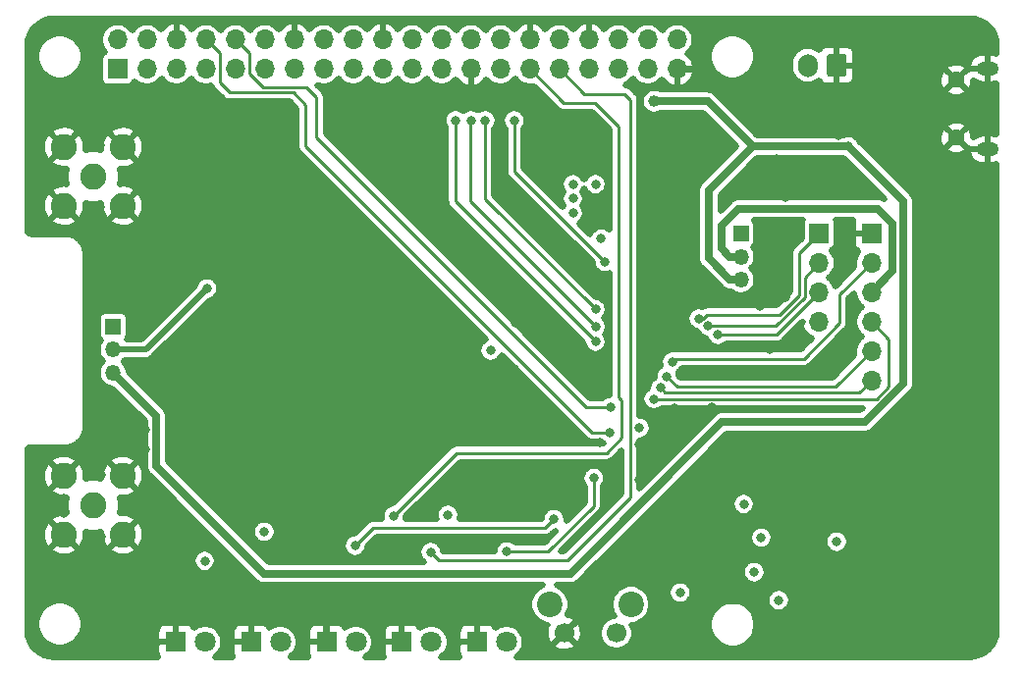
<source format=gbl>
G04 #@! TF.GenerationSoftware,KiCad,Pcbnew,(5.1.6)-1*
G04 #@! TF.CreationDate,2021-01-15T17:25:52+09:00*
G04 #@! TF.ProjectId,HATv2.0,48415476-322e-4302-9e6b-696361645f70,rev?*
G04 #@! TF.SameCoordinates,Original*
G04 #@! TF.FileFunction,Copper,L4,Bot*
G04 #@! TF.FilePolarity,Positive*
%FSLAX46Y46*%
G04 Gerber Fmt 4.6, Leading zero omitted, Abs format (unit mm)*
G04 Created by KiCad (PCBNEW (5.1.6)-1) date 2021-01-15 17:25:52*
%MOMM*%
%LPD*%
G01*
G04 APERTURE LIST*
G04 #@! TA.AperFunction,ComponentPad*
%ADD10C,1.800000*%
G04 #@! TD*
G04 #@! TA.AperFunction,ComponentPad*
%ADD11R,1.800000X1.800000*%
G04 #@! TD*
G04 #@! TA.AperFunction,ComponentPad*
%ADD12C,1.700000*%
G04 #@! TD*
G04 #@! TA.AperFunction,ComponentPad*
%ADD13C,2.200000*%
G04 #@! TD*
G04 #@! TA.AperFunction,ComponentPad*
%ADD14O,1.350000X1.350000*%
G04 #@! TD*
G04 #@! TA.AperFunction,ComponentPad*
%ADD15R,1.350000X1.350000*%
G04 #@! TD*
G04 #@! TA.AperFunction,ComponentPad*
%ADD16O,1.900000X1.200000*%
G04 #@! TD*
G04 #@! TA.AperFunction,ComponentPad*
%ADD17C,1.450000*%
G04 #@! TD*
G04 #@! TA.AperFunction,ComponentPad*
%ADD18O,1.700000X1.700000*%
G04 #@! TD*
G04 #@! TA.AperFunction,ComponentPad*
%ADD19R,1.700000X1.700000*%
G04 #@! TD*
G04 #@! TA.AperFunction,ComponentPad*
%ADD20C,2.250000*%
G04 #@! TD*
G04 #@! TA.AperFunction,ComponentPad*
%ADD21O,1.700000X2.000000*%
G04 #@! TD*
G04 #@! TA.AperFunction,ViaPad*
%ADD22C,0.800000*%
G04 #@! TD*
G04 #@! TA.AperFunction,ViaPad*
%ADD23C,1.000000*%
G04 #@! TD*
G04 #@! TA.AperFunction,Conductor*
%ADD24C,0.250000*%
G04 #@! TD*
G04 #@! TA.AperFunction,Conductor*
%ADD25C,0.500000*%
G04 #@! TD*
G04 #@! TA.AperFunction,Conductor*
%ADD26C,0.700000*%
G04 #@! TD*
G04 APERTURE END LIST*
D10*
X156040000Y-76000000D03*
D11*
X153500000Y-76000000D03*
D10*
X162540000Y-76000000D03*
D11*
X160000000Y-76000000D03*
D10*
X136540000Y-76000000D03*
D11*
X134000000Y-76000000D03*
D10*
X149540000Y-76000000D03*
D11*
X147000000Y-76000000D03*
D10*
X143040000Y-76000000D03*
D11*
X140500000Y-76000000D03*
D12*
X172000000Y-75250000D03*
X167500000Y-75250000D03*
D13*
X173250000Y-72750000D03*
X166250000Y-72750000D03*
D14*
X182750000Y-44750000D03*
X182750000Y-42750000D03*
D15*
X182750000Y-40750000D03*
D16*
X203987500Y-26500000D03*
X203987500Y-33500000D03*
D17*
X201287500Y-27500000D03*
X201287500Y-32500000D03*
D18*
X177240000Y-24030000D03*
X177240000Y-26570000D03*
X174700000Y-24030000D03*
X174700000Y-26570000D03*
X172160000Y-24030000D03*
X172160000Y-26570000D03*
X169620000Y-24030000D03*
X169620000Y-26570000D03*
X167080000Y-24030000D03*
X167080000Y-26570000D03*
X164540000Y-24030000D03*
X164540000Y-26570000D03*
X162000000Y-24030000D03*
X162000000Y-26570000D03*
X159460000Y-24030000D03*
X159460000Y-26570000D03*
X156920000Y-24030000D03*
X156920000Y-26570000D03*
X154380000Y-24030000D03*
X154380000Y-26570000D03*
X151840000Y-24030000D03*
X151840000Y-26570000D03*
X149300000Y-24030000D03*
X149300000Y-26570000D03*
X146760000Y-24030000D03*
X146760000Y-26570000D03*
X144220000Y-24030000D03*
X144220000Y-26570000D03*
X141680000Y-24030000D03*
X141680000Y-26570000D03*
X139140000Y-24030000D03*
X139140000Y-26570000D03*
X136600000Y-24030000D03*
X136600000Y-26570000D03*
X134060000Y-24030000D03*
X134060000Y-26570000D03*
X131520000Y-24030000D03*
X131520000Y-26570000D03*
X128980000Y-24030000D03*
D19*
X128980000Y-26570000D03*
D20*
X126900000Y-64200000D03*
X129440000Y-61660000D03*
X124360000Y-61660000D03*
X124360000Y-66740000D03*
X129440000Y-66740000D03*
D18*
X194000000Y-53450000D03*
X194000000Y-50910000D03*
X194000000Y-48370000D03*
X194000000Y-45830000D03*
X194000000Y-43290000D03*
D19*
X194000000Y-40750000D03*
D18*
X189500000Y-48370000D03*
X189500000Y-45830000D03*
X189500000Y-43290000D03*
D19*
X189500000Y-40750000D03*
D20*
X126900000Y-35814000D03*
X129440000Y-33274000D03*
X124360000Y-33274000D03*
X124360000Y-38354000D03*
X129440000Y-38354000D03*
D14*
X128600000Y-52775000D03*
X128600000Y-50775000D03*
D15*
X128600000Y-48775000D03*
G04 #@! TA.AperFunction,ComponentPad*
G36*
G01*
X191850000Y-25500000D02*
X191850000Y-27000000D01*
G75*
G02*
X191600000Y-27250000I-250000J0D01*
G01*
X190400000Y-27250000D01*
G75*
G02*
X190150000Y-27000000I0J250000D01*
G01*
X190150000Y-25500000D01*
G75*
G02*
X190400000Y-25250000I250000J0D01*
G01*
X191600000Y-25250000D01*
G75*
G02*
X191850000Y-25500000I0J-250000D01*
G01*
G37*
G04 #@! TD.AperFunction*
D21*
X188500000Y-26250000D03*
D22*
X161900000Y-30990000D03*
X144100000Y-32650000D03*
X139150000Y-32825000D03*
X139150000Y-30450000D03*
X141300000Y-30450000D03*
X143200000Y-31400000D03*
X136750000Y-30450000D03*
X137450000Y-32850000D03*
X121950000Y-61650000D03*
X121950000Y-66850000D03*
X121850000Y-64200000D03*
X121950000Y-59400000D03*
X121950000Y-68900000D03*
X124400000Y-69000000D03*
X126500000Y-66950000D03*
X127600000Y-66950000D03*
X124350000Y-64850000D03*
X124350000Y-63600000D03*
X126450000Y-61600000D03*
X127550000Y-61550000D03*
X124400000Y-59400000D03*
X126950000Y-59250000D03*
X129500000Y-59300000D03*
X131400000Y-59350000D03*
X127050000Y-69000000D03*
X129550000Y-69000000D03*
X131750000Y-69000000D03*
X131750000Y-66800000D03*
X121850000Y-33200000D03*
X121850000Y-40450000D03*
X121750000Y-35750000D03*
X121850000Y-38400000D03*
X121850000Y-30950000D03*
X123800000Y-35275000D03*
X124300000Y-30900000D03*
X127500000Y-38500000D03*
X127450000Y-33100000D03*
X131550000Y-30900000D03*
X126850000Y-30800000D03*
X129450000Y-40550000D03*
X131650000Y-38350000D03*
X126950000Y-40550000D03*
X131650000Y-40550000D03*
X126400000Y-38500000D03*
X129400000Y-30850000D03*
X126350000Y-33150000D03*
X124300000Y-40550000D03*
X123825000Y-36225000D03*
X134300000Y-43000000D03*
X134200000Y-44900000D03*
X131400000Y-43300000D03*
X131500000Y-45500000D03*
X131500000Y-47600000D03*
X134200000Y-46200000D03*
X134400000Y-49900000D03*
X134400000Y-51200000D03*
X134400000Y-52700000D03*
X134300000Y-54100000D03*
X134300000Y-55500000D03*
X131600000Y-52000000D03*
X131500000Y-53950000D03*
X131400000Y-57700000D03*
X135200000Y-62100000D03*
X135200000Y-59200000D03*
X134900000Y-57200000D03*
X132700000Y-39900000D03*
X135800000Y-41600000D03*
X135900000Y-39300000D03*
X133450000Y-34400000D03*
X146700000Y-58300000D03*
X148000000Y-58300000D03*
X149300000Y-58300000D03*
X143000000Y-58100000D03*
X143000000Y-56900000D03*
X143000000Y-55600000D03*
X143000000Y-54300000D03*
X143000000Y-53100000D03*
X143000000Y-51800000D03*
X143000000Y-50500000D03*
X143000000Y-49200000D03*
X143000000Y-48000000D03*
X143000000Y-46800000D03*
X143100000Y-45500000D03*
X143100000Y-44200000D03*
X143100000Y-42900000D03*
X143100000Y-41700000D03*
X143100000Y-40400000D03*
X143100000Y-39100000D03*
X143000000Y-37800000D03*
X144300000Y-37800000D03*
X145600000Y-37800000D03*
X147000000Y-38500000D03*
X162000000Y-37800000D03*
X163300000Y-37800000D03*
X146400000Y-54800000D03*
X146300000Y-41100000D03*
X159800000Y-54700000D03*
X147600000Y-41900000D03*
X147500000Y-53700000D03*
X158700000Y-53500000D03*
X145725000Y-64675000D03*
X151800000Y-32850000D03*
X170500000Y-32600000D03*
X133400000Y-30700000D03*
X170300000Y-45400000D03*
X174250000Y-44800000D03*
X136906000Y-38354000D03*
X136144000Y-35052000D03*
X138000000Y-34000000D03*
X178100000Y-33100000D03*
X140250000Y-65900000D03*
X153400000Y-48050000D03*
X151900000Y-58250000D03*
X151800000Y-64050000D03*
X148700000Y-63050000D03*
X147400000Y-63050000D03*
X138100000Y-58150000D03*
X138050000Y-56800000D03*
X137950000Y-55600000D03*
X138050000Y-54350000D03*
X138000000Y-53100000D03*
X138050000Y-51800000D03*
X138000000Y-50550000D03*
X138050000Y-49300000D03*
X138000000Y-42950000D03*
X137950000Y-41650000D03*
X138000000Y-39100000D03*
X138000000Y-37850000D03*
X138000000Y-36550000D03*
X138000000Y-35300000D03*
X141650000Y-63100000D03*
X140450000Y-63100000D03*
X139100000Y-63100000D03*
X137950000Y-59400000D03*
X164550000Y-32950000D03*
X165800000Y-32900000D03*
X168150000Y-35300000D03*
X160700000Y-63100000D03*
X141025000Y-32875000D03*
X132250000Y-32200000D03*
X159500000Y-58150000D03*
X163200000Y-58150000D03*
X163250000Y-56300000D03*
X163200000Y-53700000D03*
X163200000Y-52450000D03*
X156900000Y-37850000D03*
X157900000Y-39050000D03*
X158500000Y-41950000D03*
X159650000Y-41000000D03*
X163150000Y-45400000D03*
X162850000Y-44200000D03*
X164250000Y-64000000D03*
X132400000Y-35750000D03*
X166500000Y-64000000D03*
X162250000Y-64000000D03*
X130950000Y-56675000D03*
X153725000Y-38000000D03*
X148000000Y-37800000D03*
X178950000Y-34550000D03*
X135200000Y-60700000D03*
X138500000Y-76000000D03*
X145000000Y-76000000D03*
X151500000Y-76000000D03*
X158000000Y-76000000D03*
X165000000Y-76000000D03*
X187750000Y-60750000D03*
X187750000Y-72500000D03*
X202750000Y-58250000D03*
X198000000Y-58250000D03*
X194250000Y-58250000D03*
X189250000Y-59000000D03*
X198500000Y-31500000D03*
X203250000Y-35500000D03*
X199500000Y-26750000D03*
X199750000Y-34250000D03*
X201500000Y-25250000D03*
X198750000Y-29000000D03*
X196750000Y-28000000D03*
X163258660Y-48441340D03*
X168750000Y-64000000D03*
X171000000Y-64000000D03*
X174000000Y-62000000D03*
X175500000Y-60500000D03*
X177000000Y-59000000D03*
X178500000Y-57500000D03*
X180250000Y-55750000D03*
X182200000Y-50600000D03*
X185250000Y-50750000D03*
X174000000Y-59000000D03*
X175400000Y-57400000D03*
X177000000Y-55800000D03*
X184404000Y-46990000D03*
X184404000Y-44831000D03*
X184404000Y-42291000D03*
X184404000Y-39751000D03*
X184404000Y-37465000D03*
X184531000Y-35433000D03*
X188214000Y-32131000D03*
X189611000Y-30607000D03*
X190881000Y-29210000D03*
X193802000Y-29210000D03*
X194437000Y-31369000D03*
X192278000Y-31369000D03*
X191135000Y-32258000D03*
X189230000Y-34544000D03*
X187452000Y-36068000D03*
X186563000Y-37592000D03*
X186563000Y-39751000D03*
X186563000Y-42291000D03*
X186563000Y-44450000D03*
X186563000Y-46228000D03*
X183134000Y-52832000D03*
X180340000Y-52578000D03*
X185801000Y-34290000D03*
X170565660Y-58796340D03*
X176276000Y-63500000D03*
X181737000Y-58166000D03*
X186436000Y-52705000D03*
X187960000Y-50546000D03*
X202565000Y-75184000D03*
X197612000Y-75438000D03*
X193040000Y-75438000D03*
X188468000Y-74930000D03*
X173990000Y-68072000D03*
X180721000Y-63881000D03*
X182118000Y-70993000D03*
X157480000Y-65024000D03*
X136500000Y-69000000D03*
X170700000Y-41200000D03*
X141650000Y-66500000D03*
X191000000Y-67350000D03*
X170200000Y-36500000D03*
X182982616Y-64103926D03*
X177500000Y-71750000D03*
X173990000Y-57531000D03*
X136700000Y-45500000D03*
X163200000Y-31000000D03*
X171000000Y-43200000D03*
X175224997Y-55025003D03*
X176330016Y-53080000D03*
D23*
X175249999Y-29349999D03*
D22*
X192000000Y-33250000D03*
X176810010Y-51810000D03*
X175799088Y-54079534D03*
X156000000Y-68243000D03*
X179117394Y-48100000D03*
X179917948Y-48750000D03*
X180750000Y-49500000D03*
X166624000Y-65405000D03*
X149479000Y-67691000D03*
X170200000Y-50100000D03*
X158140000Y-30980000D03*
X170200000Y-48800000D03*
X159470000Y-30980000D03*
X170200000Y-47300000D03*
X160690000Y-30990000D03*
X171500000Y-55750004D03*
X171450000Y-57940000D03*
X152800000Y-65100000D03*
X168250000Y-36500000D03*
X184500000Y-67000000D03*
X168250000Y-37750000D03*
X183896000Y-69977000D03*
X168250000Y-39000000D03*
X186000000Y-72390000D03*
X170053000Y-61870001D03*
X162560000Y-68199000D03*
X161150000Y-50850000D03*
D24*
X129680000Y-61600000D02*
X129540000Y-61460000D01*
D25*
X131425000Y-50775000D02*
X136700000Y-45500000D01*
X128600000Y-50775000D02*
X131425000Y-50775000D01*
D24*
X163200000Y-35400000D02*
X171000000Y-43200000D01*
X163200000Y-35400000D02*
X163200000Y-31000000D01*
X175225001Y-55024999D02*
X175224997Y-55025003D01*
X194475001Y-55024999D02*
X175225001Y-55024999D01*
X194000000Y-48370000D02*
X195500000Y-49870000D01*
X195500000Y-54000000D02*
X194475001Y-55024999D01*
X195500000Y-49870000D02*
X195500000Y-54000000D01*
X177225016Y-53975000D02*
X176330016Y-53080000D01*
X194000000Y-50910000D02*
X190935000Y-53975000D01*
X190935000Y-53975000D02*
X177225016Y-53975000D01*
D26*
X192000000Y-33250000D02*
X183750000Y-33250000D01*
X179849999Y-29349999D02*
X175249999Y-29349999D01*
X183750000Y-33250000D02*
X179849999Y-29349999D01*
X168038000Y-70104000D02*
X141605000Y-70104000D01*
X132350001Y-60849001D02*
X132350001Y-56525001D01*
X196734010Y-37984010D02*
X196734010Y-53720598D01*
X181119000Y-57023000D02*
X168038000Y-70104000D01*
X192000000Y-33250000D02*
X196734010Y-37984010D01*
X132350001Y-56525001D02*
X128600000Y-52775000D01*
X196734010Y-53720598D02*
X193431608Y-57023000D01*
X141605000Y-70104000D02*
X132350001Y-60849001D01*
X193431608Y-57023000D02*
X181119000Y-57023000D01*
X179959000Y-42913594D02*
X179959000Y-37041000D01*
X179959000Y-37041000D02*
X183750000Y-33250000D01*
X182750000Y-44750000D02*
X181795406Y-44750000D01*
X181795406Y-44750000D02*
X179959000Y-42913594D01*
D24*
X177058010Y-51562000D02*
X176810010Y-51810000D01*
X191250000Y-48500000D02*
X188188000Y-51562000D01*
X194000000Y-43290000D02*
X191250000Y-46040000D01*
X188188000Y-51562000D02*
X177058010Y-51562000D01*
X191250000Y-46040000D02*
X191250000Y-48500000D01*
X176202554Y-54483000D02*
X175799088Y-54079534D01*
X194000000Y-53450000D02*
X192967000Y-54483000D01*
X192967000Y-54483000D02*
X176202554Y-54483000D01*
X169212000Y-28702000D02*
X172714002Y-28702000D01*
X167080000Y-26570000D02*
X169212000Y-28702000D01*
X156718000Y-68961000D02*
X156000000Y-68243000D01*
X167789000Y-68961000D02*
X156718000Y-68961000D01*
X173225001Y-63524999D02*
X167789000Y-68961000D01*
X173225001Y-29212999D02*
X173225001Y-63524999D01*
X172714002Y-28702000D02*
X173225001Y-29212999D01*
X179844946Y-47750000D02*
X186113590Y-47750000D01*
X179117394Y-48100000D02*
X179494946Y-48100000D01*
X179494946Y-48100000D02*
X179844946Y-47750000D01*
X187799990Y-42450010D02*
X189500000Y-40750000D01*
X187799990Y-46063600D02*
X187799990Y-42450010D01*
X186113590Y-47750000D02*
X187799990Y-46063600D01*
X189500000Y-43770000D02*
X189500000Y-43290000D01*
X188250000Y-46250000D02*
X188250000Y-44540000D01*
X179917948Y-48750000D02*
X185750000Y-48750000D01*
X188250000Y-44540000D02*
X189500000Y-43290000D01*
X185750000Y-48750000D02*
X188250000Y-46250000D01*
X185830000Y-49500000D02*
X189500000Y-45830000D01*
X180750000Y-49500000D02*
X185830000Y-49500000D01*
X151003000Y-66167000D02*
X149479000Y-67691000D01*
X166624000Y-65405000D02*
X165862000Y-66167000D01*
X165862000Y-66167000D02*
X151003000Y-66167000D01*
X158100000Y-38000000D02*
X170200000Y-50100000D01*
X158140000Y-30980000D02*
X158100000Y-31020000D01*
X158100000Y-31020000D02*
X158100000Y-38000000D01*
X159400000Y-38000000D02*
X170200000Y-48800000D01*
X159470000Y-30980000D02*
X159400000Y-31050000D01*
X159400000Y-31050000D02*
X159400000Y-38000000D01*
X160700000Y-37800000D02*
X170200000Y-47300000D01*
X160690000Y-30990000D02*
X160700000Y-31000000D01*
X160700000Y-31000000D02*
X160700000Y-37800000D01*
D26*
X194000000Y-46000000D02*
X194000000Y-45830000D01*
X194080000Y-45830000D02*
X194000000Y-45830000D01*
X195834000Y-39893998D02*
X195834000Y-43996000D01*
X195834000Y-43996000D02*
X194000000Y-45830000D01*
X194548002Y-38608000D02*
X195834000Y-39893998D01*
X182750000Y-42750000D02*
X181795406Y-42750000D01*
X181102000Y-42056594D02*
X181102000Y-40057998D01*
X181102000Y-40057998D02*
X182551998Y-38608000D01*
X181795406Y-42750000D02*
X181102000Y-42056594D01*
X182551998Y-38608000D02*
X194548002Y-38608000D01*
D24*
X170817996Y-55750004D02*
X171500000Y-55750004D01*
X140315001Y-26944003D02*
X141495988Y-28124990D01*
X145274990Y-28124990D02*
X146150000Y-29000000D01*
X140315001Y-25205001D02*
X140315001Y-26944003D01*
X169434319Y-55750004D02*
X171500000Y-55750004D01*
X146150000Y-29000000D02*
X146150000Y-32465685D01*
X141495988Y-28124990D02*
X145274990Y-28124990D01*
X139140000Y-24030000D02*
X140315001Y-25205001D01*
X146150000Y-32465685D02*
X169434319Y-55750004D01*
X145200000Y-33236410D02*
X169903590Y-57940000D01*
X136600000Y-24030000D02*
X137775001Y-25205001D01*
X137775001Y-25205001D02*
X137775001Y-27725001D01*
X169903590Y-57940000D02*
X171450000Y-57940000D01*
X145200000Y-33236410D02*
X145200000Y-29650000D01*
X144125000Y-28575000D02*
X138625000Y-28575000D01*
X145200000Y-29650000D02*
X144125000Y-28575000D01*
X137775001Y-27725001D02*
X138625000Y-28575000D01*
X167434000Y-29464000D02*
X164540000Y-26570000D01*
X172475002Y-58374998D02*
X172475002Y-55151998D01*
X172212000Y-31496000D02*
X170180000Y-29464000D01*
X152800000Y-65100000D02*
X158210000Y-59690000D01*
X172212000Y-54888996D02*
X172212000Y-31496000D01*
X170180000Y-29464000D02*
X167434000Y-29464000D01*
X158210000Y-59690000D02*
X171160000Y-59690000D01*
X171160000Y-59690000D02*
X172475002Y-58374998D01*
X172475002Y-55151998D02*
X172212000Y-54888996D01*
X166116000Y-68199000D02*
X162560000Y-68199000D01*
X170053000Y-61870001D02*
X170053000Y-64262000D01*
X170053000Y-64262000D02*
X166116000Y-68199000D01*
D25*
G36*
X202946085Y-22247096D02*
G01*
X203375182Y-22376648D01*
X203770943Y-22587077D01*
X204118295Y-22870370D01*
X204404005Y-23215734D01*
X204617189Y-23610011D01*
X204749736Y-24038200D01*
X204800000Y-24516432D01*
X204800000Y-25228288D01*
X204607337Y-25169069D01*
X204342500Y-25142000D01*
X203992500Y-25142000D01*
X203992500Y-26495000D01*
X204012500Y-26495000D01*
X204012500Y-26505000D01*
X203992500Y-26505000D01*
X203992500Y-27858000D01*
X204342500Y-27858000D01*
X204607337Y-27830931D01*
X204800000Y-27771712D01*
X204800000Y-32228288D01*
X204607337Y-32169069D01*
X204342500Y-32142000D01*
X203992500Y-32142000D01*
X203992500Y-33495000D01*
X204012500Y-33495000D01*
X204012500Y-33505000D01*
X203992500Y-33505000D01*
X203992500Y-34858000D01*
X204342500Y-34858000D01*
X204607337Y-34830931D01*
X204800000Y-34771712D01*
X204800001Y-74965756D01*
X204752904Y-75446085D01*
X204623351Y-75875185D01*
X204412922Y-76270944D01*
X204129630Y-76618295D01*
X203784266Y-76904005D01*
X203389989Y-77117189D01*
X202961801Y-77249736D01*
X202483567Y-77300000D01*
X163384339Y-77300000D01*
X163528068Y-77203964D01*
X163743964Y-76988068D01*
X163913592Y-76734200D01*
X164030435Y-76452118D01*
X164068239Y-76262061D01*
X166495010Y-76262061D01*
X166554318Y-76560126D01*
X166828082Y-76719446D01*
X167127667Y-76822296D01*
X167441561Y-76864723D01*
X167757701Y-76845097D01*
X168063937Y-76764173D01*
X168348502Y-76625060D01*
X168445682Y-76560126D01*
X168504990Y-76262061D01*
X167500000Y-75257071D01*
X166495010Y-76262061D01*
X164068239Y-76262061D01*
X164090000Y-76152662D01*
X164090000Y-75847338D01*
X164030435Y-75547882D01*
X163913592Y-75265800D01*
X163743964Y-75011932D01*
X163528068Y-74796036D01*
X163274200Y-74626408D01*
X162992118Y-74509565D01*
X162692662Y-74450000D01*
X162387338Y-74450000D01*
X162087882Y-74509565D01*
X161805800Y-74626408D01*
X161585151Y-74773840D01*
X161533304Y-74676840D01*
X161438581Y-74561419D01*
X161323160Y-74466696D01*
X161191478Y-74396311D01*
X161048594Y-74352967D01*
X160900000Y-74338332D01*
X160194500Y-74342000D01*
X160005000Y-74531500D01*
X160005000Y-75995000D01*
X160025000Y-75995000D01*
X160025000Y-76005000D01*
X160005000Y-76005000D01*
X160005000Y-76025000D01*
X159995000Y-76025000D01*
X159995000Y-76005000D01*
X158531500Y-76005000D01*
X158342000Y-76194500D01*
X158338332Y-76900000D01*
X158352967Y-77048594D01*
X158396311Y-77191478D01*
X158454317Y-77300000D01*
X156884339Y-77300000D01*
X157028068Y-77203964D01*
X157243964Y-76988068D01*
X157413592Y-76734200D01*
X157530435Y-76452118D01*
X157590000Y-76152662D01*
X157590000Y-75847338D01*
X157530435Y-75547882D01*
X157413592Y-75265800D01*
X157302809Y-75100000D01*
X158338332Y-75100000D01*
X158342000Y-75805500D01*
X158531500Y-75995000D01*
X159995000Y-75995000D01*
X159995000Y-74531500D01*
X159805500Y-74342000D01*
X159100000Y-74338332D01*
X158951406Y-74352967D01*
X158808522Y-74396311D01*
X158676840Y-74466696D01*
X158561419Y-74561419D01*
X158466696Y-74676840D01*
X158396311Y-74808522D01*
X158352967Y-74951406D01*
X158338332Y-75100000D01*
X157302809Y-75100000D01*
X157243964Y-75011932D01*
X157028068Y-74796036D01*
X156774200Y-74626408D01*
X156492118Y-74509565D01*
X156192662Y-74450000D01*
X155887338Y-74450000D01*
X155587882Y-74509565D01*
X155305800Y-74626408D01*
X155085151Y-74773840D01*
X155033304Y-74676840D01*
X154938581Y-74561419D01*
X154823160Y-74466696D01*
X154691478Y-74396311D01*
X154548594Y-74352967D01*
X154400000Y-74338332D01*
X153694500Y-74342000D01*
X153505000Y-74531500D01*
X153505000Y-75995000D01*
X153525000Y-75995000D01*
X153525000Y-76005000D01*
X153505000Y-76005000D01*
X153505000Y-76025000D01*
X153495000Y-76025000D01*
X153495000Y-76005000D01*
X152031500Y-76005000D01*
X151842000Y-76194500D01*
X151838332Y-76900000D01*
X151852967Y-77048594D01*
X151896311Y-77191478D01*
X151954317Y-77300000D01*
X150384339Y-77300000D01*
X150528068Y-77203964D01*
X150743964Y-76988068D01*
X150913592Y-76734200D01*
X151030435Y-76452118D01*
X151090000Y-76152662D01*
X151090000Y-75847338D01*
X151030435Y-75547882D01*
X150913592Y-75265800D01*
X150802809Y-75100000D01*
X151838332Y-75100000D01*
X151842000Y-75805500D01*
X152031500Y-75995000D01*
X153495000Y-75995000D01*
X153495000Y-74531500D01*
X153305500Y-74342000D01*
X152600000Y-74338332D01*
X152451406Y-74352967D01*
X152308522Y-74396311D01*
X152176840Y-74466696D01*
X152061419Y-74561419D01*
X151966696Y-74676840D01*
X151896311Y-74808522D01*
X151852967Y-74951406D01*
X151838332Y-75100000D01*
X150802809Y-75100000D01*
X150743964Y-75011932D01*
X150528068Y-74796036D01*
X150274200Y-74626408D01*
X149992118Y-74509565D01*
X149692662Y-74450000D01*
X149387338Y-74450000D01*
X149087882Y-74509565D01*
X148805800Y-74626408D01*
X148585151Y-74773840D01*
X148533304Y-74676840D01*
X148438581Y-74561419D01*
X148323160Y-74466696D01*
X148191478Y-74396311D01*
X148048594Y-74352967D01*
X147900000Y-74338332D01*
X147194500Y-74342000D01*
X147005000Y-74531500D01*
X147005000Y-75995000D01*
X147025000Y-75995000D01*
X147025000Y-76005000D01*
X147005000Y-76005000D01*
X147005000Y-76025000D01*
X146995000Y-76025000D01*
X146995000Y-76005000D01*
X145531500Y-76005000D01*
X145342000Y-76194500D01*
X145338332Y-76900000D01*
X145352967Y-77048594D01*
X145396311Y-77191478D01*
X145454317Y-77300000D01*
X143884339Y-77300000D01*
X144028068Y-77203964D01*
X144243964Y-76988068D01*
X144413592Y-76734200D01*
X144530435Y-76452118D01*
X144590000Y-76152662D01*
X144590000Y-75847338D01*
X144530435Y-75547882D01*
X144413592Y-75265800D01*
X144302809Y-75100000D01*
X145338332Y-75100000D01*
X145342000Y-75805500D01*
X145531500Y-75995000D01*
X146995000Y-75995000D01*
X146995000Y-74531500D01*
X146805500Y-74342000D01*
X146100000Y-74338332D01*
X145951406Y-74352967D01*
X145808522Y-74396311D01*
X145676840Y-74466696D01*
X145561419Y-74561419D01*
X145466696Y-74676840D01*
X145396311Y-74808522D01*
X145352967Y-74951406D01*
X145338332Y-75100000D01*
X144302809Y-75100000D01*
X144243964Y-75011932D01*
X144028068Y-74796036D01*
X143774200Y-74626408D01*
X143492118Y-74509565D01*
X143192662Y-74450000D01*
X142887338Y-74450000D01*
X142587882Y-74509565D01*
X142305800Y-74626408D01*
X142085151Y-74773840D01*
X142033304Y-74676840D01*
X141938581Y-74561419D01*
X141823160Y-74466696D01*
X141691478Y-74396311D01*
X141548594Y-74352967D01*
X141400000Y-74338332D01*
X140694500Y-74342000D01*
X140505000Y-74531500D01*
X140505000Y-75995000D01*
X140525000Y-75995000D01*
X140525000Y-76005000D01*
X140505000Y-76005000D01*
X140505000Y-76025000D01*
X140495000Y-76025000D01*
X140495000Y-76005000D01*
X139031500Y-76005000D01*
X138842000Y-76194500D01*
X138838332Y-76900000D01*
X138852967Y-77048594D01*
X138896311Y-77191478D01*
X138954317Y-77300000D01*
X137384339Y-77300000D01*
X137528068Y-77203964D01*
X137743964Y-76988068D01*
X137913592Y-76734200D01*
X138030435Y-76452118D01*
X138090000Y-76152662D01*
X138090000Y-75847338D01*
X138030435Y-75547882D01*
X137913592Y-75265800D01*
X137802809Y-75100000D01*
X138838332Y-75100000D01*
X138842000Y-75805500D01*
X139031500Y-75995000D01*
X140495000Y-75995000D01*
X140495000Y-74531500D01*
X140305500Y-74342000D01*
X139600000Y-74338332D01*
X139451406Y-74352967D01*
X139308522Y-74396311D01*
X139176840Y-74466696D01*
X139061419Y-74561419D01*
X138966696Y-74676840D01*
X138896311Y-74808522D01*
X138852967Y-74951406D01*
X138838332Y-75100000D01*
X137802809Y-75100000D01*
X137743964Y-75011932D01*
X137528068Y-74796036D01*
X137274200Y-74626408D01*
X136992118Y-74509565D01*
X136692662Y-74450000D01*
X136387338Y-74450000D01*
X136087882Y-74509565D01*
X135805800Y-74626408D01*
X135585151Y-74773840D01*
X135533304Y-74676840D01*
X135438581Y-74561419D01*
X135323160Y-74466696D01*
X135191478Y-74396311D01*
X135048594Y-74352967D01*
X134900000Y-74338332D01*
X134194500Y-74342000D01*
X134005000Y-74531500D01*
X134005000Y-75995000D01*
X134025000Y-75995000D01*
X134025000Y-76005000D01*
X134005000Y-76005000D01*
X134005000Y-76025000D01*
X133995000Y-76025000D01*
X133995000Y-76005000D01*
X132531500Y-76005000D01*
X132342000Y-76194500D01*
X132338332Y-76900000D01*
X132352967Y-77048594D01*
X132396311Y-77191478D01*
X132454317Y-77300000D01*
X123534234Y-77300000D01*
X123053915Y-77252904D01*
X122624815Y-77123351D01*
X122229056Y-76912922D01*
X121881705Y-76629630D01*
X121595995Y-76284266D01*
X121382811Y-75889989D01*
X121250264Y-75461801D01*
X121200000Y-74983567D01*
X121200000Y-74254648D01*
X121969463Y-74254648D01*
X121969463Y-74654628D01*
X122047495Y-75046924D01*
X122200561Y-75416458D01*
X122422779Y-75749030D01*
X122705608Y-76031859D01*
X123038180Y-76254077D01*
X123407714Y-76407143D01*
X123800010Y-76485175D01*
X124199990Y-76485175D01*
X124592286Y-76407143D01*
X124961820Y-76254077D01*
X125294392Y-76031859D01*
X125577221Y-75749030D01*
X125799439Y-75416458D01*
X125930520Y-75100000D01*
X132338332Y-75100000D01*
X132342000Y-75805500D01*
X132531500Y-75995000D01*
X133995000Y-75995000D01*
X133995000Y-74531500D01*
X133805500Y-74342000D01*
X133100000Y-74338332D01*
X132951406Y-74352967D01*
X132808522Y-74396311D01*
X132676840Y-74466696D01*
X132561419Y-74561419D01*
X132466696Y-74676840D01*
X132396311Y-74808522D01*
X132352967Y-74951406D01*
X132338332Y-75100000D01*
X125930520Y-75100000D01*
X125952505Y-75046924D01*
X126030537Y-74654628D01*
X126030537Y-74254648D01*
X125952505Y-73862352D01*
X125799439Y-73492818D01*
X125577221Y-73160246D01*
X125294392Y-72877417D01*
X124961820Y-72655199D01*
X124592286Y-72502133D01*
X124199990Y-72424101D01*
X123800010Y-72424101D01*
X123407714Y-72502133D01*
X123038180Y-72655199D01*
X122705608Y-72877417D01*
X122422779Y-73160246D01*
X122200561Y-73492818D01*
X122047495Y-73862352D01*
X121969463Y-74254648D01*
X121200000Y-74254648D01*
X121200000Y-68896584D01*
X135450000Y-68896584D01*
X135450000Y-69103416D01*
X135490350Y-69306274D01*
X135569502Y-69497362D01*
X135684411Y-69669336D01*
X135830664Y-69815589D01*
X136002638Y-69930498D01*
X136193726Y-70009650D01*
X136396584Y-70050000D01*
X136603416Y-70050000D01*
X136806274Y-70009650D01*
X136997362Y-69930498D01*
X137169336Y-69815589D01*
X137315589Y-69669336D01*
X137430498Y-69497362D01*
X137509650Y-69306274D01*
X137550000Y-69103416D01*
X137550000Y-68896584D01*
X137509650Y-68693726D01*
X137430498Y-68502638D01*
X137315589Y-68330664D01*
X137169336Y-68184411D01*
X136997362Y-68069502D01*
X136806274Y-67990350D01*
X136603416Y-67950000D01*
X136396584Y-67950000D01*
X136193726Y-67990350D01*
X136002638Y-68069502D01*
X135830664Y-68184411D01*
X135684411Y-68330664D01*
X135569502Y-68502638D01*
X135490350Y-68693726D01*
X135450000Y-68896584D01*
X121200000Y-68896584D01*
X121200000Y-67947458D01*
X123159613Y-67947458D01*
X123251894Y-68273683D01*
X123572393Y-68460395D01*
X123923159Y-68580992D01*
X124290713Y-68630841D01*
X124660929Y-68608026D01*
X125019581Y-68513424D01*
X125352885Y-68350670D01*
X125468106Y-68273683D01*
X125560387Y-67947458D01*
X128239613Y-67947458D01*
X128331894Y-68273683D01*
X128652393Y-68460395D01*
X129003159Y-68580992D01*
X129370713Y-68630841D01*
X129740929Y-68608026D01*
X130099581Y-68513424D01*
X130432885Y-68350670D01*
X130548106Y-68273683D01*
X130640387Y-67947458D01*
X129440000Y-66747071D01*
X128239613Y-67947458D01*
X125560387Y-67947458D01*
X124360000Y-66747071D01*
X123159613Y-67947458D01*
X121200000Y-67947458D01*
X121200000Y-66670713D01*
X122469159Y-66670713D01*
X122491974Y-67040929D01*
X122586576Y-67399581D01*
X122749330Y-67732885D01*
X122826317Y-67848106D01*
X123152542Y-67940387D01*
X124352929Y-66740000D01*
X123152542Y-65539613D01*
X122826317Y-65631894D01*
X122639605Y-65952393D01*
X122519008Y-66303159D01*
X122469159Y-66670713D01*
X121200000Y-66670713D01*
X121200000Y-62867458D01*
X123159613Y-62867458D01*
X123251894Y-63193683D01*
X123572393Y-63380395D01*
X123923159Y-63500992D01*
X124290713Y-63550841D01*
X124611529Y-63531070D01*
X124525000Y-63966083D01*
X124525000Y-64433917D01*
X124612540Y-64874012D01*
X124429287Y-64849159D01*
X124059071Y-64871974D01*
X123700419Y-64966576D01*
X123367115Y-65129330D01*
X123251894Y-65206317D01*
X123159613Y-65532542D01*
X124360000Y-66732929D01*
X124374143Y-66718787D01*
X124381214Y-66725858D01*
X124367071Y-66740000D01*
X125567458Y-67940387D01*
X125893683Y-67848106D01*
X126080395Y-67527607D01*
X126200992Y-67176841D01*
X126250841Y-66809287D01*
X126231070Y-66488471D01*
X126666083Y-66575000D01*
X127133917Y-66575000D01*
X127574012Y-66487460D01*
X127549159Y-66670713D01*
X127571974Y-67040929D01*
X127666576Y-67399581D01*
X127829330Y-67732885D01*
X127906317Y-67848106D01*
X128232542Y-67940387D01*
X129432929Y-66740000D01*
X129447071Y-66740000D01*
X130647458Y-67940387D01*
X130973683Y-67848106D01*
X131160395Y-67527607D01*
X131280992Y-67176841D01*
X131330841Y-66809287D01*
X131308026Y-66439071D01*
X131213424Y-66080419D01*
X131050670Y-65747115D01*
X130973683Y-65631894D01*
X130647458Y-65539613D01*
X129447071Y-66740000D01*
X129432929Y-66740000D01*
X129418787Y-66725858D01*
X129425858Y-66718787D01*
X129440000Y-66732929D01*
X130640387Y-65532542D01*
X130548106Y-65206317D01*
X130227607Y-65019605D01*
X129876841Y-64899008D01*
X129509287Y-64849159D01*
X129188471Y-64868930D01*
X129275000Y-64433917D01*
X129275000Y-63966083D01*
X129187460Y-63525988D01*
X129370713Y-63550841D01*
X129740929Y-63528026D01*
X130099581Y-63433424D01*
X130432885Y-63270670D01*
X130548106Y-63193683D01*
X130640387Y-62867458D01*
X129440000Y-61667071D01*
X129425858Y-61681214D01*
X129418787Y-61674143D01*
X129432929Y-61660000D01*
X129447071Y-61660000D01*
X130647458Y-62860387D01*
X130973683Y-62768106D01*
X131160395Y-62447607D01*
X131280992Y-62096841D01*
X131330841Y-61729287D01*
X131308026Y-61359071D01*
X131213424Y-61000419D01*
X131050670Y-60667115D01*
X130973683Y-60551894D01*
X130647458Y-60459613D01*
X129447071Y-61660000D01*
X129432929Y-61660000D01*
X128232542Y-60459613D01*
X127906317Y-60551894D01*
X127719605Y-60872393D01*
X127599008Y-61223159D01*
X127549159Y-61590713D01*
X127568930Y-61911529D01*
X127133917Y-61825000D01*
X126666083Y-61825000D01*
X126225988Y-61912540D01*
X126250841Y-61729287D01*
X126228026Y-61359071D01*
X126133424Y-61000419D01*
X125970670Y-60667115D01*
X125893683Y-60551894D01*
X125567458Y-60459613D01*
X124367071Y-61660000D01*
X124381214Y-61674143D01*
X124374143Y-61681214D01*
X124360000Y-61667071D01*
X123159613Y-62867458D01*
X121200000Y-62867458D01*
X121200000Y-61590713D01*
X122469159Y-61590713D01*
X122491974Y-61960929D01*
X122586576Y-62319581D01*
X122749330Y-62652885D01*
X122826317Y-62768106D01*
X123152542Y-62860387D01*
X124352929Y-61660000D01*
X123152542Y-60459613D01*
X122826317Y-60551894D01*
X122639605Y-60872393D01*
X122519008Y-61223159D01*
X122469159Y-61590713D01*
X121200000Y-61590713D01*
X121200000Y-60452542D01*
X123159613Y-60452542D01*
X124360000Y-61652929D01*
X125560387Y-60452542D01*
X128239613Y-60452542D01*
X129440000Y-61652929D01*
X130640387Y-60452542D01*
X130548106Y-60126317D01*
X130227607Y-59939605D01*
X129876841Y-59819008D01*
X129509287Y-59769159D01*
X129139071Y-59791974D01*
X128780419Y-59886576D01*
X128447115Y-60049330D01*
X128331894Y-60126317D01*
X128239613Y-60452542D01*
X125560387Y-60452542D01*
X125468106Y-60126317D01*
X125147607Y-59939605D01*
X124796841Y-59819008D01*
X124429287Y-59769159D01*
X124059071Y-59791974D01*
X123700419Y-59886576D01*
X123367115Y-60049330D01*
X123251894Y-60126317D01*
X123159613Y-60452542D01*
X121200000Y-60452542D01*
X121200000Y-59534235D01*
X121209006Y-59442384D01*
X121225740Y-59386957D01*
X121252920Y-59335840D01*
X121289511Y-59290974D01*
X121334119Y-59254072D01*
X121385047Y-59226535D01*
X121440352Y-59209416D01*
X121529933Y-59200000D01*
X124534390Y-59200000D01*
X124564319Y-59197052D01*
X124570425Y-59197095D01*
X124580153Y-59196141D01*
X124774250Y-59175740D01*
X124836420Y-59162978D01*
X124898716Y-59151095D01*
X124908069Y-59148271D01*
X124908075Y-59148270D01*
X124908081Y-59148268D01*
X125094511Y-59090558D01*
X125152985Y-59065978D01*
X125211822Y-59042207D01*
X125220452Y-59037618D01*
X125392129Y-58944793D01*
X125444757Y-58909295D01*
X125497817Y-58874574D01*
X125505379Y-58868406D01*
X125505389Y-58868399D01*
X125505396Y-58868391D01*
X125655769Y-58743993D01*
X125700507Y-58698942D01*
X125745802Y-58654586D01*
X125752032Y-58647055D01*
X125875382Y-58495813D01*
X125910521Y-58442924D01*
X125946336Y-58390619D01*
X125950982Y-58382026D01*
X125950985Y-58382022D01*
X125950987Y-58382018D01*
X126042610Y-58209699D01*
X126066779Y-58151061D01*
X126091780Y-58092729D01*
X126094670Y-58083392D01*
X126151079Y-57896556D01*
X126163408Y-57834291D01*
X126176593Y-57772263D01*
X126177613Y-57762552D01*
X126177615Y-57762542D01*
X126177615Y-57762533D01*
X126196659Y-57568309D01*
X126200000Y-57534390D01*
X126200000Y-48100000D01*
X127271855Y-48100000D01*
X127271855Y-49450000D01*
X127284405Y-49577422D01*
X127321573Y-49699948D01*
X127381930Y-49812868D01*
X127463157Y-49911843D01*
X127540672Y-49975459D01*
X127425800Y-50147377D01*
X127325919Y-50388512D01*
X127275000Y-50644499D01*
X127275000Y-50905501D01*
X127325919Y-51161488D01*
X127425800Y-51402623D01*
X127570805Y-51619638D01*
X127726167Y-51775000D01*
X127570805Y-51930362D01*
X127425800Y-52147377D01*
X127325919Y-52388512D01*
X127275000Y-52644499D01*
X127275000Y-52905501D01*
X127325919Y-53161488D01*
X127425800Y-53402623D01*
X127570805Y-53619638D01*
X127755362Y-53804195D01*
X127972377Y-53949200D01*
X128213512Y-54049081D01*
X128469499Y-54100000D01*
X128510788Y-54100000D01*
X131350002Y-56939215D01*
X131350001Y-60799881D01*
X131345163Y-60849001D01*
X131364471Y-61045035D01*
X131378491Y-61091252D01*
X131421652Y-61233535D01*
X131514509Y-61407259D01*
X131639473Y-61559529D01*
X131677638Y-61590850D01*
X140863155Y-70776368D01*
X140894472Y-70814528D01*
X141046742Y-70939492D01*
X141210458Y-71027000D01*
X141220465Y-71032349D01*
X141408965Y-71089530D01*
X141604999Y-71108838D01*
X141654119Y-71104000D01*
X165650824Y-71104000D01*
X165421064Y-71199170D01*
X165134440Y-71390686D01*
X164890686Y-71634440D01*
X164699170Y-71921064D01*
X164567251Y-72239544D01*
X164500000Y-72577640D01*
X164500000Y-72922360D01*
X164567251Y-73260456D01*
X164699170Y-73578936D01*
X164890686Y-73865560D01*
X165134440Y-74109314D01*
X165421064Y-74300830D01*
X165739544Y-74432749D01*
X166076165Y-74499707D01*
X166030554Y-74578082D01*
X165927704Y-74877667D01*
X165885277Y-75191561D01*
X165904903Y-75507701D01*
X165985827Y-75813937D01*
X166124940Y-76098502D01*
X166189874Y-76195682D01*
X166487939Y-76254990D01*
X167492929Y-75250000D01*
X167507071Y-75250000D01*
X168512061Y-76254990D01*
X168810126Y-76195682D01*
X168969446Y-75921918D01*
X169072296Y-75622333D01*
X169114723Y-75308439D01*
X169101924Y-75102263D01*
X170500000Y-75102263D01*
X170500000Y-75397737D01*
X170557644Y-75687534D01*
X170670717Y-75960517D01*
X170834874Y-76206194D01*
X171043806Y-76415126D01*
X171289483Y-76579283D01*
X171562466Y-76692356D01*
X171852263Y-76750000D01*
X172147737Y-76750000D01*
X172437534Y-76692356D01*
X172710517Y-76579283D01*
X172956194Y-76415126D01*
X173165126Y-76206194D01*
X173329283Y-75960517D01*
X173442356Y-75687534D01*
X173500000Y-75397737D01*
X173500000Y-75102263D01*
X173442356Y-74812466D01*
X173329283Y-74539483D01*
X173302901Y-74500000D01*
X173422360Y-74500000D01*
X173760456Y-74432749D01*
X174078936Y-74300830D01*
X174080163Y-74300010D01*
X180014825Y-74300010D01*
X180014825Y-74699990D01*
X180092857Y-75092286D01*
X180245923Y-75461820D01*
X180468141Y-75794392D01*
X180750970Y-76077221D01*
X181083542Y-76299439D01*
X181453076Y-76452505D01*
X181845372Y-76530537D01*
X182245352Y-76530537D01*
X182637648Y-76452505D01*
X183007182Y-76299439D01*
X183339754Y-76077221D01*
X183622583Y-75794392D01*
X183844801Y-75461820D01*
X183997867Y-75092286D01*
X184075899Y-74699990D01*
X184075899Y-74300010D01*
X183997867Y-73907714D01*
X183844801Y-73538180D01*
X183622583Y-73205608D01*
X183339754Y-72922779D01*
X183007182Y-72700561D01*
X182637648Y-72547495D01*
X182245352Y-72469463D01*
X181845372Y-72469463D01*
X181453076Y-72547495D01*
X181083542Y-72700561D01*
X180750970Y-72922779D01*
X180468141Y-73205608D01*
X180245923Y-73538180D01*
X180092857Y-73907714D01*
X180014825Y-74300010D01*
X174080163Y-74300010D01*
X174365560Y-74109314D01*
X174609314Y-73865560D01*
X174800830Y-73578936D01*
X174932749Y-73260456D01*
X175000000Y-72922360D01*
X175000000Y-72577640D01*
X174932749Y-72239544D01*
X174800830Y-71921064D01*
X174617429Y-71646584D01*
X176450000Y-71646584D01*
X176450000Y-71853416D01*
X176490350Y-72056274D01*
X176569502Y-72247362D01*
X176684411Y-72419336D01*
X176830664Y-72565589D01*
X177002638Y-72680498D01*
X177193726Y-72759650D01*
X177396584Y-72800000D01*
X177603416Y-72800000D01*
X177806274Y-72759650D01*
X177997362Y-72680498D01*
X178169336Y-72565589D01*
X178315589Y-72419336D01*
X178404290Y-72286584D01*
X184950000Y-72286584D01*
X184950000Y-72493416D01*
X184990350Y-72696274D01*
X185069502Y-72887362D01*
X185184411Y-73059336D01*
X185330664Y-73205589D01*
X185502638Y-73320498D01*
X185693726Y-73399650D01*
X185896584Y-73440000D01*
X186103416Y-73440000D01*
X186306274Y-73399650D01*
X186497362Y-73320498D01*
X186669336Y-73205589D01*
X186815589Y-73059336D01*
X186930498Y-72887362D01*
X187009650Y-72696274D01*
X187050000Y-72493416D01*
X187050000Y-72286584D01*
X187009650Y-72083726D01*
X186930498Y-71892638D01*
X186815589Y-71720664D01*
X186669336Y-71574411D01*
X186497362Y-71459502D01*
X186306274Y-71380350D01*
X186103416Y-71340000D01*
X185896584Y-71340000D01*
X185693726Y-71380350D01*
X185502638Y-71459502D01*
X185330664Y-71574411D01*
X185184411Y-71720664D01*
X185069502Y-71892638D01*
X184990350Y-72083726D01*
X184950000Y-72286584D01*
X178404290Y-72286584D01*
X178430498Y-72247362D01*
X178509650Y-72056274D01*
X178550000Y-71853416D01*
X178550000Y-71646584D01*
X178509650Y-71443726D01*
X178430498Y-71252638D01*
X178315589Y-71080664D01*
X178169336Y-70934411D01*
X177997362Y-70819502D01*
X177806274Y-70740350D01*
X177603416Y-70700000D01*
X177396584Y-70700000D01*
X177193726Y-70740350D01*
X177002638Y-70819502D01*
X176830664Y-70934411D01*
X176684411Y-71080664D01*
X176569502Y-71252638D01*
X176490350Y-71443726D01*
X176450000Y-71646584D01*
X174617429Y-71646584D01*
X174609314Y-71634440D01*
X174365560Y-71390686D01*
X174078936Y-71199170D01*
X173760456Y-71067251D01*
X173422360Y-71000000D01*
X173077640Y-71000000D01*
X172739544Y-71067251D01*
X172421064Y-71199170D01*
X172134440Y-71390686D01*
X171890686Y-71634440D01*
X171699170Y-71921064D01*
X171567251Y-72239544D01*
X171500000Y-72577640D01*
X171500000Y-72922360D01*
X171567251Y-73260456D01*
X171699170Y-73578936D01*
X171818022Y-73756811D01*
X171562466Y-73807644D01*
X171289483Y-73920717D01*
X171043806Y-74084874D01*
X170834874Y-74293806D01*
X170670717Y-74539483D01*
X170557644Y-74812466D01*
X170500000Y-75102263D01*
X169101924Y-75102263D01*
X169095097Y-74992299D01*
X169014173Y-74686063D01*
X168875060Y-74401498D01*
X168810126Y-74304318D01*
X168512061Y-74245010D01*
X167507071Y-75250000D01*
X167492929Y-75250000D01*
X167478787Y-75235858D01*
X167485858Y-75228787D01*
X167500000Y-75242929D01*
X168504990Y-74237939D01*
X168445682Y-73939874D01*
X168171918Y-73780554D01*
X167872333Y-73677704D01*
X167746225Y-73660659D01*
X167800830Y-73578936D01*
X167932749Y-73260456D01*
X168000000Y-72922360D01*
X168000000Y-72577640D01*
X167932749Y-72239544D01*
X167800830Y-71921064D01*
X167609314Y-71634440D01*
X167365560Y-71390686D01*
X167078936Y-71199170D01*
X166849176Y-71104000D01*
X167988880Y-71104000D01*
X168038000Y-71108838D01*
X168087120Y-71104000D01*
X168234034Y-71089530D01*
X168422535Y-71032349D01*
X168596258Y-70939492D01*
X168748528Y-70814528D01*
X168779849Y-70776363D01*
X169682628Y-69873584D01*
X182846000Y-69873584D01*
X182846000Y-70080416D01*
X182886350Y-70283274D01*
X182965502Y-70474362D01*
X183080411Y-70646336D01*
X183226664Y-70792589D01*
X183398638Y-70907498D01*
X183589726Y-70986650D01*
X183792584Y-71027000D01*
X183999416Y-71027000D01*
X184202274Y-70986650D01*
X184393362Y-70907498D01*
X184565336Y-70792589D01*
X184711589Y-70646336D01*
X184826498Y-70474362D01*
X184905650Y-70283274D01*
X184946000Y-70080416D01*
X184946000Y-69873584D01*
X184905650Y-69670726D01*
X184826498Y-69479638D01*
X184711589Y-69307664D01*
X184565336Y-69161411D01*
X184393362Y-69046502D01*
X184202274Y-68967350D01*
X183999416Y-68927000D01*
X183792584Y-68927000D01*
X183589726Y-68967350D01*
X183398638Y-69046502D01*
X183226664Y-69161411D01*
X183080411Y-69307664D01*
X182965502Y-69479638D01*
X182886350Y-69670726D01*
X182846000Y-69873584D01*
X169682628Y-69873584D01*
X172659628Y-66896584D01*
X183450000Y-66896584D01*
X183450000Y-67103416D01*
X183490350Y-67306274D01*
X183569502Y-67497362D01*
X183684411Y-67669336D01*
X183830664Y-67815589D01*
X184002638Y-67930498D01*
X184193726Y-68009650D01*
X184396584Y-68050000D01*
X184603416Y-68050000D01*
X184806274Y-68009650D01*
X184997362Y-67930498D01*
X185169336Y-67815589D01*
X185315589Y-67669336D01*
X185430498Y-67497362D01*
X185509650Y-67306274D01*
X185521522Y-67246584D01*
X189950000Y-67246584D01*
X189950000Y-67453416D01*
X189990350Y-67656274D01*
X190069502Y-67847362D01*
X190184411Y-68019336D01*
X190330664Y-68165589D01*
X190502638Y-68280498D01*
X190693726Y-68359650D01*
X190896584Y-68400000D01*
X191103416Y-68400000D01*
X191306274Y-68359650D01*
X191497362Y-68280498D01*
X191669336Y-68165589D01*
X191815589Y-68019336D01*
X191930498Y-67847362D01*
X192009650Y-67656274D01*
X192050000Y-67453416D01*
X192050000Y-67246584D01*
X192009650Y-67043726D01*
X191930498Y-66852638D01*
X191815589Y-66680664D01*
X191669336Y-66534411D01*
X191497362Y-66419502D01*
X191306274Y-66340350D01*
X191103416Y-66300000D01*
X190896584Y-66300000D01*
X190693726Y-66340350D01*
X190502638Y-66419502D01*
X190330664Y-66534411D01*
X190184411Y-66680664D01*
X190069502Y-66852638D01*
X189990350Y-67043726D01*
X189950000Y-67246584D01*
X185521522Y-67246584D01*
X185550000Y-67103416D01*
X185550000Y-66896584D01*
X185509650Y-66693726D01*
X185430498Y-66502638D01*
X185315589Y-66330664D01*
X185169336Y-66184411D01*
X184997362Y-66069502D01*
X184806274Y-65990350D01*
X184603416Y-65950000D01*
X184396584Y-65950000D01*
X184193726Y-65990350D01*
X184002638Y-66069502D01*
X183830664Y-66184411D01*
X183684411Y-66330664D01*
X183569502Y-66502638D01*
X183490350Y-66693726D01*
X183450000Y-66896584D01*
X172659628Y-66896584D01*
X175555703Y-64000510D01*
X181932616Y-64000510D01*
X181932616Y-64207342D01*
X181972966Y-64410200D01*
X182052118Y-64601288D01*
X182167027Y-64773262D01*
X182313280Y-64919515D01*
X182485254Y-65034424D01*
X182676342Y-65113576D01*
X182879200Y-65153926D01*
X183086032Y-65153926D01*
X183288890Y-65113576D01*
X183479978Y-65034424D01*
X183651952Y-64919515D01*
X183798205Y-64773262D01*
X183913114Y-64601288D01*
X183992266Y-64410200D01*
X184032616Y-64207342D01*
X184032616Y-64000510D01*
X183992266Y-63797652D01*
X183913114Y-63606564D01*
X183798205Y-63434590D01*
X183651952Y-63288337D01*
X183479978Y-63173428D01*
X183288890Y-63094276D01*
X183086032Y-63053926D01*
X182879200Y-63053926D01*
X182676342Y-63094276D01*
X182485254Y-63173428D01*
X182313280Y-63288337D01*
X182167027Y-63434590D01*
X182052118Y-63606564D01*
X181972966Y-63797652D01*
X181932616Y-64000510D01*
X175555703Y-64000510D01*
X181533214Y-58023000D01*
X193382488Y-58023000D01*
X193431608Y-58027838D01*
X193480728Y-58023000D01*
X193627642Y-58008530D01*
X193816143Y-57951349D01*
X193989866Y-57858492D01*
X194142136Y-57733528D01*
X194173457Y-57695363D01*
X197406384Y-54462438D01*
X197444538Y-54431126D01*
X197569502Y-54278856D01*
X197662359Y-54105133D01*
X197719540Y-53916632D01*
X197734010Y-53769718D01*
X197738848Y-53720598D01*
X197734010Y-53671478D01*
X197734010Y-38033127D01*
X197738848Y-37984009D01*
X197732415Y-37918698D01*
X197719540Y-37787976D01*
X197662359Y-37599475D01*
X197569502Y-37425752D01*
X197444538Y-37273482D01*
X197406378Y-37242165D01*
X193587458Y-33423245D01*
X200371326Y-33423245D01*
X200415647Y-33708510D01*
X200668167Y-33855379D01*
X200944488Y-33950161D01*
X201233992Y-33989215D01*
X201525551Y-33971039D01*
X201807962Y-33896332D01*
X202070373Y-33767965D01*
X202146085Y-33717375D01*
X202297010Y-33717375D01*
X202304618Y-33760029D01*
X202380958Y-34015065D01*
X202505586Y-34250307D01*
X202673713Y-34456716D01*
X202878878Y-34626358D01*
X203113196Y-34752715D01*
X203367663Y-34830931D01*
X203632500Y-34858000D01*
X203982500Y-34858000D01*
X203982500Y-33505000D01*
X202469011Y-33505000D01*
X202297010Y-33717375D01*
X202146085Y-33717375D01*
X202159353Y-33708510D01*
X202203674Y-33423245D01*
X201287500Y-32507071D01*
X200371326Y-33423245D01*
X193587458Y-33423245D01*
X192940149Y-32775937D01*
X192930498Y-32752638D01*
X192815589Y-32580664D01*
X192681417Y-32446492D01*
X199798285Y-32446492D01*
X199816461Y-32738051D01*
X199891168Y-33020462D01*
X200019535Y-33282873D01*
X200078990Y-33371853D01*
X200364255Y-33416174D01*
X201280429Y-32500000D01*
X201294571Y-32500000D01*
X202210745Y-33416174D01*
X202383440Y-33389343D01*
X202469011Y-33495000D01*
X203982500Y-33495000D01*
X203982500Y-32142000D01*
X203632500Y-32142000D01*
X203367663Y-32169069D01*
X203113196Y-32247285D01*
X202878878Y-32373642D01*
X202771060Y-32462792D01*
X202758539Y-32261949D01*
X202683832Y-31979538D01*
X202555465Y-31717127D01*
X202496010Y-31628147D01*
X202210745Y-31583826D01*
X201294571Y-32500000D01*
X201280429Y-32500000D01*
X200364255Y-31583826D01*
X200078990Y-31628147D01*
X199932121Y-31880667D01*
X199837339Y-32156988D01*
X199798285Y-32446492D01*
X192681417Y-32446492D01*
X192669336Y-32434411D01*
X192497362Y-32319502D01*
X192306274Y-32240350D01*
X192103416Y-32200000D01*
X191896584Y-32200000D01*
X191693726Y-32240350D01*
X191670429Y-32250000D01*
X184164213Y-32250000D01*
X183490968Y-31576755D01*
X200371326Y-31576755D01*
X201287500Y-32492929D01*
X202203674Y-31576755D01*
X202159353Y-31291490D01*
X201906833Y-31144621D01*
X201630512Y-31049839D01*
X201341008Y-31010785D01*
X201049449Y-31028961D01*
X200767038Y-31103668D01*
X200504627Y-31232035D01*
X200415647Y-31291490D01*
X200371326Y-31576755D01*
X183490968Y-31576755D01*
X180591848Y-28677636D01*
X180560527Y-28639471D01*
X180408257Y-28514507D01*
X180237519Y-28423245D01*
X200371326Y-28423245D01*
X200415647Y-28708510D01*
X200668167Y-28855379D01*
X200944488Y-28950161D01*
X201233992Y-28989215D01*
X201525551Y-28971039D01*
X201807962Y-28896332D01*
X202070373Y-28767965D01*
X202159353Y-28708510D01*
X202203674Y-28423245D01*
X201287500Y-27507071D01*
X200371326Y-28423245D01*
X180237519Y-28423245D01*
X180234534Y-28421650D01*
X180046033Y-28364469D01*
X179899119Y-28349999D01*
X179849999Y-28345161D01*
X179800879Y-28349999D01*
X175823337Y-28349999D01*
X175794728Y-28330883D01*
X175585442Y-28244193D01*
X175363264Y-28199999D01*
X175136734Y-28199999D01*
X174914556Y-28244193D01*
X174705270Y-28330883D01*
X174516917Y-28456736D01*
X174356736Y-28616917D01*
X174230883Y-28805270D01*
X174144193Y-29014556D01*
X174099999Y-29236734D01*
X174099999Y-29463264D01*
X174144193Y-29685442D01*
X174230883Y-29894728D01*
X174356736Y-30083081D01*
X174516917Y-30243262D01*
X174705270Y-30369115D01*
X174914556Y-30455805D01*
X175136734Y-30499999D01*
X175363264Y-30499999D01*
X175585442Y-30455805D01*
X175794728Y-30369115D01*
X175823337Y-30349999D01*
X179435787Y-30349999D01*
X182335787Y-33250000D01*
X179286632Y-36299156D01*
X179248473Y-36330472D01*
X179123509Y-36482742D01*
X179073875Y-36575600D01*
X179030651Y-36656466D01*
X178973470Y-36844966D01*
X178954162Y-37041000D01*
X178959001Y-37090130D01*
X178959000Y-42864474D01*
X178954162Y-42913594D01*
X178973470Y-43109628D01*
X179016639Y-43251936D01*
X179030651Y-43298128D01*
X179123508Y-43471852D01*
X179248472Y-43624122D01*
X179286637Y-43655443D01*
X181053561Y-45422368D01*
X181084878Y-45460528D01*
X181237148Y-45585492D01*
X181410871Y-45678349D01*
X181599372Y-45735530D01*
X181746286Y-45750000D01*
X181746287Y-45750000D01*
X181795405Y-45754838D01*
X181844523Y-45750000D01*
X181876167Y-45750000D01*
X181905362Y-45779195D01*
X182122377Y-45924200D01*
X182363512Y-46024081D01*
X182619499Y-46075000D01*
X182880501Y-46075000D01*
X183136488Y-46024081D01*
X183377623Y-45924200D01*
X183594638Y-45779195D01*
X183779195Y-45594638D01*
X183924200Y-45377623D01*
X184024081Y-45136488D01*
X184075000Y-44880501D01*
X184075000Y-44619499D01*
X184024081Y-44363512D01*
X183924200Y-44122377D01*
X183779195Y-43905362D01*
X183623833Y-43750000D01*
X183779195Y-43594638D01*
X183924200Y-43377623D01*
X184024081Y-43136488D01*
X184075000Y-42880501D01*
X184075000Y-42619499D01*
X184024081Y-42363512D01*
X183924200Y-42122377D01*
X183809328Y-41950459D01*
X183886843Y-41886843D01*
X183968070Y-41787868D01*
X184028427Y-41674948D01*
X184065595Y-41552422D01*
X184078145Y-41425000D01*
X184078145Y-40075000D01*
X184065595Y-39947578D01*
X184028427Y-39825052D01*
X183968070Y-39712132D01*
X183886843Y-39613157D01*
X183880559Y-39608000D01*
X188069050Y-39608000D01*
X188046573Y-39650052D01*
X188009405Y-39772578D01*
X187996855Y-39900000D01*
X187996855Y-41157131D01*
X187278904Y-41875082D01*
X187249332Y-41899351D01*
X187197205Y-41962868D01*
X187152484Y-42017360D01*
X187080521Y-42151996D01*
X187036205Y-42298084D01*
X187021241Y-42450010D01*
X187024991Y-42488083D01*
X187024990Y-45742585D01*
X185792576Y-46975000D01*
X179883009Y-46975000D01*
X179844946Y-46971251D01*
X179806883Y-46975000D01*
X179806881Y-46975000D01*
X179693020Y-46986214D01*
X179602129Y-47013786D01*
X179546931Y-47030530D01*
X179435016Y-47090350D01*
X179430061Y-47092998D01*
X179423668Y-47090350D01*
X179220810Y-47050000D01*
X179013978Y-47050000D01*
X178811120Y-47090350D01*
X178620032Y-47169502D01*
X178448058Y-47284411D01*
X178301805Y-47430664D01*
X178186896Y-47602638D01*
X178107744Y-47793726D01*
X178067394Y-47996584D01*
X178067394Y-48203416D01*
X178107744Y-48406274D01*
X178186896Y-48597362D01*
X178301805Y-48769336D01*
X178448058Y-48915589D01*
X178620032Y-49030498D01*
X178811120Y-49109650D01*
X178941118Y-49135508D01*
X178987450Y-49247362D01*
X179102359Y-49419336D01*
X179248612Y-49565589D01*
X179420586Y-49680498D01*
X179611674Y-49759650D01*
X179735995Y-49784378D01*
X179740350Y-49806274D01*
X179819502Y-49997362D01*
X179934411Y-50169336D01*
X180080664Y-50315589D01*
X180252638Y-50430498D01*
X180443726Y-50509650D01*
X180646584Y-50550000D01*
X180853416Y-50550000D01*
X181056274Y-50509650D01*
X181247362Y-50430498D01*
X181419336Y-50315589D01*
X181459925Y-50275000D01*
X185791937Y-50275000D01*
X185830000Y-50278749D01*
X185868063Y-50275000D01*
X185868065Y-50275000D01*
X185981926Y-50263786D01*
X186128014Y-50219470D01*
X186262650Y-50147506D01*
X186380659Y-50050659D01*
X186404932Y-50021082D01*
X188051012Y-48375002D01*
X188081508Y-48375002D01*
X187912587Y-48626484D01*
X187935270Y-48740517D01*
X188037620Y-49038661D01*
X188196168Y-49311109D01*
X188404822Y-49547391D01*
X188655563Y-49738426D01*
X188830188Y-49823797D01*
X187866986Y-50787000D01*
X177096073Y-50787000D01*
X177058010Y-50783251D01*
X177039490Y-50785075D01*
X176913426Y-50760000D01*
X176706594Y-50760000D01*
X176503736Y-50800350D01*
X176312648Y-50879502D01*
X176140674Y-50994411D01*
X175994421Y-51140664D01*
X175879512Y-51312638D01*
X175800360Y-51503726D01*
X175760010Y-51706584D01*
X175760010Y-51913416D01*
X175800360Y-52116274D01*
X175818141Y-52159200D01*
X175660680Y-52264411D01*
X175514427Y-52410664D01*
X175399518Y-52582638D01*
X175320366Y-52773726D01*
X175280016Y-52976584D01*
X175280016Y-53163542D01*
X175129752Y-53263945D01*
X174983499Y-53410198D01*
X174868590Y-53582172D01*
X174789438Y-53773260D01*
X174749088Y-53976118D01*
X174749088Y-54085619D01*
X174727635Y-54094505D01*
X174555661Y-54209414D01*
X174409408Y-54355667D01*
X174294499Y-54527641D01*
X174215347Y-54718729D01*
X174174997Y-54921587D01*
X174174997Y-55128419D01*
X174215347Y-55331277D01*
X174294499Y-55522365D01*
X174409408Y-55694339D01*
X174555661Y-55840592D01*
X174727635Y-55955501D01*
X174918723Y-56034653D01*
X175121581Y-56075003D01*
X175328413Y-56075003D01*
X175531271Y-56034653D01*
X175722359Y-55955501D01*
X175894333Y-55840592D01*
X175934926Y-55799999D01*
X193240397Y-55799999D01*
X193017396Y-56023000D01*
X181168120Y-56023000D01*
X181119000Y-56018162D01*
X181069880Y-56023000D01*
X180922966Y-56037470D01*
X180734465Y-56094651D01*
X180560742Y-56187508D01*
X180408472Y-56312472D01*
X180377160Y-56350626D01*
X174000001Y-62727786D01*
X174000001Y-58581000D01*
X174093416Y-58581000D01*
X174296274Y-58540650D01*
X174487362Y-58461498D01*
X174659336Y-58346589D01*
X174805589Y-58200336D01*
X174920498Y-58028362D01*
X174999650Y-57837274D01*
X175040000Y-57634416D01*
X175040000Y-57427584D01*
X174999650Y-57224726D01*
X174920498Y-57033638D01*
X174805589Y-56861664D01*
X174659336Y-56715411D01*
X174487362Y-56600502D01*
X174296274Y-56521350D01*
X174093416Y-56481000D01*
X174000001Y-56481000D01*
X174000001Y-29251062D01*
X174003750Y-29212999D01*
X174000001Y-29174934D01*
X173988787Y-29061073D01*
X173954785Y-28948986D01*
X173944471Y-28914984D01*
X173872507Y-28780348D01*
X173843111Y-28744530D01*
X173775660Y-28662340D01*
X173746084Y-28638068D01*
X173288935Y-28180919D01*
X173264661Y-28151341D01*
X173146652Y-28054494D01*
X173012016Y-27982530D01*
X172865928Y-27938214D01*
X172793702Y-27931101D01*
X172870517Y-27899283D01*
X173116194Y-27735126D01*
X173325126Y-27526194D01*
X173430000Y-27369240D01*
X173534874Y-27526194D01*
X173743806Y-27735126D01*
X173989483Y-27899283D01*
X174262466Y-28012356D01*
X174552263Y-28070000D01*
X174847737Y-28070000D01*
X175137534Y-28012356D01*
X175410517Y-27899283D01*
X175656194Y-27735126D01*
X175865126Y-27526194D01*
X175907922Y-27462145D01*
X176062609Y-27665178D01*
X176298891Y-27873832D01*
X176571339Y-28032380D01*
X176869483Y-28134730D01*
X176983516Y-28157413D01*
X177235000Y-27988491D01*
X177235000Y-26575000D01*
X177245000Y-26575000D01*
X177245000Y-27988491D01*
X177496484Y-28157413D01*
X177610517Y-28134730D01*
X177908661Y-28032380D01*
X178181109Y-27873832D01*
X178417391Y-27665178D01*
X178608426Y-27414437D01*
X178746874Y-27131245D01*
X178827413Y-26826484D01*
X178658492Y-26575000D01*
X177245000Y-26575000D01*
X177235000Y-26575000D01*
X177215000Y-26575000D01*
X177215000Y-26565000D01*
X177235000Y-26565000D01*
X177235000Y-26545000D01*
X177245000Y-26545000D01*
X177245000Y-26565000D01*
X178658492Y-26565000D01*
X178827413Y-26313516D01*
X178746874Y-26008755D01*
X178608426Y-25725563D01*
X178417391Y-25474822D01*
X178219433Y-25300010D01*
X179969463Y-25300010D01*
X179969463Y-25699990D01*
X180047495Y-26092286D01*
X180200561Y-26461820D01*
X180422779Y-26794392D01*
X180705608Y-27077221D01*
X181038180Y-27299439D01*
X181407714Y-27452505D01*
X181800010Y-27530537D01*
X182199990Y-27530537D01*
X182592286Y-27452505D01*
X182961820Y-27299439D01*
X183294392Y-27077221D01*
X183577221Y-26794392D01*
X183799439Y-26461820D01*
X183952505Y-26092286D01*
X183965626Y-26026320D01*
X187000000Y-26026320D01*
X187000000Y-26473679D01*
X187021705Y-26694050D01*
X187107476Y-26976801D01*
X187246762Y-27237386D01*
X187434208Y-27465792D01*
X187662613Y-27653238D01*
X187923198Y-27792524D01*
X188205949Y-27878295D01*
X188500000Y-27907257D01*
X188794050Y-27878295D01*
X189076801Y-27792524D01*
X189337386Y-27653238D01*
X189454622Y-27557026D01*
X189516696Y-27673160D01*
X189611419Y-27788581D01*
X189726840Y-27883304D01*
X189858522Y-27953689D01*
X190001406Y-27997033D01*
X190150000Y-28011668D01*
X190805500Y-28008000D01*
X190995000Y-27818500D01*
X190995000Y-26255000D01*
X191005000Y-26255000D01*
X191005000Y-27818500D01*
X191194500Y-28008000D01*
X191850000Y-28011668D01*
X191998594Y-27997033D01*
X192141478Y-27953689D01*
X192273160Y-27883304D01*
X192388581Y-27788581D01*
X192483304Y-27673160D01*
X192553689Y-27541478D01*
X192582503Y-27446492D01*
X199798285Y-27446492D01*
X199816461Y-27738051D01*
X199891168Y-28020462D01*
X200019535Y-28282873D01*
X200078990Y-28371853D01*
X200364255Y-28416174D01*
X201280429Y-27500000D01*
X201294571Y-27500000D01*
X202210745Y-28416174D01*
X202496010Y-28371853D01*
X202642879Y-28119333D01*
X202737661Y-27843012D01*
X202776715Y-27553508D01*
X202775951Y-27541252D01*
X202878878Y-27626358D01*
X203113196Y-27752715D01*
X203367663Y-27830931D01*
X203632500Y-27858000D01*
X203982500Y-27858000D01*
X203982500Y-26505000D01*
X202469011Y-26505000D01*
X202383440Y-26610657D01*
X202210745Y-26583826D01*
X201294571Y-27500000D01*
X201280429Y-27500000D01*
X200364255Y-26583826D01*
X200078990Y-26628147D01*
X199932121Y-26880667D01*
X199837339Y-27156988D01*
X199798285Y-27446492D01*
X192582503Y-27446492D01*
X192597033Y-27398594D01*
X192611668Y-27250000D01*
X192608603Y-26576755D01*
X200371326Y-26576755D01*
X201287500Y-27492929D01*
X202203674Y-26576755D01*
X202159353Y-26291490D01*
X202144111Y-26282625D01*
X202297010Y-26282625D01*
X202469011Y-26495000D01*
X203982500Y-26495000D01*
X203982500Y-25142000D01*
X203632500Y-25142000D01*
X203367663Y-25169069D01*
X203113196Y-25247285D01*
X202878878Y-25373642D01*
X202673713Y-25543284D01*
X202505586Y-25749693D01*
X202380958Y-25984935D01*
X202304618Y-26239971D01*
X202297010Y-26282625D01*
X202144111Y-26282625D01*
X201906833Y-26144621D01*
X201630512Y-26049839D01*
X201341008Y-26010785D01*
X201049449Y-26028961D01*
X200767038Y-26103668D01*
X200504627Y-26232035D01*
X200415647Y-26291490D01*
X200371326Y-26576755D01*
X192608603Y-26576755D01*
X192608000Y-26444500D01*
X192418500Y-26255000D01*
X191005000Y-26255000D01*
X190995000Y-26255000D01*
X190975000Y-26255000D01*
X190975000Y-26245000D01*
X190995000Y-26245000D01*
X190995000Y-24681500D01*
X191005000Y-24681500D01*
X191005000Y-26245000D01*
X192418500Y-26245000D01*
X192608000Y-26055500D01*
X192611668Y-25250000D01*
X192597033Y-25101406D01*
X192553689Y-24958522D01*
X192483304Y-24826840D01*
X192388581Y-24711419D01*
X192273160Y-24616696D01*
X192141478Y-24546311D01*
X191998594Y-24502967D01*
X191850000Y-24488332D01*
X191194500Y-24492000D01*
X191005000Y-24681500D01*
X190995000Y-24681500D01*
X190805500Y-24492000D01*
X190150000Y-24488332D01*
X190001406Y-24502967D01*
X189858522Y-24546311D01*
X189726840Y-24616696D01*
X189611419Y-24711419D01*
X189516696Y-24826840D01*
X189454622Y-24942974D01*
X189337387Y-24846762D01*
X189076802Y-24707476D01*
X188794051Y-24621705D01*
X188500000Y-24592743D01*
X188205950Y-24621705D01*
X187923199Y-24707476D01*
X187662614Y-24846762D01*
X187434208Y-25034208D01*
X187246762Y-25262613D01*
X187107476Y-25523198D01*
X187021705Y-25805949D01*
X187000000Y-26026320D01*
X183965626Y-26026320D01*
X184030537Y-25699990D01*
X184030537Y-25300010D01*
X183952505Y-24907714D01*
X183799439Y-24538180D01*
X183577221Y-24205608D01*
X183294392Y-23922779D01*
X182961820Y-23700561D01*
X182592286Y-23547495D01*
X182199990Y-23469463D01*
X181800010Y-23469463D01*
X181407714Y-23547495D01*
X181038180Y-23700561D01*
X180705608Y-23922779D01*
X180422779Y-24205608D01*
X180200561Y-24538180D01*
X180047495Y-24907714D01*
X179969463Y-25300010D01*
X178219433Y-25300010D01*
X178181109Y-25266168D01*
X178132344Y-25237790D01*
X178196194Y-25195126D01*
X178405126Y-24986194D01*
X178569283Y-24740517D01*
X178682356Y-24467534D01*
X178740000Y-24177737D01*
X178740000Y-23882263D01*
X178682356Y-23592466D01*
X178569283Y-23319483D01*
X178405126Y-23073806D01*
X178196194Y-22864874D01*
X177950517Y-22700717D01*
X177677534Y-22587644D01*
X177387737Y-22530000D01*
X177092263Y-22530000D01*
X176802466Y-22587644D01*
X176529483Y-22700717D01*
X176283806Y-22864874D01*
X176074874Y-23073806D01*
X175970000Y-23230760D01*
X175865126Y-23073806D01*
X175656194Y-22864874D01*
X175410517Y-22700717D01*
X175137534Y-22587644D01*
X174847737Y-22530000D01*
X174552263Y-22530000D01*
X174262466Y-22587644D01*
X173989483Y-22700717D01*
X173743806Y-22864874D01*
X173534874Y-23073806D01*
X173430000Y-23230760D01*
X173325126Y-23073806D01*
X173116194Y-22864874D01*
X172870517Y-22700717D01*
X172597534Y-22587644D01*
X172307737Y-22530000D01*
X172012263Y-22530000D01*
X171722466Y-22587644D01*
X171449483Y-22700717D01*
X171203806Y-22864874D01*
X170994874Y-23073806D01*
X170952078Y-23137855D01*
X170797391Y-22934822D01*
X170561109Y-22726168D01*
X170288661Y-22567620D01*
X169990517Y-22465270D01*
X169876484Y-22442587D01*
X169625000Y-22611509D01*
X169625000Y-24025000D01*
X169645000Y-24025000D01*
X169645000Y-24035000D01*
X169625000Y-24035000D01*
X169625000Y-24055000D01*
X169615000Y-24055000D01*
X169615000Y-24035000D01*
X169595000Y-24035000D01*
X169595000Y-24025000D01*
X169615000Y-24025000D01*
X169615000Y-22611509D01*
X169363516Y-22442587D01*
X169249483Y-22465270D01*
X168951339Y-22567620D01*
X168678891Y-22726168D01*
X168442609Y-22934822D01*
X168287922Y-23137855D01*
X168245126Y-23073806D01*
X168036194Y-22864874D01*
X167790517Y-22700717D01*
X167517534Y-22587644D01*
X167227737Y-22530000D01*
X166932263Y-22530000D01*
X166642466Y-22587644D01*
X166369483Y-22700717D01*
X166123806Y-22864874D01*
X165914874Y-23073806D01*
X165872078Y-23137855D01*
X165717391Y-22934822D01*
X165481109Y-22726168D01*
X165208661Y-22567620D01*
X164910517Y-22465270D01*
X164796484Y-22442587D01*
X164545000Y-22611509D01*
X164545000Y-24025000D01*
X164565000Y-24025000D01*
X164565000Y-24035000D01*
X164545000Y-24035000D01*
X164545000Y-24055000D01*
X164535000Y-24055000D01*
X164535000Y-24035000D01*
X164515000Y-24035000D01*
X164515000Y-24025000D01*
X164535000Y-24025000D01*
X164535000Y-22611509D01*
X164283516Y-22442587D01*
X164169483Y-22465270D01*
X163871339Y-22567620D01*
X163598891Y-22726168D01*
X163362609Y-22934822D01*
X163207922Y-23137855D01*
X163165126Y-23073806D01*
X162956194Y-22864874D01*
X162710517Y-22700717D01*
X162437534Y-22587644D01*
X162147737Y-22530000D01*
X161852263Y-22530000D01*
X161562466Y-22587644D01*
X161289483Y-22700717D01*
X161043806Y-22864874D01*
X160834874Y-23073806D01*
X160730000Y-23230760D01*
X160625126Y-23073806D01*
X160416194Y-22864874D01*
X160170517Y-22700717D01*
X159897534Y-22587644D01*
X159607737Y-22530000D01*
X159312263Y-22530000D01*
X159022466Y-22587644D01*
X158749483Y-22700717D01*
X158503806Y-22864874D01*
X158294874Y-23073806D01*
X158190000Y-23230760D01*
X158085126Y-23073806D01*
X157876194Y-22864874D01*
X157630517Y-22700717D01*
X157357534Y-22587644D01*
X157067737Y-22530000D01*
X156772263Y-22530000D01*
X156482466Y-22587644D01*
X156209483Y-22700717D01*
X155963806Y-22864874D01*
X155754874Y-23073806D01*
X155650000Y-23230760D01*
X155545126Y-23073806D01*
X155336194Y-22864874D01*
X155090517Y-22700717D01*
X154817534Y-22587644D01*
X154527737Y-22530000D01*
X154232263Y-22530000D01*
X153942466Y-22587644D01*
X153669483Y-22700717D01*
X153423806Y-22864874D01*
X153214874Y-23073806D01*
X153172078Y-23137855D01*
X153017391Y-22934822D01*
X152781109Y-22726168D01*
X152508661Y-22567620D01*
X152210517Y-22465270D01*
X152096484Y-22442587D01*
X151845000Y-22611509D01*
X151845000Y-24025000D01*
X151865000Y-24025000D01*
X151865000Y-24035000D01*
X151845000Y-24035000D01*
X151845000Y-24055000D01*
X151835000Y-24055000D01*
X151835000Y-24035000D01*
X151815000Y-24035000D01*
X151815000Y-24025000D01*
X151835000Y-24025000D01*
X151835000Y-22611509D01*
X151583516Y-22442587D01*
X151469483Y-22465270D01*
X151171339Y-22567620D01*
X150898891Y-22726168D01*
X150662609Y-22934822D01*
X150507922Y-23137855D01*
X150465126Y-23073806D01*
X150256194Y-22864874D01*
X150010517Y-22700717D01*
X149737534Y-22587644D01*
X149447737Y-22530000D01*
X149152263Y-22530000D01*
X148862466Y-22587644D01*
X148589483Y-22700717D01*
X148343806Y-22864874D01*
X148134874Y-23073806D01*
X148030000Y-23230760D01*
X147925126Y-23073806D01*
X147716194Y-22864874D01*
X147470517Y-22700717D01*
X147197534Y-22587644D01*
X146907737Y-22530000D01*
X146612263Y-22530000D01*
X146322466Y-22587644D01*
X146049483Y-22700717D01*
X145803806Y-22864874D01*
X145594874Y-23073806D01*
X145552078Y-23137855D01*
X145397391Y-22934822D01*
X145161109Y-22726168D01*
X144888661Y-22567620D01*
X144590517Y-22465270D01*
X144476484Y-22442587D01*
X144225000Y-22611509D01*
X144225000Y-24025000D01*
X144245000Y-24025000D01*
X144245000Y-24035000D01*
X144225000Y-24035000D01*
X144225000Y-24055000D01*
X144215000Y-24055000D01*
X144215000Y-24035000D01*
X144195000Y-24035000D01*
X144195000Y-24025000D01*
X144215000Y-24025000D01*
X144215000Y-22611509D01*
X143963516Y-22442587D01*
X143849483Y-22465270D01*
X143551339Y-22567620D01*
X143278891Y-22726168D01*
X143042609Y-22934822D01*
X142887922Y-23137855D01*
X142845126Y-23073806D01*
X142636194Y-22864874D01*
X142390517Y-22700717D01*
X142117534Y-22587644D01*
X141827737Y-22530000D01*
X141532263Y-22530000D01*
X141242466Y-22587644D01*
X140969483Y-22700717D01*
X140723806Y-22864874D01*
X140514874Y-23073806D01*
X140410000Y-23230760D01*
X140305126Y-23073806D01*
X140096194Y-22864874D01*
X139850517Y-22700717D01*
X139577534Y-22587644D01*
X139287737Y-22530000D01*
X138992263Y-22530000D01*
X138702466Y-22587644D01*
X138429483Y-22700717D01*
X138183806Y-22864874D01*
X137974874Y-23073806D01*
X137870000Y-23230760D01*
X137765126Y-23073806D01*
X137556194Y-22864874D01*
X137310517Y-22700717D01*
X137037534Y-22587644D01*
X136747737Y-22530000D01*
X136452263Y-22530000D01*
X136162466Y-22587644D01*
X135889483Y-22700717D01*
X135643806Y-22864874D01*
X135434874Y-23073806D01*
X135392078Y-23137855D01*
X135237391Y-22934822D01*
X135001109Y-22726168D01*
X134728661Y-22567620D01*
X134430517Y-22465270D01*
X134316484Y-22442587D01*
X134065000Y-22611509D01*
X134065000Y-24025000D01*
X134085000Y-24025000D01*
X134085000Y-24035000D01*
X134065000Y-24035000D01*
X134065000Y-24055000D01*
X134055000Y-24055000D01*
X134055000Y-24035000D01*
X134035000Y-24035000D01*
X134035000Y-24025000D01*
X134055000Y-24025000D01*
X134055000Y-22611509D01*
X133803516Y-22442587D01*
X133689483Y-22465270D01*
X133391339Y-22567620D01*
X133118891Y-22726168D01*
X132882609Y-22934822D01*
X132727922Y-23137855D01*
X132685126Y-23073806D01*
X132476194Y-22864874D01*
X132230517Y-22700717D01*
X131957534Y-22587644D01*
X131667737Y-22530000D01*
X131372263Y-22530000D01*
X131082466Y-22587644D01*
X130809483Y-22700717D01*
X130563806Y-22864874D01*
X130354874Y-23073806D01*
X130250000Y-23230760D01*
X130145126Y-23073806D01*
X129936194Y-22864874D01*
X129690517Y-22700717D01*
X129417534Y-22587644D01*
X129127737Y-22530000D01*
X128832263Y-22530000D01*
X128542466Y-22587644D01*
X128269483Y-22700717D01*
X128023806Y-22864874D01*
X127814874Y-23073806D01*
X127650717Y-23319483D01*
X127537644Y-23592466D01*
X127480000Y-23882263D01*
X127480000Y-24177737D01*
X127537644Y-24467534D01*
X127650717Y-24740517D01*
X127814874Y-24986194D01*
X127930078Y-25101398D01*
X127880052Y-25116573D01*
X127767132Y-25176930D01*
X127668157Y-25258157D01*
X127586930Y-25357132D01*
X127526573Y-25470052D01*
X127489405Y-25592578D01*
X127476855Y-25720000D01*
X127476855Y-27420000D01*
X127489405Y-27547422D01*
X127526573Y-27669948D01*
X127586930Y-27782868D01*
X127668157Y-27881843D01*
X127767132Y-27963070D01*
X127880052Y-28023427D01*
X128002578Y-28060595D01*
X128130000Y-28073145D01*
X129830000Y-28073145D01*
X129957422Y-28060595D01*
X130079948Y-28023427D01*
X130192868Y-27963070D01*
X130291843Y-27881843D01*
X130373070Y-27782868D01*
X130433427Y-27669948D01*
X130448602Y-27619922D01*
X130563806Y-27735126D01*
X130809483Y-27899283D01*
X131082466Y-28012356D01*
X131372263Y-28070000D01*
X131667737Y-28070000D01*
X131957534Y-28012356D01*
X132230517Y-27899283D01*
X132476194Y-27735126D01*
X132685126Y-27526194D01*
X132790000Y-27369240D01*
X132894874Y-27526194D01*
X133103806Y-27735126D01*
X133349483Y-27899283D01*
X133622466Y-28012356D01*
X133912263Y-28070000D01*
X134207737Y-28070000D01*
X134497534Y-28012356D01*
X134770517Y-27899283D01*
X135016194Y-27735126D01*
X135225126Y-27526194D01*
X135330000Y-27369240D01*
X135434874Y-27526194D01*
X135643806Y-27735126D01*
X135889483Y-27899283D01*
X136162466Y-28012356D01*
X136452263Y-28070000D01*
X136747737Y-28070000D01*
X137037534Y-28012356D01*
X137050650Y-28006923D01*
X137055532Y-28023015D01*
X137127495Y-28157651D01*
X137146582Y-28180908D01*
X137224343Y-28275660D01*
X137253915Y-28299929D01*
X138050072Y-29096087D01*
X138074341Y-29125659D01*
X138149888Y-29187658D01*
X138192349Y-29222506D01*
X138264313Y-29260971D01*
X138326986Y-29294470D01*
X138473074Y-29338786D01*
X138586935Y-29350000D01*
X138586936Y-29350000D01*
X138624999Y-29353749D01*
X138663062Y-29350000D01*
X143803986Y-29350000D01*
X144425001Y-29971016D01*
X144425000Y-33198347D01*
X144421251Y-33236410D01*
X144425000Y-33274473D01*
X144425000Y-33274474D01*
X144436214Y-33388335D01*
X144480530Y-33534423D01*
X144480531Y-33534424D01*
X144552494Y-33669060D01*
X144578121Y-33700285D01*
X144649341Y-33787069D01*
X144678919Y-33811343D01*
X160747701Y-49880125D01*
X160652638Y-49919502D01*
X160480664Y-50034411D01*
X160334411Y-50180664D01*
X160219502Y-50352638D01*
X160140350Y-50543726D01*
X160100000Y-50746584D01*
X160100000Y-50953416D01*
X160140350Y-51156274D01*
X160219502Y-51347362D01*
X160334411Y-51519336D01*
X160480664Y-51665589D01*
X160652638Y-51780498D01*
X160843726Y-51859650D01*
X161046584Y-51900000D01*
X161253416Y-51900000D01*
X161456274Y-51859650D01*
X161647362Y-51780498D01*
X161819336Y-51665589D01*
X161965589Y-51519336D01*
X162080498Y-51347362D01*
X162119875Y-51252299D01*
X169328662Y-58461087D01*
X169352931Y-58490659D01*
X169404846Y-58533264D01*
X169470939Y-58587506D01*
X169527949Y-58617978D01*
X169605576Y-58659470D01*
X169751664Y-58703786D01*
X169865525Y-58715000D01*
X169865526Y-58715000D01*
X169903589Y-58718749D01*
X169941652Y-58715000D01*
X170740075Y-58715000D01*
X170780664Y-58755589D01*
X170911185Y-58842800D01*
X170838986Y-58915000D01*
X158248062Y-58915000D01*
X158209999Y-58911251D01*
X158171936Y-58915000D01*
X158171935Y-58915000D01*
X158058074Y-58926214D01*
X157911986Y-58970530D01*
X157777350Y-59042494D01*
X157659341Y-59139341D01*
X157635072Y-59168913D01*
X152753986Y-64050000D01*
X152696584Y-64050000D01*
X152493726Y-64090350D01*
X152302638Y-64169502D01*
X152130664Y-64284411D01*
X151984411Y-64430664D01*
X151869502Y-64602638D01*
X151790350Y-64793726D01*
X151750000Y-64996584D01*
X151750000Y-65203416D01*
X151787511Y-65392000D01*
X151041062Y-65392000D01*
X151002999Y-65388251D01*
X150964936Y-65392000D01*
X150964935Y-65392000D01*
X150851074Y-65403214D01*
X150704986Y-65447530D01*
X150570350Y-65519494D01*
X150452341Y-65616341D01*
X150428076Y-65645908D01*
X149432985Y-66641000D01*
X149375584Y-66641000D01*
X149172726Y-66681350D01*
X148981638Y-66760502D01*
X148809664Y-66875411D01*
X148663411Y-67021664D01*
X148548502Y-67193638D01*
X148469350Y-67384726D01*
X148429000Y-67587584D01*
X148429000Y-67794416D01*
X148469350Y-67997274D01*
X148548502Y-68188362D01*
X148663411Y-68360336D01*
X148809664Y-68506589D01*
X148981638Y-68621498D01*
X149172726Y-68700650D01*
X149375584Y-68741000D01*
X149582416Y-68741000D01*
X149785274Y-68700650D01*
X149976362Y-68621498D01*
X150148336Y-68506589D01*
X150294589Y-68360336D01*
X150409498Y-68188362D01*
X150488650Y-67997274D01*
X150529000Y-67794416D01*
X150529000Y-67737015D01*
X151324016Y-66942000D01*
X165823937Y-66942000D01*
X165862000Y-66945749D01*
X165900063Y-66942000D01*
X165900065Y-66942000D01*
X166013926Y-66930786D01*
X166160014Y-66886470D01*
X166294650Y-66814506D01*
X166412659Y-66717659D01*
X166436932Y-66688082D01*
X166670014Y-66455000D01*
X166727416Y-66455000D01*
X166773066Y-66445920D01*
X165794986Y-67424000D01*
X163269925Y-67424000D01*
X163229336Y-67383411D01*
X163057362Y-67268502D01*
X162866274Y-67189350D01*
X162663416Y-67149000D01*
X162456584Y-67149000D01*
X162253726Y-67189350D01*
X162062638Y-67268502D01*
X161890664Y-67383411D01*
X161744411Y-67529664D01*
X161629502Y-67701638D01*
X161550350Y-67892726D01*
X161510000Y-68095584D01*
X161510000Y-68186000D01*
X157050000Y-68186000D01*
X157050000Y-68139584D01*
X157009650Y-67936726D01*
X156930498Y-67745638D01*
X156815589Y-67573664D01*
X156669336Y-67427411D01*
X156497362Y-67312502D01*
X156306274Y-67233350D01*
X156103416Y-67193000D01*
X155896584Y-67193000D01*
X155693726Y-67233350D01*
X155502638Y-67312502D01*
X155330664Y-67427411D01*
X155184411Y-67573664D01*
X155069502Y-67745638D01*
X154990350Y-67936726D01*
X154950000Y-68139584D01*
X154950000Y-68346416D01*
X154990350Y-68549274D01*
X155069502Y-68740362D01*
X155184411Y-68912336D01*
X155330664Y-69058589D01*
X155398627Y-69104000D01*
X142019213Y-69104000D01*
X139311797Y-66396584D01*
X140600000Y-66396584D01*
X140600000Y-66603416D01*
X140640350Y-66806274D01*
X140719502Y-66997362D01*
X140834411Y-67169336D01*
X140980664Y-67315589D01*
X141152638Y-67430498D01*
X141343726Y-67509650D01*
X141546584Y-67550000D01*
X141753416Y-67550000D01*
X141956274Y-67509650D01*
X142147362Y-67430498D01*
X142319336Y-67315589D01*
X142465589Y-67169336D01*
X142580498Y-66997362D01*
X142659650Y-66806274D01*
X142700000Y-66603416D01*
X142700000Y-66396584D01*
X142659650Y-66193726D01*
X142580498Y-66002638D01*
X142465589Y-65830664D01*
X142319336Y-65684411D01*
X142147362Y-65569502D01*
X141956274Y-65490350D01*
X141753416Y-65450000D01*
X141546584Y-65450000D01*
X141343726Y-65490350D01*
X141152638Y-65569502D01*
X140980664Y-65684411D01*
X140834411Y-65830664D01*
X140719502Y-66002638D01*
X140640350Y-66193726D01*
X140600000Y-66396584D01*
X139311797Y-66396584D01*
X133350001Y-60434789D01*
X133350001Y-56574118D01*
X133354839Y-56525000D01*
X133344432Y-56419340D01*
X133335531Y-56328967D01*
X133278350Y-56140466D01*
X133185493Y-55966743D01*
X133060529Y-55814473D01*
X133022369Y-55783156D01*
X129925000Y-52685788D01*
X129925000Y-52644499D01*
X129874081Y-52388512D01*
X129774200Y-52147377D01*
X129629195Y-51930362D01*
X129473833Y-51775000D01*
X129573833Y-51675000D01*
X131380794Y-51675000D01*
X131425000Y-51679354D01*
X131469206Y-51675000D01*
X131469207Y-51675000D01*
X131601431Y-51661977D01*
X131771081Y-51610514D01*
X131927432Y-51526943D01*
X132064475Y-51414475D01*
X132092657Y-51380135D01*
X136952433Y-46520359D01*
X137006274Y-46509650D01*
X137197362Y-46430498D01*
X137369336Y-46315589D01*
X137515589Y-46169336D01*
X137630498Y-45997362D01*
X137709650Y-45806274D01*
X137750000Y-45603416D01*
X137750000Y-45396584D01*
X137709650Y-45193726D01*
X137630498Y-45002638D01*
X137515589Y-44830664D01*
X137369336Y-44684411D01*
X137197362Y-44569502D01*
X137006274Y-44490350D01*
X136803416Y-44450000D01*
X136596584Y-44450000D01*
X136393726Y-44490350D01*
X136202638Y-44569502D01*
X136030664Y-44684411D01*
X135884411Y-44830664D01*
X135769502Y-45002638D01*
X135690350Y-45193726D01*
X135679641Y-45247567D01*
X131052208Y-49875000D01*
X129767079Y-49875000D01*
X129818070Y-49812868D01*
X129878427Y-49699948D01*
X129915595Y-49577422D01*
X129928145Y-49450000D01*
X129928145Y-48100000D01*
X129915595Y-47972578D01*
X129878427Y-47850052D01*
X129818070Y-47737132D01*
X129736843Y-47638157D01*
X129637868Y-47556930D01*
X129524948Y-47496573D01*
X129402422Y-47459405D01*
X129275000Y-47446855D01*
X127925000Y-47446855D01*
X127797578Y-47459405D01*
X127675052Y-47496573D01*
X127562132Y-47556930D01*
X127463157Y-47638157D01*
X127381930Y-47737132D01*
X127321573Y-47850052D01*
X127284405Y-47972578D01*
X127271855Y-48100000D01*
X126200000Y-48100000D01*
X126200000Y-42465610D01*
X126197052Y-42435681D01*
X126197095Y-42429574D01*
X126196141Y-42419847D01*
X126175740Y-42225750D01*
X126162977Y-42163573D01*
X126151095Y-42101284D01*
X126148271Y-42091929D01*
X126148270Y-42091924D01*
X126148266Y-42091916D01*
X126090558Y-41905489D01*
X126065965Y-41846983D01*
X126042206Y-41788178D01*
X126037622Y-41779557D01*
X126037618Y-41779548D01*
X126037613Y-41779541D01*
X125944793Y-41607871D01*
X125909305Y-41555258D01*
X125874574Y-41502183D01*
X125868396Y-41494609D01*
X125743992Y-41344231D01*
X125698961Y-41299513D01*
X125654586Y-41254198D01*
X125647055Y-41247968D01*
X125495813Y-41124618D01*
X125442958Y-41089501D01*
X125390620Y-41053664D01*
X125382030Y-41049020D01*
X125382022Y-41049015D01*
X125382014Y-41049012D01*
X125209699Y-40957390D01*
X125151049Y-40933216D01*
X125092729Y-40908220D01*
X125083392Y-40905330D01*
X124896556Y-40848921D01*
X124834291Y-40836592D01*
X124772263Y-40823407D01*
X124762553Y-40822387D01*
X124762542Y-40822385D01*
X124762532Y-40822385D01*
X124569128Y-40803421D01*
X124534390Y-40800000D01*
X121534234Y-40800000D01*
X121442384Y-40790994D01*
X121386956Y-40774259D01*
X121335841Y-40747081D01*
X121290973Y-40710488D01*
X121254071Y-40665881D01*
X121226536Y-40614954D01*
X121209416Y-40559648D01*
X121200000Y-40470067D01*
X121200000Y-39561458D01*
X123159613Y-39561458D01*
X123251894Y-39887683D01*
X123572393Y-40074395D01*
X123923159Y-40194992D01*
X124290713Y-40244841D01*
X124660929Y-40222026D01*
X125019581Y-40127424D01*
X125352885Y-39964670D01*
X125468106Y-39887683D01*
X125560387Y-39561458D01*
X128239613Y-39561458D01*
X128331894Y-39887683D01*
X128652393Y-40074395D01*
X129003159Y-40194992D01*
X129370713Y-40244841D01*
X129740929Y-40222026D01*
X130099581Y-40127424D01*
X130432885Y-39964670D01*
X130548106Y-39887683D01*
X130640387Y-39561458D01*
X129440000Y-38361071D01*
X128239613Y-39561458D01*
X125560387Y-39561458D01*
X124360000Y-38361071D01*
X123159613Y-39561458D01*
X121200000Y-39561458D01*
X121200000Y-38284713D01*
X122469159Y-38284713D01*
X122491974Y-38654929D01*
X122586576Y-39013581D01*
X122749330Y-39346885D01*
X122826317Y-39462106D01*
X123152542Y-39554387D01*
X124352929Y-38354000D01*
X123152542Y-37153613D01*
X122826317Y-37245894D01*
X122639605Y-37566393D01*
X122519008Y-37917159D01*
X122469159Y-38284713D01*
X121200000Y-38284713D01*
X121200000Y-34481458D01*
X123159613Y-34481458D01*
X123251894Y-34807683D01*
X123572393Y-34994395D01*
X123923159Y-35114992D01*
X124290713Y-35164841D01*
X124611529Y-35145070D01*
X124525000Y-35580083D01*
X124525000Y-36047917D01*
X124612540Y-36488012D01*
X124429287Y-36463159D01*
X124059071Y-36485974D01*
X123700419Y-36580576D01*
X123367115Y-36743330D01*
X123251894Y-36820317D01*
X123159613Y-37146542D01*
X124360000Y-38346929D01*
X124374143Y-38332787D01*
X124381214Y-38339858D01*
X124367071Y-38354000D01*
X125567458Y-39554387D01*
X125893683Y-39462106D01*
X126080395Y-39141607D01*
X126200992Y-38790841D01*
X126250841Y-38423287D01*
X126231070Y-38102471D01*
X126666083Y-38189000D01*
X127133917Y-38189000D01*
X127574012Y-38101460D01*
X127549159Y-38284713D01*
X127571974Y-38654929D01*
X127666576Y-39013581D01*
X127829330Y-39346885D01*
X127906317Y-39462106D01*
X128232542Y-39554387D01*
X129432929Y-38354000D01*
X129447071Y-38354000D01*
X130647458Y-39554387D01*
X130973683Y-39462106D01*
X131160395Y-39141607D01*
X131280992Y-38790841D01*
X131330841Y-38423287D01*
X131308026Y-38053071D01*
X131213424Y-37694419D01*
X131050670Y-37361115D01*
X130973683Y-37245894D01*
X130647458Y-37153613D01*
X129447071Y-38354000D01*
X129432929Y-38354000D01*
X129418787Y-38339858D01*
X129425858Y-38332787D01*
X129440000Y-38346929D01*
X130640387Y-37146542D01*
X130548106Y-36820317D01*
X130227607Y-36633605D01*
X129876841Y-36513008D01*
X129509287Y-36463159D01*
X129188471Y-36482930D01*
X129275000Y-36047917D01*
X129275000Y-35580083D01*
X129187460Y-35139988D01*
X129370713Y-35164841D01*
X129740929Y-35142026D01*
X130099581Y-35047424D01*
X130432885Y-34884670D01*
X130548106Y-34807683D01*
X130640387Y-34481458D01*
X129440000Y-33281071D01*
X129425858Y-33295214D01*
X129418787Y-33288143D01*
X129432929Y-33274000D01*
X129447071Y-33274000D01*
X130647458Y-34474387D01*
X130973683Y-34382106D01*
X131160395Y-34061607D01*
X131280992Y-33710841D01*
X131330841Y-33343287D01*
X131308026Y-32973071D01*
X131213424Y-32614419D01*
X131050670Y-32281115D01*
X130973683Y-32165894D01*
X130647458Y-32073613D01*
X129447071Y-33274000D01*
X129432929Y-33274000D01*
X128232542Y-32073613D01*
X127906317Y-32165894D01*
X127719605Y-32486393D01*
X127599008Y-32837159D01*
X127549159Y-33204713D01*
X127568930Y-33525529D01*
X127133917Y-33439000D01*
X126666083Y-33439000D01*
X126225988Y-33526540D01*
X126250841Y-33343287D01*
X126228026Y-32973071D01*
X126133424Y-32614419D01*
X125970670Y-32281115D01*
X125893683Y-32165894D01*
X125567458Y-32073613D01*
X124367071Y-33274000D01*
X124381214Y-33288143D01*
X124374143Y-33295214D01*
X124360000Y-33281071D01*
X123159613Y-34481458D01*
X121200000Y-34481458D01*
X121200000Y-33204713D01*
X122469159Y-33204713D01*
X122491974Y-33574929D01*
X122586576Y-33933581D01*
X122749330Y-34266885D01*
X122826317Y-34382106D01*
X123152542Y-34474387D01*
X124352929Y-33274000D01*
X123152542Y-32073613D01*
X122826317Y-32165894D01*
X122639605Y-32486393D01*
X122519008Y-32837159D01*
X122469159Y-33204713D01*
X121200000Y-33204713D01*
X121200000Y-32066542D01*
X123159613Y-32066542D01*
X124360000Y-33266929D01*
X125560387Y-32066542D01*
X128239613Y-32066542D01*
X129440000Y-33266929D01*
X130640387Y-32066542D01*
X130548106Y-31740317D01*
X130227607Y-31553605D01*
X129876841Y-31433008D01*
X129509287Y-31383159D01*
X129139071Y-31405974D01*
X128780419Y-31500576D01*
X128447115Y-31663330D01*
X128331894Y-31740317D01*
X128239613Y-32066542D01*
X125560387Y-32066542D01*
X125468106Y-31740317D01*
X125147607Y-31553605D01*
X124796841Y-31433008D01*
X124429287Y-31383159D01*
X124059071Y-31405974D01*
X123700419Y-31500576D01*
X123367115Y-31663330D01*
X123251894Y-31740317D01*
X123159613Y-32066542D01*
X121200000Y-32066542D01*
X121200000Y-25300010D01*
X121969463Y-25300010D01*
X121969463Y-25699990D01*
X122047495Y-26092286D01*
X122200561Y-26461820D01*
X122422779Y-26794392D01*
X122705608Y-27077221D01*
X123038180Y-27299439D01*
X123407714Y-27452505D01*
X123800010Y-27530537D01*
X124199990Y-27530537D01*
X124592286Y-27452505D01*
X124961820Y-27299439D01*
X125294392Y-27077221D01*
X125577221Y-26794392D01*
X125799439Y-26461820D01*
X125952505Y-26092286D01*
X126030537Y-25699990D01*
X126030537Y-25300010D01*
X125952505Y-24907714D01*
X125799439Y-24538180D01*
X125577221Y-24205608D01*
X125294392Y-23922779D01*
X124961820Y-23700561D01*
X124592286Y-23547495D01*
X124199990Y-23469463D01*
X123800010Y-23469463D01*
X123407714Y-23547495D01*
X123038180Y-23700561D01*
X122705608Y-23922779D01*
X122422779Y-24205608D01*
X122200561Y-24538180D01*
X122047495Y-24907714D01*
X121969463Y-25300010D01*
X121200000Y-25300010D01*
X121200000Y-24534235D01*
X121247096Y-24053915D01*
X121376648Y-23624818D01*
X121587077Y-23229057D01*
X121870370Y-22881705D01*
X122215734Y-22595995D01*
X122610011Y-22382811D01*
X123038200Y-22250264D01*
X123516432Y-22200000D01*
X202465765Y-22200000D01*
X202946085Y-22247096D01*
G37*
X202946085Y-22247096D02*
X203375182Y-22376648D01*
X203770943Y-22587077D01*
X204118295Y-22870370D01*
X204404005Y-23215734D01*
X204617189Y-23610011D01*
X204749736Y-24038200D01*
X204800000Y-24516432D01*
X204800000Y-25228288D01*
X204607337Y-25169069D01*
X204342500Y-25142000D01*
X203992500Y-25142000D01*
X203992500Y-26495000D01*
X204012500Y-26495000D01*
X204012500Y-26505000D01*
X203992500Y-26505000D01*
X203992500Y-27858000D01*
X204342500Y-27858000D01*
X204607337Y-27830931D01*
X204800000Y-27771712D01*
X204800000Y-32228288D01*
X204607337Y-32169069D01*
X204342500Y-32142000D01*
X203992500Y-32142000D01*
X203992500Y-33495000D01*
X204012500Y-33495000D01*
X204012500Y-33505000D01*
X203992500Y-33505000D01*
X203992500Y-34858000D01*
X204342500Y-34858000D01*
X204607337Y-34830931D01*
X204800000Y-34771712D01*
X204800001Y-74965756D01*
X204752904Y-75446085D01*
X204623351Y-75875185D01*
X204412922Y-76270944D01*
X204129630Y-76618295D01*
X203784266Y-76904005D01*
X203389989Y-77117189D01*
X202961801Y-77249736D01*
X202483567Y-77300000D01*
X163384339Y-77300000D01*
X163528068Y-77203964D01*
X163743964Y-76988068D01*
X163913592Y-76734200D01*
X164030435Y-76452118D01*
X164068239Y-76262061D01*
X166495010Y-76262061D01*
X166554318Y-76560126D01*
X166828082Y-76719446D01*
X167127667Y-76822296D01*
X167441561Y-76864723D01*
X167757701Y-76845097D01*
X168063937Y-76764173D01*
X168348502Y-76625060D01*
X168445682Y-76560126D01*
X168504990Y-76262061D01*
X167500000Y-75257071D01*
X166495010Y-76262061D01*
X164068239Y-76262061D01*
X164090000Y-76152662D01*
X164090000Y-75847338D01*
X164030435Y-75547882D01*
X163913592Y-75265800D01*
X163743964Y-75011932D01*
X163528068Y-74796036D01*
X163274200Y-74626408D01*
X162992118Y-74509565D01*
X162692662Y-74450000D01*
X162387338Y-74450000D01*
X162087882Y-74509565D01*
X161805800Y-74626408D01*
X161585151Y-74773840D01*
X161533304Y-74676840D01*
X161438581Y-74561419D01*
X161323160Y-74466696D01*
X161191478Y-74396311D01*
X161048594Y-74352967D01*
X160900000Y-74338332D01*
X160194500Y-74342000D01*
X160005000Y-74531500D01*
X160005000Y-75995000D01*
X160025000Y-75995000D01*
X160025000Y-76005000D01*
X160005000Y-76005000D01*
X160005000Y-76025000D01*
X159995000Y-76025000D01*
X159995000Y-76005000D01*
X158531500Y-76005000D01*
X158342000Y-76194500D01*
X158338332Y-76900000D01*
X158352967Y-77048594D01*
X158396311Y-77191478D01*
X158454317Y-77300000D01*
X156884339Y-77300000D01*
X157028068Y-77203964D01*
X157243964Y-76988068D01*
X157413592Y-76734200D01*
X157530435Y-76452118D01*
X157590000Y-76152662D01*
X157590000Y-75847338D01*
X157530435Y-75547882D01*
X157413592Y-75265800D01*
X157302809Y-75100000D01*
X158338332Y-75100000D01*
X158342000Y-75805500D01*
X158531500Y-75995000D01*
X159995000Y-75995000D01*
X159995000Y-74531500D01*
X159805500Y-74342000D01*
X159100000Y-74338332D01*
X158951406Y-74352967D01*
X158808522Y-74396311D01*
X158676840Y-74466696D01*
X158561419Y-74561419D01*
X158466696Y-74676840D01*
X158396311Y-74808522D01*
X158352967Y-74951406D01*
X158338332Y-75100000D01*
X157302809Y-75100000D01*
X157243964Y-75011932D01*
X157028068Y-74796036D01*
X156774200Y-74626408D01*
X156492118Y-74509565D01*
X156192662Y-74450000D01*
X155887338Y-74450000D01*
X155587882Y-74509565D01*
X155305800Y-74626408D01*
X155085151Y-74773840D01*
X155033304Y-74676840D01*
X154938581Y-74561419D01*
X154823160Y-74466696D01*
X154691478Y-74396311D01*
X154548594Y-74352967D01*
X154400000Y-74338332D01*
X153694500Y-74342000D01*
X153505000Y-74531500D01*
X153505000Y-75995000D01*
X153525000Y-75995000D01*
X153525000Y-76005000D01*
X153505000Y-76005000D01*
X153505000Y-76025000D01*
X153495000Y-76025000D01*
X153495000Y-76005000D01*
X152031500Y-76005000D01*
X151842000Y-76194500D01*
X151838332Y-76900000D01*
X151852967Y-77048594D01*
X151896311Y-77191478D01*
X151954317Y-77300000D01*
X150384339Y-77300000D01*
X150528068Y-77203964D01*
X150743964Y-76988068D01*
X150913592Y-76734200D01*
X151030435Y-76452118D01*
X151090000Y-76152662D01*
X151090000Y-75847338D01*
X151030435Y-75547882D01*
X150913592Y-75265800D01*
X150802809Y-75100000D01*
X151838332Y-75100000D01*
X151842000Y-75805500D01*
X152031500Y-75995000D01*
X153495000Y-75995000D01*
X153495000Y-74531500D01*
X153305500Y-74342000D01*
X152600000Y-74338332D01*
X152451406Y-74352967D01*
X152308522Y-74396311D01*
X152176840Y-74466696D01*
X152061419Y-74561419D01*
X151966696Y-74676840D01*
X151896311Y-74808522D01*
X151852967Y-74951406D01*
X151838332Y-75100000D01*
X150802809Y-75100000D01*
X150743964Y-75011932D01*
X150528068Y-74796036D01*
X150274200Y-74626408D01*
X149992118Y-74509565D01*
X149692662Y-74450000D01*
X149387338Y-74450000D01*
X149087882Y-74509565D01*
X148805800Y-74626408D01*
X148585151Y-74773840D01*
X148533304Y-74676840D01*
X148438581Y-74561419D01*
X148323160Y-74466696D01*
X148191478Y-74396311D01*
X148048594Y-74352967D01*
X147900000Y-74338332D01*
X147194500Y-74342000D01*
X147005000Y-74531500D01*
X147005000Y-75995000D01*
X147025000Y-75995000D01*
X147025000Y-76005000D01*
X147005000Y-76005000D01*
X147005000Y-76025000D01*
X146995000Y-76025000D01*
X146995000Y-76005000D01*
X145531500Y-76005000D01*
X145342000Y-76194500D01*
X145338332Y-76900000D01*
X145352967Y-77048594D01*
X145396311Y-77191478D01*
X145454317Y-77300000D01*
X143884339Y-77300000D01*
X144028068Y-77203964D01*
X144243964Y-76988068D01*
X144413592Y-76734200D01*
X144530435Y-76452118D01*
X144590000Y-76152662D01*
X144590000Y-75847338D01*
X144530435Y-75547882D01*
X144413592Y-75265800D01*
X144302809Y-75100000D01*
X145338332Y-75100000D01*
X145342000Y-75805500D01*
X145531500Y-75995000D01*
X146995000Y-75995000D01*
X146995000Y-74531500D01*
X146805500Y-74342000D01*
X146100000Y-74338332D01*
X145951406Y-74352967D01*
X145808522Y-74396311D01*
X145676840Y-74466696D01*
X145561419Y-74561419D01*
X145466696Y-74676840D01*
X145396311Y-74808522D01*
X145352967Y-74951406D01*
X145338332Y-75100000D01*
X144302809Y-75100000D01*
X144243964Y-75011932D01*
X144028068Y-74796036D01*
X143774200Y-74626408D01*
X143492118Y-74509565D01*
X143192662Y-74450000D01*
X142887338Y-74450000D01*
X142587882Y-74509565D01*
X142305800Y-74626408D01*
X142085151Y-74773840D01*
X142033304Y-74676840D01*
X141938581Y-74561419D01*
X141823160Y-74466696D01*
X141691478Y-74396311D01*
X141548594Y-74352967D01*
X141400000Y-74338332D01*
X140694500Y-74342000D01*
X140505000Y-74531500D01*
X140505000Y-75995000D01*
X140525000Y-75995000D01*
X140525000Y-76005000D01*
X140505000Y-76005000D01*
X140505000Y-76025000D01*
X140495000Y-76025000D01*
X140495000Y-76005000D01*
X139031500Y-76005000D01*
X138842000Y-76194500D01*
X138838332Y-76900000D01*
X138852967Y-77048594D01*
X138896311Y-77191478D01*
X138954317Y-77300000D01*
X137384339Y-77300000D01*
X137528068Y-77203964D01*
X137743964Y-76988068D01*
X137913592Y-76734200D01*
X138030435Y-76452118D01*
X138090000Y-76152662D01*
X138090000Y-75847338D01*
X138030435Y-75547882D01*
X137913592Y-75265800D01*
X137802809Y-75100000D01*
X138838332Y-75100000D01*
X138842000Y-75805500D01*
X139031500Y-75995000D01*
X140495000Y-75995000D01*
X140495000Y-74531500D01*
X140305500Y-74342000D01*
X139600000Y-74338332D01*
X139451406Y-74352967D01*
X139308522Y-74396311D01*
X139176840Y-74466696D01*
X139061419Y-74561419D01*
X138966696Y-74676840D01*
X138896311Y-74808522D01*
X138852967Y-74951406D01*
X138838332Y-75100000D01*
X137802809Y-75100000D01*
X137743964Y-75011932D01*
X137528068Y-74796036D01*
X137274200Y-74626408D01*
X136992118Y-74509565D01*
X136692662Y-74450000D01*
X136387338Y-74450000D01*
X136087882Y-74509565D01*
X135805800Y-74626408D01*
X135585151Y-74773840D01*
X135533304Y-74676840D01*
X135438581Y-74561419D01*
X135323160Y-74466696D01*
X135191478Y-74396311D01*
X135048594Y-74352967D01*
X134900000Y-74338332D01*
X134194500Y-74342000D01*
X134005000Y-74531500D01*
X134005000Y-75995000D01*
X134025000Y-75995000D01*
X134025000Y-76005000D01*
X134005000Y-76005000D01*
X134005000Y-76025000D01*
X133995000Y-76025000D01*
X133995000Y-76005000D01*
X132531500Y-76005000D01*
X132342000Y-76194500D01*
X132338332Y-76900000D01*
X132352967Y-77048594D01*
X132396311Y-77191478D01*
X132454317Y-77300000D01*
X123534234Y-77300000D01*
X123053915Y-77252904D01*
X122624815Y-77123351D01*
X122229056Y-76912922D01*
X121881705Y-76629630D01*
X121595995Y-76284266D01*
X121382811Y-75889989D01*
X121250264Y-75461801D01*
X121200000Y-74983567D01*
X121200000Y-74254648D01*
X121969463Y-74254648D01*
X121969463Y-74654628D01*
X122047495Y-75046924D01*
X122200561Y-75416458D01*
X122422779Y-75749030D01*
X122705608Y-76031859D01*
X123038180Y-76254077D01*
X123407714Y-76407143D01*
X123800010Y-76485175D01*
X124199990Y-76485175D01*
X124592286Y-76407143D01*
X124961820Y-76254077D01*
X125294392Y-76031859D01*
X125577221Y-75749030D01*
X125799439Y-75416458D01*
X125930520Y-75100000D01*
X132338332Y-75100000D01*
X132342000Y-75805500D01*
X132531500Y-75995000D01*
X133995000Y-75995000D01*
X133995000Y-74531500D01*
X133805500Y-74342000D01*
X133100000Y-74338332D01*
X132951406Y-74352967D01*
X132808522Y-74396311D01*
X132676840Y-74466696D01*
X132561419Y-74561419D01*
X132466696Y-74676840D01*
X132396311Y-74808522D01*
X132352967Y-74951406D01*
X132338332Y-75100000D01*
X125930520Y-75100000D01*
X125952505Y-75046924D01*
X126030537Y-74654628D01*
X126030537Y-74254648D01*
X125952505Y-73862352D01*
X125799439Y-73492818D01*
X125577221Y-73160246D01*
X125294392Y-72877417D01*
X124961820Y-72655199D01*
X124592286Y-72502133D01*
X124199990Y-72424101D01*
X123800010Y-72424101D01*
X123407714Y-72502133D01*
X123038180Y-72655199D01*
X122705608Y-72877417D01*
X122422779Y-73160246D01*
X122200561Y-73492818D01*
X122047495Y-73862352D01*
X121969463Y-74254648D01*
X121200000Y-74254648D01*
X121200000Y-68896584D01*
X135450000Y-68896584D01*
X135450000Y-69103416D01*
X135490350Y-69306274D01*
X135569502Y-69497362D01*
X135684411Y-69669336D01*
X135830664Y-69815589D01*
X136002638Y-69930498D01*
X136193726Y-70009650D01*
X136396584Y-70050000D01*
X136603416Y-70050000D01*
X136806274Y-70009650D01*
X136997362Y-69930498D01*
X137169336Y-69815589D01*
X137315589Y-69669336D01*
X137430498Y-69497362D01*
X137509650Y-69306274D01*
X137550000Y-69103416D01*
X137550000Y-68896584D01*
X137509650Y-68693726D01*
X137430498Y-68502638D01*
X137315589Y-68330664D01*
X137169336Y-68184411D01*
X136997362Y-68069502D01*
X136806274Y-67990350D01*
X136603416Y-67950000D01*
X136396584Y-67950000D01*
X136193726Y-67990350D01*
X136002638Y-68069502D01*
X135830664Y-68184411D01*
X135684411Y-68330664D01*
X135569502Y-68502638D01*
X135490350Y-68693726D01*
X135450000Y-68896584D01*
X121200000Y-68896584D01*
X121200000Y-67947458D01*
X123159613Y-67947458D01*
X123251894Y-68273683D01*
X123572393Y-68460395D01*
X123923159Y-68580992D01*
X124290713Y-68630841D01*
X124660929Y-68608026D01*
X125019581Y-68513424D01*
X125352885Y-68350670D01*
X125468106Y-68273683D01*
X125560387Y-67947458D01*
X128239613Y-67947458D01*
X128331894Y-68273683D01*
X128652393Y-68460395D01*
X129003159Y-68580992D01*
X129370713Y-68630841D01*
X129740929Y-68608026D01*
X130099581Y-68513424D01*
X130432885Y-68350670D01*
X130548106Y-68273683D01*
X130640387Y-67947458D01*
X129440000Y-66747071D01*
X128239613Y-67947458D01*
X125560387Y-67947458D01*
X124360000Y-66747071D01*
X123159613Y-67947458D01*
X121200000Y-67947458D01*
X121200000Y-66670713D01*
X122469159Y-66670713D01*
X122491974Y-67040929D01*
X122586576Y-67399581D01*
X122749330Y-67732885D01*
X122826317Y-67848106D01*
X123152542Y-67940387D01*
X124352929Y-66740000D01*
X123152542Y-65539613D01*
X122826317Y-65631894D01*
X122639605Y-65952393D01*
X122519008Y-66303159D01*
X122469159Y-66670713D01*
X121200000Y-66670713D01*
X121200000Y-62867458D01*
X123159613Y-62867458D01*
X123251894Y-63193683D01*
X123572393Y-63380395D01*
X123923159Y-63500992D01*
X124290713Y-63550841D01*
X124611529Y-63531070D01*
X124525000Y-63966083D01*
X124525000Y-64433917D01*
X124612540Y-64874012D01*
X124429287Y-64849159D01*
X124059071Y-64871974D01*
X123700419Y-64966576D01*
X123367115Y-65129330D01*
X123251894Y-65206317D01*
X123159613Y-65532542D01*
X124360000Y-66732929D01*
X124374143Y-66718787D01*
X124381214Y-66725858D01*
X124367071Y-66740000D01*
X125567458Y-67940387D01*
X125893683Y-67848106D01*
X126080395Y-67527607D01*
X126200992Y-67176841D01*
X126250841Y-66809287D01*
X126231070Y-66488471D01*
X126666083Y-66575000D01*
X127133917Y-66575000D01*
X127574012Y-66487460D01*
X127549159Y-66670713D01*
X127571974Y-67040929D01*
X127666576Y-67399581D01*
X127829330Y-67732885D01*
X127906317Y-67848106D01*
X128232542Y-67940387D01*
X129432929Y-66740000D01*
X129447071Y-66740000D01*
X130647458Y-67940387D01*
X130973683Y-67848106D01*
X131160395Y-67527607D01*
X131280992Y-67176841D01*
X131330841Y-66809287D01*
X131308026Y-66439071D01*
X131213424Y-66080419D01*
X131050670Y-65747115D01*
X130973683Y-65631894D01*
X130647458Y-65539613D01*
X129447071Y-66740000D01*
X129432929Y-66740000D01*
X129418787Y-66725858D01*
X129425858Y-66718787D01*
X129440000Y-66732929D01*
X130640387Y-65532542D01*
X130548106Y-65206317D01*
X130227607Y-65019605D01*
X129876841Y-64899008D01*
X129509287Y-64849159D01*
X129188471Y-64868930D01*
X129275000Y-64433917D01*
X129275000Y-63966083D01*
X129187460Y-63525988D01*
X129370713Y-63550841D01*
X129740929Y-63528026D01*
X130099581Y-63433424D01*
X130432885Y-63270670D01*
X130548106Y-63193683D01*
X130640387Y-62867458D01*
X129440000Y-61667071D01*
X129425858Y-61681214D01*
X129418787Y-61674143D01*
X129432929Y-61660000D01*
X129447071Y-61660000D01*
X130647458Y-62860387D01*
X130973683Y-62768106D01*
X131160395Y-62447607D01*
X131280992Y-62096841D01*
X131330841Y-61729287D01*
X131308026Y-61359071D01*
X131213424Y-61000419D01*
X131050670Y-60667115D01*
X130973683Y-60551894D01*
X130647458Y-60459613D01*
X129447071Y-61660000D01*
X129432929Y-61660000D01*
X128232542Y-60459613D01*
X127906317Y-60551894D01*
X127719605Y-60872393D01*
X127599008Y-61223159D01*
X127549159Y-61590713D01*
X127568930Y-61911529D01*
X127133917Y-61825000D01*
X126666083Y-61825000D01*
X126225988Y-61912540D01*
X126250841Y-61729287D01*
X126228026Y-61359071D01*
X126133424Y-61000419D01*
X125970670Y-60667115D01*
X125893683Y-60551894D01*
X125567458Y-60459613D01*
X124367071Y-61660000D01*
X124381214Y-61674143D01*
X124374143Y-61681214D01*
X124360000Y-61667071D01*
X123159613Y-62867458D01*
X121200000Y-62867458D01*
X121200000Y-61590713D01*
X122469159Y-61590713D01*
X122491974Y-61960929D01*
X122586576Y-62319581D01*
X122749330Y-62652885D01*
X122826317Y-62768106D01*
X123152542Y-62860387D01*
X124352929Y-61660000D01*
X123152542Y-60459613D01*
X122826317Y-60551894D01*
X122639605Y-60872393D01*
X122519008Y-61223159D01*
X122469159Y-61590713D01*
X121200000Y-61590713D01*
X121200000Y-60452542D01*
X123159613Y-60452542D01*
X124360000Y-61652929D01*
X125560387Y-60452542D01*
X128239613Y-60452542D01*
X129440000Y-61652929D01*
X130640387Y-60452542D01*
X130548106Y-60126317D01*
X130227607Y-59939605D01*
X129876841Y-59819008D01*
X129509287Y-59769159D01*
X129139071Y-59791974D01*
X128780419Y-59886576D01*
X128447115Y-60049330D01*
X128331894Y-60126317D01*
X128239613Y-60452542D01*
X125560387Y-60452542D01*
X125468106Y-60126317D01*
X125147607Y-59939605D01*
X124796841Y-59819008D01*
X124429287Y-59769159D01*
X124059071Y-59791974D01*
X123700419Y-59886576D01*
X123367115Y-60049330D01*
X123251894Y-60126317D01*
X123159613Y-60452542D01*
X121200000Y-60452542D01*
X121200000Y-59534235D01*
X121209006Y-59442384D01*
X121225740Y-59386957D01*
X121252920Y-59335840D01*
X121289511Y-59290974D01*
X121334119Y-59254072D01*
X121385047Y-59226535D01*
X121440352Y-59209416D01*
X121529933Y-59200000D01*
X124534390Y-59200000D01*
X124564319Y-59197052D01*
X124570425Y-59197095D01*
X124580153Y-59196141D01*
X124774250Y-59175740D01*
X124836420Y-59162978D01*
X124898716Y-59151095D01*
X124908069Y-59148271D01*
X124908075Y-59148270D01*
X124908081Y-59148268D01*
X125094511Y-59090558D01*
X125152985Y-59065978D01*
X125211822Y-59042207D01*
X125220452Y-59037618D01*
X125392129Y-58944793D01*
X125444757Y-58909295D01*
X125497817Y-58874574D01*
X125505379Y-58868406D01*
X125505389Y-58868399D01*
X125505396Y-58868391D01*
X125655769Y-58743993D01*
X125700507Y-58698942D01*
X125745802Y-58654586D01*
X125752032Y-58647055D01*
X125875382Y-58495813D01*
X125910521Y-58442924D01*
X125946336Y-58390619D01*
X125950982Y-58382026D01*
X125950985Y-58382022D01*
X125950987Y-58382018D01*
X126042610Y-58209699D01*
X126066779Y-58151061D01*
X126091780Y-58092729D01*
X126094670Y-58083392D01*
X126151079Y-57896556D01*
X126163408Y-57834291D01*
X126176593Y-57772263D01*
X126177613Y-57762552D01*
X126177615Y-57762542D01*
X126177615Y-57762533D01*
X126196659Y-57568309D01*
X126200000Y-57534390D01*
X126200000Y-48100000D01*
X127271855Y-48100000D01*
X127271855Y-49450000D01*
X127284405Y-49577422D01*
X127321573Y-49699948D01*
X127381930Y-49812868D01*
X127463157Y-49911843D01*
X127540672Y-49975459D01*
X127425800Y-50147377D01*
X127325919Y-50388512D01*
X127275000Y-50644499D01*
X127275000Y-50905501D01*
X127325919Y-51161488D01*
X127425800Y-51402623D01*
X127570805Y-51619638D01*
X127726167Y-51775000D01*
X127570805Y-51930362D01*
X127425800Y-52147377D01*
X127325919Y-52388512D01*
X127275000Y-52644499D01*
X127275000Y-52905501D01*
X127325919Y-53161488D01*
X127425800Y-53402623D01*
X127570805Y-53619638D01*
X127755362Y-53804195D01*
X127972377Y-53949200D01*
X128213512Y-54049081D01*
X128469499Y-54100000D01*
X128510788Y-54100000D01*
X131350002Y-56939215D01*
X131350001Y-60799881D01*
X131345163Y-60849001D01*
X131364471Y-61045035D01*
X131378491Y-61091252D01*
X131421652Y-61233535D01*
X131514509Y-61407259D01*
X131639473Y-61559529D01*
X131677638Y-61590850D01*
X140863155Y-70776368D01*
X140894472Y-70814528D01*
X141046742Y-70939492D01*
X141210458Y-71027000D01*
X141220465Y-71032349D01*
X141408965Y-71089530D01*
X141604999Y-71108838D01*
X141654119Y-71104000D01*
X165650824Y-71104000D01*
X165421064Y-71199170D01*
X165134440Y-71390686D01*
X164890686Y-71634440D01*
X164699170Y-71921064D01*
X164567251Y-72239544D01*
X164500000Y-72577640D01*
X164500000Y-72922360D01*
X164567251Y-73260456D01*
X164699170Y-73578936D01*
X164890686Y-73865560D01*
X165134440Y-74109314D01*
X165421064Y-74300830D01*
X165739544Y-74432749D01*
X166076165Y-74499707D01*
X166030554Y-74578082D01*
X165927704Y-74877667D01*
X165885277Y-75191561D01*
X165904903Y-75507701D01*
X165985827Y-75813937D01*
X166124940Y-76098502D01*
X166189874Y-76195682D01*
X166487939Y-76254990D01*
X167492929Y-75250000D01*
X167507071Y-75250000D01*
X168512061Y-76254990D01*
X168810126Y-76195682D01*
X168969446Y-75921918D01*
X169072296Y-75622333D01*
X169114723Y-75308439D01*
X169101924Y-75102263D01*
X170500000Y-75102263D01*
X170500000Y-75397737D01*
X170557644Y-75687534D01*
X170670717Y-75960517D01*
X170834874Y-76206194D01*
X171043806Y-76415126D01*
X171289483Y-76579283D01*
X171562466Y-76692356D01*
X171852263Y-76750000D01*
X172147737Y-76750000D01*
X172437534Y-76692356D01*
X172710517Y-76579283D01*
X172956194Y-76415126D01*
X173165126Y-76206194D01*
X173329283Y-75960517D01*
X173442356Y-75687534D01*
X173500000Y-75397737D01*
X173500000Y-75102263D01*
X173442356Y-74812466D01*
X173329283Y-74539483D01*
X173302901Y-74500000D01*
X173422360Y-74500000D01*
X173760456Y-74432749D01*
X174078936Y-74300830D01*
X174080163Y-74300010D01*
X180014825Y-74300010D01*
X180014825Y-74699990D01*
X180092857Y-75092286D01*
X180245923Y-75461820D01*
X180468141Y-75794392D01*
X180750970Y-76077221D01*
X181083542Y-76299439D01*
X181453076Y-76452505D01*
X181845372Y-76530537D01*
X182245352Y-76530537D01*
X182637648Y-76452505D01*
X183007182Y-76299439D01*
X183339754Y-76077221D01*
X183622583Y-75794392D01*
X183844801Y-75461820D01*
X183997867Y-75092286D01*
X184075899Y-74699990D01*
X184075899Y-74300010D01*
X183997867Y-73907714D01*
X183844801Y-73538180D01*
X183622583Y-73205608D01*
X183339754Y-72922779D01*
X183007182Y-72700561D01*
X182637648Y-72547495D01*
X182245352Y-72469463D01*
X181845372Y-72469463D01*
X181453076Y-72547495D01*
X181083542Y-72700561D01*
X180750970Y-72922779D01*
X180468141Y-73205608D01*
X180245923Y-73538180D01*
X180092857Y-73907714D01*
X180014825Y-74300010D01*
X174080163Y-74300010D01*
X174365560Y-74109314D01*
X174609314Y-73865560D01*
X174800830Y-73578936D01*
X174932749Y-73260456D01*
X175000000Y-72922360D01*
X175000000Y-72577640D01*
X174932749Y-72239544D01*
X174800830Y-71921064D01*
X174617429Y-71646584D01*
X176450000Y-71646584D01*
X176450000Y-71853416D01*
X176490350Y-72056274D01*
X176569502Y-72247362D01*
X176684411Y-72419336D01*
X176830664Y-72565589D01*
X177002638Y-72680498D01*
X177193726Y-72759650D01*
X177396584Y-72800000D01*
X177603416Y-72800000D01*
X177806274Y-72759650D01*
X177997362Y-72680498D01*
X178169336Y-72565589D01*
X178315589Y-72419336D01*
X178404290Y-72286584D01*
X184950000Y-72286584D01*
X184950000Y-72493416D01*
X184990350Y-72696274D01*
X185069502Y-72887362D01*
X185184411Y-73059336D01*
X185330664Y-73205589D01*
X185502638Y-73320498D01*
X185693726Y-73399650D01*
X185896584Y-73440000D01*
X186103416Y-73440000D01*
X186306274Y-73399650D01*
X186497362Y-73320498D01*
X186669336Y-73205589D01*
X186815589Y-73059336D01*
X186930498Y-72887362D01*
X187009650Y-72696274D01*
X187050000Y-72493416D01*
X187050000Y-72286584D01*
X187009650Y-72083726D01*
X186930498Y-71892638D01*
X186815589Y-71720664D01*
X186669336Y-71574411D01*
X186497362Y-71459502D01*
X186306274Y-71380350D01*
X186103416Y-71340000D01*
X185896584Y-71340000D01*
X185693726Y-71380350D01*
X185502638Y-71459502D01*
X185330664Y-71574411D01*
X185184411Y-71720664D01*
X185069502Y-71892638D01*
X184990350Y-72083726D01*
X184950000Y-72286584D01*
X178404290Y-72286584D01*
X178430498Y-72247362D01*
X178509650Y-72056274D01*
X178550000Y-71853416D01*
X178550000Y-71646584D01*
X178509650Y-71443726D01*
X178430498Y-71252638D01*
X178315589Y-71080664D01*
X178169336Y-70934411D01*
X177997362Y-70819502D01*
X177806274Y-70740350D01*
X177603416Y-70700000D01*
X177396584Y-70700000D01*
X177193726Y-70740350D01*
X177002638Y-70819502D01*
X176830664Y-70934411D01*
X176684411Y-71080664D01*
X176569502Y-71252638D01*
X176490350Y-71443726D01*
X176450000Y-71646584D01*
X174617429Y-71646584D01*
X174609314Y-71634440D01*
X174365560Y-71390686D01*
X174078936Y-71199170D01*
X173760456Y-71067251D01*
X173422360Y-71000000D01*
X173077640Y-71000000D01*
X172739544Y-71067251D01*
X172421064Y-71199170D01*
X172134440Y-71390686D01*
X171890686Y-71634440D01*
X171699170Y-71921064D01*
X171567251Y-72239544D01*
X171500000Y-72577640D01*
X171500000Y-72922360D01*
X171567251Y-73260456D01*
X171699170Y-73578936D01*
X171818022Y-73756811D01*
X171562466Y-73807644D01*
X171289483Y-73920717D01*
X171043806Y-74084874D01*
X170834874Y-74293806D01*
X170670717Y-74539483D01*
X170557644Y-74812466D01*
X170500000Y-75102263D01*
X169101924Y-75102263D01*
X169095097Y-74992299D01*
X169014173Y-74686063D01*
X168875060Y-74401498D01*
X168810126Y-74304318D01*
X168512061Y-74245010D01*
X167507071Y-75250000D01*
X167492929Y-75250000D01*
X167478787Y-75235858D01*
X167485858Y-75228787D01*
X167500000Y-75242929D01*
X168504990Y-74237939D01*
X168445682Y-73939874D01*
X168171918Y-73780554D01*
X167872333Y-73677704D01*
X167746225Y-73660659D01*
X167800830Y-73578936D01*
X167932749Y-73260456D01*
X168000000Y-72922360D01*
X168000000Y-72577640D01*
X167932749Y-72239544D01*
X167800830Y-71921064D01*
X167609314Y-71634440D01*
X167365560Y-71390686D01*
X167078936Y-71199170D01*
X166849176Y-71104000D01*
X167988880Y-71104000D01*
X168038000Y-71108838D01*
X168087120Y-71104000D01*
X168234034Y-71089530D01*
X168422535Y-71032349D01*
X168596258Y-70939492D01*
X168748528Y-70814528D01*
X168779849Y-70776363D01*
X169682628Y-69873584D01*
X182846000Y-69873584D01*
X182846000Y-70080416D01*
X182886350Y-70283274D01*
X182965502Y-70474362D01*
X183080411Y-70646336D01*
X183226664Y-70792589D01*
X183398638Y-70907498D01*
X183589726Y-70986650D01*
X183792584Y-71027000D01*
X183999416Y-71027000D01*
X184202274Y-70986650D01*
X184393362Y-70907498D01*
X184565336Y-70792589D01*
X184711589Y-70646336D01*
X184826498Y-70474362D01*
X184905650Y-70283274D01*
X184946000Y-70080416D01*
X184946000Y-69873584D01*
X184905650Y-69670726D01*
X184826498Y-69479638D01*
X184711589Y-69307664D01*
X184565336Y-69161411D01*
X184393362Y-69046502D01*
X184202274Y-68967350D01*
X183999416Y-68927000D01*
X183792584Y-68927000D01*
X183589726Y-68967350D01*
X183398638Y-69046502D01*
X183226664Y-69161411D01*
X183080411Y-69307664D01*
X182965502Y-69479638D01*
X182886350Y-69670726D01*
X182846000Y-69873584D01*
X169682628Y-69873584D01*
X172659628Y-66896584D01*
X183450000Y-66896584D01*
X183450000Y-67103416D01*
X183490350Y-67306274D01*
X183569502Y-67497362D01*
X183684411Y-67669336D01*
X183830664Y-67815589D01*
X184002638Y-67930498D01*
X184193726Y-68009650D01*
X184396584Y-68050000D01*
X184603416Y-68050000D01*
X184806274Y-68009650D01*
X184997362Y-67930498D01*
X185169336Y-67815589D01*
X185315589Y-67669336D01*
X185430498Y-67497362D01*
X185509650Y-67306274D01*
X185521522Y-67246584D01*
X189950000Y-67246584D01*
X189950000Y-67453416D01*
X189990350Y-67656274D01*
X190069502Y-67847362D01*
X190184411Y-68019336D01*
X190330664Y-68165589D01*
X190502638Y-68280498D01*
X190693726Y-68359650D01*
X190896584Y-68400000D01*
X191103416Y-68400000D01*
X191306274Y-68359650D01*
X191497362Y-68280498D01*
X191669336Y-68165589D01*
X191815589Y-68019336D01*
X191930498Y-67847362D01*
X192009650Y-67656274D01*
X192050000Y-67453416D01*
X192050000Y-67246584D01*
X192009650Y-67043726D01*
X191930498Y-66852638D01*
X191815589Y-66680664D01*
X191669336Y-66534411D01*
X191497362Y-66419502D01*
X191306274Y-66340350D01*
X191103416Y-66300000D01*
X190896584Y-66300000D01*
X190693726Y-66340350D01*
X190502638Y-66419502D01*
X190330664Y-66534411D01*
X190184411Y-66680664D01*
X190069502Y-66852638D01*
X189990350Y-67043726D01*
X189950000Y-67246584D01*
X185521522Y-67246584D01*
X185550000Y-67103416D01*
X185550000Y-66896584D01*
X185509650Y-66693726D01*
X185430498Y-66502638D01*
X185315589Y-66330664D01*
X185169336Y-66184411D01*
X184997362Y-66069502D01*
X184806274Y-65990350D01*
X184603416Y-65950000D01*
X184396584Y-65950000D01*
X184193726Y-65990350D01*
X184002638Y-66069502D01*
X183830664Y-66184411D01*
X183684411Y-66330664D01*
X183569502Y-66502638D01*
X183490350Y-66693726D01*
X183450000Y-66896584D01*
X172659628Y-66896584D01*
X175555703Y-64000510D01*
X181932616Y-64000510D01*
X181932616Y-64207342D01*
X181972966Y-64410200D01*
X182052118Y-64601288D01*
X182167027Y-64773262D01*
X182313280Y-64919515D01*
X182485254Y-65034424D01*
X182676342Y-65113576D01*
X182879200Y-65153926D01*
X183086032Y-65153926D01*
X183288890Y-65113576D01*
X183479978Y-65034424D01*
X183651952Y-64919515D01*
X183798205Y-64773262D01*
X183913114Y-64601288D01*
X183992266Y-64410200D01*
X184032616Y-64207342D01*
X184032616Y-64000510D01*
X183992266Y-63797652D01*
X183913114Y-63606564D01*
X183798205Y-63434590D01*
X183651952Y-63288337D01*
X183479978Y-63173428D01*
X183288890Y-63094276D01*
X183086032Y-63053926D01*
X182879200Y-63053926D01*
X182676342Y-63094276D01*
X182485254Y-63173428D01*
X182313280Y-63288337D01*
X182167027Y-63434590D01*
X182052118Y-63606564D01*
X181972966Y-63797652D01*
X181932616Y-64000510D01*
X175555703Y-64000510D01*
X181533214Y-58023000D01*
X193382488Y-58023000D01*
X193431608Y-58027838D01*
X193480728Y-58023000D01*
X193627642Y-58008530D01*
X193816143Y-57951349D01*
X193989866Y-57858492D01*
X194142136Y-57733528D01*
X194173457Y-57695363D01*
X197406384Y-54462438D01*
X197444538Y-54431126D01*
X197569502Y-54278856D01*
X197662359Y-54105133D01*
X197719540Y-53916632D01*
X197734010Y-53769718D01*
X197738848Y-53720598D01*
X197734010Y-53671478D01*
X197734010Y-38033127D01*
X197738848Y-37984009D01*
X197732415Y-37918698D01*
X197719540Y-37787976D01*
X197662359Y-37599475D01*
X197569502Y-37425752D01*
X197444538Y-37273482D01*
X197406378Y-37242165D01*
X193587458Y-33423245D01*
X200371326Y-33423245D01*
X200415647Y-33708510D01*
X200668167Y-33855379D01*
X200944488Y-33950161D01*
X201233992Y-33989215D01*
X201525551Y-33971039D01*
X201807962Y-33896332D01*
X202070373Y-33767965D01*
X202146085Y-33717375D01*
X202297010Y-33717375D01*
X202304618Y-33760029D01*
X202380958Y-34015065D01*
X202505586Y-34250307D01*
X202673713Y-34456716D01*
X202878878Y-34626358D01*
X203113196Y-34752715D01*
X203367663Y-34830931D01*
X203632500Y-34858000D01*
X203982500Y-34858000D01*
X203982500Y-33505000D01*
X202469011Y-33505000D01*
X202297010Y-33717375D01*
X202146085Y-33717375D01*
X202159353Y-33708510D01*
X202203674Y-33423245D01*
X201287500Y-32507071D01*
X200371326Y-33423245D01*
X193587458Y-33423245D01*
X192940149Y-32775937D01*
X192930498Y-32752638D01*
X192815589Y-32580664D01*
X192681417Y-32446492D01*
X199798285Y-32446492D01*
X199816461Y-32738051D01*
X199891168Y-33020462D01*
X200019535Y-33282873D01*
X200078990Y-33371853D01*
X200364255Y-33416174D01*
X201280429Y-32500000D01*
X201294571Y-32500000D01*
X202210745Y-33416174D01*
X202383440Y-33389343D01*
X202469011Y-33495000D01*
X203982500Y-33495000D01*
X203982500Y-32142000D01*
X203632500Y-32142000D01*
X203367663Y-32169069D01*
X203113196Y-32247285D01*
X202878878Y-32373642D01*
X202771060Y-32462792D01*
X202758539Y-32261949D01*
X202683832Y-31979538D01*
X202555465Y-31717127D01*
X202496010Y-31628147D01*
X202210745Y-31583826D01*
X201294571Y-32500000D01*
X201280429Y-32500000D01*
X200364255Y-31583826D01*
X200078990Y-31628147D01*
X199932121Y-31880667D01*
X199837339Y-32156988D01*
X199798285Y-32446492D01*
X192681417Y-32446492D01*
X192669336Y-32434411D01*
X192497362Y-32319502D01*
X192306274Y-32240350D01*
X192103416Y-32200000D01*
X191896584Y-32200000D01*
X191693726Y-32240350D01*
X191670429Y-32250000D01*
X184164213Y-32250000D01*
X183490968Y-31576755D01*
X200371326Y-31576755D01*
X201287500Y-32492929D01*
X202203674Y-31576755D01*
X202159353Y-31291490D01*
X201906833Y-31144621D01*
X201630512Y-31049839D01*
X201341008Y-31010785D01*
X201049449Y-31028961D01*
X200767038Y-31103668D01*
X200504627Y-31232035D01*
X200415647Y-31291490D01*
X200371326Y-31576755D01*
X183490968Y-31576755D01*
X180591848Y-28677636D01*
X180560527Y-28639471D01*
X180408257Y-28514507D01*
X180237519Y-28423245D01*
X200371326Y-28423245D01*
X200415647Y-28708510D01*
X200668167Y-28855379D01*
X200944488Y-28950161D01*
X201233992Y-28989215D01*
X201525551Y-28971039D01*
X201807962Y-28896332D01*
X202070373Y-28767965D01*
X202159353Y-28708510D01*
X202203674Y-28423245D01*
X201287500Y-27507071D01*
X200371326Y-28423245D01*
X180237519Y-28423245D01*
X180234534Y-28421650D01*
X180046033Y-28364469D01*
X179899119Y-28349999D01*
X179849999Y-28345161D01*
X179800879Y-28349999D01*
X175823337Y-28349999D01*
X175794728Y-28330883D01*
X175585442Y-28244193D01*
X175363264Y-28199999D01*
X175136734Y-28199999D01*
X174914556Y-28244193D01*
X174705270Y-28330883D01*
X174516917Y-28456736D01*
X174356736Y-28616917D01*
X174230883Y-28805270D01*
X174144193Y-29014556D01*
X174099999Y-29236734D01*
X174099999Y-29463264D01*
X174144193Y-29685442D01*
X174230883Y-29894728D01*
X174356736Y-30083081D01*
X174516917Y-30243262D01*
X174705270Y-30369115D01*
X174914556Y-30455805D01*
X175136734Y-30499999D01*
X175363264Y-30499999D01*
X175585442Y-30455805D01*
X175794728Y-30369115D01*
X175823337Y-30349999D01*
X179435787Y-30349999D01*
X182335787Y-33250000D01*
X179286632Y-36299156D01*
X179248473Y-36330472D01*
X179123509Y-36482742D01*
X179073875Y-36575600D01*
X179030651Y-36656466D01*
X178973470Y-36844966D01*
X178954162Y-37041000D01*
X178959001Y-37090130D01*
X178959000Y-42864474D01*
X178954162Y-42913594D01*
X178973470Y-43109628D01*
X179016639Y-43251936D01*
X179030651Y-43298128D01*
X179123508Y-43471852D01*
X179248472Y-43624122D01*
X179286637Y-43655443D01*
X181053561Y-45422368D01*
X181084878Y-45460528D01*
X181237148Y-45585492D01*
X181410871Y-45678349D01*
X181599372Y-45735530D01*
X181746286Y-45750000D01*
X181746287Y-45750000D01*
X181795405Y-45754838D01*
X181844523Y-45750000D01*
X181876167Y-45750000D01*
X181905362Y-45779195D01*
X182122377Y-45924200D01*
X182363512Y-46024081D01*
X182619499Y-46075000D01*
X182880501Y-46075000D01*
X183136488Y-46024081D01*
X183377623Y-45924200D01*
X183594638Y-45779195D01*
X183779195Y-45594638D01*
X183924200Y-45377623D01*
X184024081Y-45136488D01*
X184075000Y-44880501D01*
X184075000Y-44619499D01*
X184024081Y-44363512D01*
X183924200Y-44122377D01*
X183779195Y-43905362D01*
X183623833Y-43750000D01*
X183779195Y-43594638D01*
X183924200Y-43377623D01*
X184024081Y-43136488D01*
X184075000Y-42880501D01*
X184075000Y-42619499D01*
X184024081Y-42363512D01*
X183924200Y-42122377D01*
X183809328Y-41950459D01*
X183886843Y-41886843D01*
X183968070Y-41787868D01*
X184028427Y-41674948D01*
X184065595Y-41552422D01*
X184078145Y-41425000D01*
X184078145Y-40075000D01*
X184065595Y-39947578D01*
X184028427Y-39825052D01*
X183968070Y-39712132D01*
X183886843Y-39613157D01*
X183880559Y-39608000D01*
X188069050Y-39608000D01*
X188046573Y-39650052D01*
X188009405Y-39772578D01*
X187996855Y-39900000D01*
X187996855Y-41157131D01*
X187278904Y-41875082D01*
X187249332Y-41899351D01*
X187197205Y-41962868D01*
X187152484Y-42017360D01*
X187080521Y-42151996D01*
X187036205Y-42298084D01*
X187021241Y-42450010D01*
X187024991Y-42488083D01*
X187024990Y-45742585D01*
X185792576Y-46975000D01*
X179883009Y-46975000D01*
X179844946Y-46971251D01*
X179806883Y-46975000D01*
X179806881Y-46975000D01*
X179693020Y-46986214D01*
X179602129Y-47013786D01*
X179546931Y-47030530D01*
X179435016Y-47090350D01*
X179430061Y-47092998D01*
X179423668Y-47090350D01*
X179220810Y-47050000D01*
X179013978Y-47050000D01*
X178811120Y-47090350D01*
X178620032Y-47169502D01*
X178448058Y-47284411D01*
X178301805Y-47430664D01*
X178186896Y-47602638D01*
X178107744Y-47793726D01*
X178067394Y-47996584D01*
X178067394Y-48203416D01*
X178107744Y-48406274D01*
X178186896Y-48597362D01*
X178301805Y-48769336D01*
X178448058Y-48915589D01*
X178620032Y-49030498D01*
X178811120Y-49109650D01*
X178941118Y-49135508D01*
X178987450Y-49247362D01*
X179102359Y-49419336D01*
X179248612Y-49565589D01*
X179420586Y-49680498D01*
X179611674Y-49759650D01*
X179735995Y-49784378D01*
X179740350Y-49806274D01*
X179819502Y-49997362D01*
X179934411Y-50169336D01*
X180080664Y-50315589D01*
X180252638Y-50430498D01*
X180443726Y-50509650D01*
X180646584Y-50550000D01*
X180853416Y-50550000D01*
X181056274Y-50509650D01*
X181247362Y-50430498D01*
X181419336Y-50315589D01*
X181459925Y-50275000D01*
X185791937Y-50275000D01*
X185830000Y-50278749D01*
X185868063Y-50275000D01*
X185868065Y-50275000D01*
X185981926Y-50263786D01*
X186128014Y-50219470D01*
X186262650Y-50147506D01*
X186380659Y-50050659D01*
X186404932Y-50021082D01*
X188051012Y-48375002D01*
X188081508Y-48375002D01*
X187912587Y-48626484D01*
X187935270Y-48740517D01*
X188037620Y-49038661D01*
X188196168Y-49311109D01*
X188404822Y-49547391D01*
X188655563Y-49738426D01*
X188830188Y-49823797D01*
X187866986Y-50787000D01*
X177096073Y-50787000D01*
X177058010Y-50783251D01*
X177039490Y-50785075D01*
X176913426Y-50760000D01*
X176706594Y-50760000D01*
X176503736Y-50800350D01*
X176312648Y-50879502D01*
X176140674Y-50994411D01*
X175994421Y-51140664D01*
X175879512Y-51312638D01*
X175800360Y-51503726D01*
X175760010Y-51706584D01*
X175760010Y-51913416D01*
X175800360Y-52116274D01*
X175818141Y-52159200D01*
X175660680Y-52264411D01*
X175514427Y-52410664D01*
X175399518Y-52582638D01*
X175320366Y-52773726D01*
X175280016Y-52976584D01*
X175280016Y-53163542D01*
X175129752Y-53263945D01*
X174983499Y-53410198D01*
X174868590Y-53582172D01*
X174789438Y-53773260D01*
X174749088Y-53976118D01*
X174749088Y-54085619D01*
X174727635Y-54094505D01*
X174555661Y-54209414D01*
X174409408Y-54355667D01*
X174294499Y-54527641D01*
X174215347Y-54718729D01*
X174174997Y-54921587D01*
X174174997Y-55128419D01*
X174215347Y-55331277D01*
X174294499Y-55522365D01*
X174409408Y-55694339D01*
X174555661Y-55840592D01*
X174727635Y-55955501D01*
X174918723Y-56034653D01*
X175121581Y-56075003D01*
X175328413Y-56075003D01*
X175531271Y-56034653D01*
X175722359Y-55955501D01*
X175894333Y-55840592D01*
X175934926Y-55799999D01*
X193240397Y-55799999D01*
X193017396Y-56023000D01*
X181168120Y-56023000D01*
X181119000Y-56018162D01*
X181069880Y-56023000D01*
X180922966Y-56037470D01*
X180734465Y-56094651D01*
X180560742Y-56187508D01*
X180408472Y-56312472D01*
X180377160Y-56350626D01*
X174000001Y-62727786D01*
X174000001Y-58581000D01*
X174093416Y-58581000D01*
X174296274Y-58540650D01*
X174487362Y-58461498D01*
X174659336Y-58346589D01*
X174805589Y-58200336D01*
X174920498Y-58028362D01*
X174999650Y-57837274D01*
X175040000Y-57634416D01*
X175040000Y-57427584D01*
X174999650Y-57224726D01*
X174920498Y-57033638D01*
X174805589Y-56861664D01*
X174659336Y-56715411D01*
X174487362Y-56600502D01*
X174296274Y-56521350D01*
X174093416Y-56481000D01*
X174000001Y-56481000D01*
X174000001Y-29251062D01*
X174003750Y-29212999D01*
X174000001Y-29174934D01*
X173988787Y-29061073D01*
X173954785Y-28948986D01*
X173944471Y-28914984D01*
X173872507Y-28780348D01*
X173843111Y-28744530D01*
X173775660Y-28662340D01*
X173746084Y-28638068D01*
X173288935Y-28180919D01*
X173264661Y-28151341D01*
X173146652Y-28054494D01*
X173012016Y-27982530D01*
X172865928Y-27938214D01*
X172793702Y-27931101D01*
X172870517Y-27899283D01*
X173116194Y-27735126D01*
X173325126Y-27526194D01*
X173430000Y-27369240D01*
X173534874Y-27526194D01*
X173743806Y-27735126D01*
X173989483Y-27899283D01*
X174262466Y-28012356D01*
X174552263Y-28070000D01*
X174847737Y-28070000D01*
X175137534Y-28012356D01*
X175410517Y-27899283D01*
X175656194Y-27735126D01*
X175865126Y-27526194D01*
X175907922Y-27462145D01*
X176062609Y-27665178D01*
X176298891Y-27873832D01*
X176571339Y-28032380D01*
X176869483Y-28134730D01*
X176983516Y-28157413D01*
X177235000Y-27988491D01*
X177235000Y-26575000D01*
X177245000Y-26575000D01*
X177245000Y-27988491D01*
X177496484Y-28157413D01*
X177610517Y-28134730D01*
X177908661Y-28032380D01*
X178181109Y-27873832D01*
X178417391Y-27665178D01*
X178608426Y-27414437D01*
X178746874Y-27131245D01*
X178827413Y-26826484D01*
X178658492Y-26575000D01*
X177245000Y-26575000D01*
X177235000Y-26575000D01*
X177215000Y-26575000D01*
X177215000Y-26565000D01*
X177235000Y-26565000D01*
X177235000Y-26545000D01*
X177245000Y-26545000D01*
X177245000Y-26565000D01*
X178658492Y-26565000D01*
X178827413Y-26313516D01*
X178746874Y-26008755D01*
X178608426Y-25725563D01*
X178417391Y-25474822D01*
X178219433Y-25300010D01*
X179969463Y-25300010D01*
X179969463Y-25699990D01*
X180047495Y-26092286D01*
X180200561Y-26461820D01*
X180422779Y-26794392D01*
X180705608Y-27077221D01*
X181038180Y-27299439D01*
X181407714Y-27452505D01*
X181800010Y-27530537D01*
X182199990Y-27530537D01*
X182592286Y-27452505D01*
X182961820Y-27299439D01*
X183294392Y-27077221D01*
X183577221Y-26794392D01*
X183799439Y-26461820D01*
X183952505Y-26092286D01*
X183965626Y-26026320D01*
X187000000Y-26026320D01*
X187000000Y-26473679D01*
X187021705Y-26694050D01*
X187107476Y-26976801D01*
X187246762Y-27237386D01*
X187434208Y-27465792D01*
X187662613Y-27653238D01*
X187923198Y-27792524D01*
X188205949Y-27878295D01*
X188500000Y-27907257D01*
X188794050Y-27878295D01*
X189076801Y-27792524D01*
X189337386Y-27653238D01*
X189454622Y-27557026D01*
X189516696Y-27673160D01*
X189611419Y-27788581D01*
X189726840Y-27883304D01*
X189858522Y-27953689D01*
X190001406Y-27997033D01*
X190150000Y-28011668D01*
X190805500Y-28008000D01*
X190995000Y-27818500D01*
X190995000Y-26255000D01*
X191005000Y-26255000D01*
X191005000Y-27818500D01*
X191194500Y-28008000D01*
X191850000Y-28011668D01*
X191998594Y-27997033D01*
X192141478Y-27953689D01*
X192273160Y-27883304D01*
X192388581Y-27788581D01*
X192483304Y-27673160D01*
X192553689Y-27541478D01*
X192582503Y-27446492D01*
X199798285Y-27446492D01*
X199816461Y-27738051D01*
X199891168Y-28020462D01*
X200019535Y-28282873D01*
X200078990Y-28371853D01*
X200364255Y-28416174D01*
X201280429Y-27500000D01*
X201294571Y-27500000D01*
X202210745Y-28416174D01*
X202496010Y-28371853D01*
X202642879Y-28119333D01*
X202737661Y-27843012D01*
X202776715Y-27553508D01*
X202775951Y-27541252D01*
X202878878Y-27626358D01*
X203113196Y-27752715D01*
X203367663Y-27830931D01*
X203632500Y-27858000D01*
X203982500Y-27858000D01*
X203982500Y-26505000D01*
X202469011Y-26505000D01*
X202383440Y-26610657D01*
X202210745Y-26583826D01*
X201294571Y-27500000D01*
X201280429Y-27500000D01*
X200364255Y-26583826D01*
X200078990Y-26628147D01*
X199932121Y-26880667D01*
X199837339Y-27156988D01*
X199798285Y-27446492D01*
X192582503Y-27446492D01*
X192597033Y-27398594D01*
X192611668Y-27250000D01*
X192608603Y-26576755D01*
X200371326Y-26576755D01*
X201287500Y-27492929D01*
X202203674Y-26576755D01*
X202159353Y-26291490D01*
X202144111Y-26282625D01*
X202297010Y-26282625D01*
X202469011Y-26495000D01*
X203982500Y-26495000D01*
X203982500Y-25142000D01*
X203632500Y-25142000D01*
X203367663Y-25169069D01*
X203113196Y-25247285D01*
X202878878Y-25373642D01*
X202673713Y-25543284D01*
X202505586Y-25749693D01*
X202380958Y-25984935D01*
X202304618Y-26239971D01*
X202297010Y-26282625D01*
X202144111Y-26282625D01*
X201906833Y-26144621D01*
X201630512Y-26049839D01*
X201341008Y-26010785D01*
X201049449Y-26028961D01*
X200767038Y-26103668D01*
X200504627Y-26232035D01*
X200415647Y-26291490D01*
X200371326Y-26576755D01*
X192608603Y-26576755D01*
X192608000Y-26444500D01*
X192418500Y-26255000D01*
X191005000Y-26255000D01*
X190995000Y-26255000D01*
X190975000Y-26255000D01*
X190975000Y-26245000D01*
X190995000Y-26245000D01*
X190995000Y-24681500D01*
X191005000Y-24681500D01*
X191005000Y-26245000D01*
X192418500Y-26245000D01*
X192608000Y-26055500D01*
X192611668Y-25250000D01*
X192597033Y-25101406D01*
X192553689Y-24958522D01*
X192483304Y-24826840D01*
X192388581Y-24711419D01*
X192273160Y-24616696D01*
X192141478Y-24546311D01*
X191998594Y-24502967D01*
X191850000Y-24488332D01*
X191194500Y-24492000D01*
X191005000Y-24681500D01*
X190995000Y-24681500D01*
X190805500Y-24492000D01*
X190150000Y-24488332D01*
X190001406Y-24502967D01*
X189858522Y-24546311D01*
X189726840Y-24616696D01*
X189611419Y-24711419D01*
X189516696Y-24826840D01*
X189454622Y-24942974D01*
X189337387Y-24846762D01*
X189076802Y-24707476D01*
X188794051Y-24621705D01*
X188500000Y-24592743D01*
X188205950Y-24621705D01*
X187923199Y-24707476D01*
X187662614Y-24846762D01*
X187434208Y-25034208D01*
X187246762Y-25262613D01*
X187107476Y-25523198D01*
X187021705Y-25805949D01*
X187000000Y-26026320D01*
X183965626Y-26026320D01*
X184030537Y-25699990D01*
X184030537Y-25300010D01*
X183952505Y-24907714D01*
X183799439Y-24538180D01*
X183577221Y-24205608D01*
X183294392Y-23922779D01*
X182961820Y-23700561D01*
X182592286Y-23547495D01*
X182199990Y-23469463D01*
X181800010Y-23469463D01*
X181407714Y-23547495D01*
X181038180Y-23700561D01*
X180705608Y-23922779D01*
X180422779Y-24205608D01*
X180200561Y-24538180D01*
X180047495Y-24907714D01*
X179969463Y-25300010D01*
X178219433Y-25300010D01*
X178181109Y-25266168D01*
X178132344Y-25237790D01*
X178196194Y-25195126D01*
X178405126Y-24986194D01*
X178569283Y-24740517D01*
X178682356Y-24467534D01*
X178740000Y-24177737D01*
X178740000Y-23882263D01*
X178682356Y-23592466D01*
X178569283Y-23319483D01*
X178405126Y-23073806D01*
X178196194Y-22864874D01*
X177950517Y-22700717D01*
X177677534Y-22587644D01*
X177387737Y-22530000D01*
X177092263Y-22530000D01*
X176802466Y-22587644D01*
X176529483Y-22700717D01*
X176283806Y-22864874D01*
X176074874Y-23073806D01*
X175970000Y-23230760D01*
X175865126Y-23073806D01*
X175656194Y-22864874D01*
X175410517Y-22700717D01*
X175137534Y-22587644D01*
X174847737Y-22530000D01*
X174552263Y-22530000D01*
X174262466Y-22587644D01*
X173989483Y-22700717D01*
X173743806Y-22864874D01*
X173534874Y-23073806D01*
X173430000Y-23230760D01*
X173325126Y-23073806D01*
X173116194Y-22864874D01*
X172870517Y-22700717D01*
X172597534Y-22587644D01*
X172307737Y-22530000D01*
X172012263Y-22530000D01*
X171722466Y-22587644D01*
X171449483Y-22700717D01*
X171203806Y-22864874D01*
X170994874Y-23073806D01*
X170952078Y-23137855D01*
X170797391Y-22934822D01*
X170561109Y-22726168D01*
X170288661Y-22567620D01*
X169990517Y-22465270D01*
X169876484Y-22442587D01*
X169625000Y-22611509D01*
X169625000Y-24025000D01*
X169645000Y-24025000D01*
X169645000Y-24035000D01*
X169625000Y-24035000D01*
X169625000Y-24055000D01*
X169615000Y-24055000D01*
X169615000Y-24035000D01*
X169595000Y-24035000D01*
X169595000Y-24025000D01*
X169615000Y-24025000D01*
X169615000Y-22611509D01*
X169363516Y-22442587D01*
X169249483Y-22465270D01*
X168951339Y-22567620D01*
X168678891Y-22726168D01*
X168442609Y-22934822D01*
X168287922Y-23137855D01*
X168245126Y-23073806D01*
X168036194Y-22864874D01*
X167790517Y-22700717D01*
X167517534Y-22587644D01*
X167227737Y-22530000D01*
X166932263Y-22530000D01*
X166642466Y-22587644D01*
X166369483Y-22700717D01*
X166123806Y-22864874D01*
X165914874Y-23073806D01*
X165872078Y-23137855D01*
X165717391Y-22934822D01*
X165481109Y-22726168D01*
X165208661Y-22567620D01*
X164910517Y-22465270D01*
X164796484Y-22442587D01*
X164545000Y-22611509D01*
X164545000Y-24025000D01*
X164565000Y-24025000D01*
X164565000Y-24035000D01*
X164545000Y-24035000D01*
X164545000Y-24055000D01*
X164535000Y-24055000D01*
X164535000Y-24035000D01*
X164515000Y-24035000D01*
X164515000Y-24025000D01*
X164535000Y-24025000D01*
X164535000Y-22611509D01*
X164283516Y-22442587D01*
X164169483Y-22465270D01*
X163871339Y-22567620D01*
X163598891Y-22726168D01*
X163362609Y-22934822D01*
X163207922Y-23137855D01*
X163165126Y-23073806D01*
X162956194Y-22864874D01*
X162710517Y-22700717D01*
X162437534Y-22587644D01*
X162147737Y-22530000D01*
X161852263Y-22530000D01*
X161562466Y-22587644D01*
X161289483Y-22700717D01*
X161043806Y-22864874D01*
X160834874Y-23073806D01*
X160730000Y-23230760D01*
X160625126Y-23073806D01*
X160416194Y-22864874D01*
X160170517Y-22700717D01*
X159897534Y-22587644D01*
X159607737Y-22530000D01*
X159312263Y-22530000D01*
X159022466Y-22587644D01*
X158749483Y-22700717D01*
X158503806Y-22864874D01*
X158294874Y-23073806D01*
X158190000Y-23230760D01*
X158085126Y-23073806D01*
X157876194Y-22864874D01*
X157630517Y-22700717D01*
X157357534Y-22587644D01*
X157067737Y-22530000D01*
X156772263Y-22530000D01*
X156482466Y-22587644D01*
X156209483Y-22700717D01*
X155963806Y-22864874D01*
X155754874Y-23073806D01*
X155650000Y-23230760D01*
X155545126Y-23073806D01*
X155336194Y-22864874D01*
X155090517Y-22700717D01*
X154817534Y-22587644D01*
X154527737Y-22530000D01*
X154232263Y-22530000D01*
X153942466Y-22587644D01*
X153669483Y-22700717D01*
X153423806Y-22864874D01*
X153214874Y-23073806D01*
X153172078Y-23137855D01*
X153017391Y-22934822D01*
X152781109Y-22726168D01*
X152508661Y-22567620D01*
X152210517Y-22465270D01*
X152096484Y-22442587D01*
X151845000Y-22611509D01*
X151845000Y-24025000D01*
X151865000Y-24025000D01*
X151865000Y-24035000D01*
X151845000Y-24035000D01*
X151845000Y-24055000D01*
X151835000Y-24055000D01*
X151835000Y-24035000D01*
X151815000Y-24035000D01*
X151815000Y-24025000D01*
X151835000Y-24025000D01*
X151835000Y-22611509D01*
X151583516Y-22442587D01*
X151469483Y-22465270D01*
X151171339Y-22567620D01*
X150898891Y-22726168D01*
X150662609Y-22934822D01*
X150507922Y-23137855D01*
X150465126Y-23073806D01*
X150256194Y-22864874D01*
X150010517Y-22700717D01*
X149737534Y-22587644D01*
X149447737Y-22530000D01*
X149152263Y-22530000D01*
X148862466Y-22587644D01*
X148589483Y-22700717D01*
X148343806Y-22864874D01*
X148134874Y-23073806D01*
X148030000Y-23230760D01*
X147925126Y-23073806D01*
X147716194Y-22864874D01*
X147470517Y-22700717D01*
X147197534Y-22587644D01*
X146907737Y-22530000D01*
X146612263Y-22530000D01*
X146322466Y-22587644D01*
X146049483Y-22700717D01*
X145803806Y-22864874D01*
X145594874Y-23073806D01*
X145552078Y-23137855D01*
X145397391Y-22934822D01*
X145161109Y-22726168D01*
X144888661Y-22567620D01*
X144590517Y-22465270D01*
X144476484Y-22442587D01*
X144225000Y-22611509D01*
X144225000Y-24025000D01*
X144245000Y-24025000D01*
X144245000Y-24035000D01*
X144225000Y-24035000D01*
X144225000Y-24055000D01*
X144215000Y-24055000D01*
X144215000Y-24035000D01*
X144195000Y-24035000D01*
X144195000Y-24025000D01*
X144215000Y-24025000D01*
X144215000Y-22611509D01*
X143963516Y-22442587D01*
X143849483Y-22465270D01*
X143551339Y-22567620D01*
X143278891Y-22726168D01*
X143042609Y-22934822D01*
X142887922Y-23137855D01*
X142845126Y-23073806D01*
X142636194Y-22864874D01*
X142390517Y-22700717D01*
X142117534Y-22587644D01*
X141827737Y-22530000D01*
X141532263Y-22530000D01*
X141242466Y-22587644D01*
X140969483Y-22700717D01*
X140723806Y-22864874D01*
X140514874Y-23073806D01*
X140410000Y-23230760D01*
X140305126Y-23073806D01*
X140096194Y-22864874D01*
X139850517Y-22700717D01*
X139577534Y-22587644D01*
X139287737Y-22530000D01*
X138992263Y-22530000D01*
X138702466Y-22587644D01*
X138429483Y-22700717D01*
X138183806Y-22864874D01*
X137974874Y-23073806D01*
X137870000Y-23230760D01*
X137765126Y-23073806D01*
X137556194Y-22864874D01*
X137310517Y-22700717D01*
X137037534Y-22587644D01*
X136747737Y-22530000D01*
X136452263Y-22530000D01*
X136162466Y-22587644D01*
X135889483Y-22700717D01*
X135643806Y-22864874D01*
X135434874Y-23073806D01*
X135392078Y-23137855D01*
X135237391Y-22934822D01*
X135001109Y-22726168D01*
X134728661Y-22567620D01*
X134430517Y-22465270D01*
X134316484Y-22442587D01*
X134065000Y-22611509D01*
X134065000Y-24025000D01*
X134085000Y-24025000D01*
X134085000Y-24035000D01*
X134065000Y-24035000D01*
X134065000Y-24055000D01*
X134055000Y-24055000D01*
X134055000Y-24035000D01*
X134035000Y-24035000D01*
X134035000Y-24025000D01*
X134055000Y-24025000D01*
X134055000Y-22611509D01*
X133803516Y-22442587D01*
X133689483Y-22465270D01*
X133391339Y-22567620D01*
X133118891Y-22726168D01*
X132882609Y-22934822D01*
X132727922Y-23137855D01*
X132685126Y-23073806D01*
X132476194Y-22864874D01*
X132230517Y-22700717D01*
X131957534Y-22587644D01*
X131667737Y-22530000D01*
X131372263Y-22530000D01*
X131082466Y-22587644D01*
X130809483Y-22700717D01*
X130563806Y-22864874D01*
X130354874Y-23073806D01*
X130250000Y-23230760D01*
X130145126Y-23073806D01*
X129936194Y-22864874D01*
X129690517Y-22700717D01*
X129417534Y-22587644D01*
X129127737Y-22530000D01*
X128832263Y-22530000D01*
X128542466Y-22587644D01*
X128269483Y-22700717D01*
X128023806Y-22864874D01*
X127814874Y-23073806D01*
X127650717Y-23319483D01*
X127537644Y-23592466D01*
X127480000Y-23882263D01*
X127480000Y-24177737D01*
X127537644Y-24467534D01*
X127650717Y-24740517D01*
X127814874Y-24986194D01*
X127930078Y-25101398D01*
X127880052Y-25116573D01*
X127767132Y-25176930D01*
X127668157Y-25258157D01*
X127586930Y-25357132D01*
X127526573Y-25470052D01*
X127489405Y-25592578D01*
X127476855Y-25720000D01*
X127476855Y-27420000D01*
X127489405Y-27547422D01*
X127526573Y-27669948D01*
X127586930Y-27782868D01*
X127668157Y-27881843D01*
X127767132Y-27963070D01*
X127880052Y-28023427D01*
X128002578Y-28060595D01*
X128130000Y-28073145D01*
X129830000Y-28073145D01*
X129957422Y-28060595D01*
X130079948Y-28023427D01*
X130192868Y-27963070D01*
X130291843Y-27881843D01*
X130373070Y-27782868D01*
X130433427Y-27669948D01*
X130448602Y-27619922D01*
X130563806Y-27735126D01*
X130809483Y-27899283D01*
X131082466Y-28012356D01*
X131372263Y-28070000D01*
X131667737Y-28070000D01*
X131957534Y-28012356D01*
X132230517Y-27899283D01*
X132476194Y-27735126D01*
X132685126Y-27526194D01*
X132790000Y-27369240D01*
X132894874Y-27526194D01*
X133103806Y-27735126D01*
X133349483Y-27899283D01*
X133622466Y-28012356D01*
X133912263Y-28070000D01*
X134207737Y-28070000D01*
X134497534Y-28012356D01*
X134770517Y-27899283D01*
X135016194Y-27735126D01*
X135225126Y-27526194D01*
X135330000Y-27369240D01*
X135434874Y-27526194D01*
X135643806Y-27735126D01*
X135889483Y-27899283D01*
X136162466Y-28012356D01*
X136452263Y-28070000D01*
X136747737Y-28070000D01*
X137037534Y-28012356D01*
X137050650Y-28006923D01*
X137055532Y-28023015D01*
X137127495Y-28157651D01*
X137146582Y-28180908D01*
X137224343Y-28275660D01*
X137253915Y-28299929D01*
X138050072Y-29096087D01*
X138074341Y-29125659D01*
X138149888Y-29187658D01*
X138192349Y-29222506D01*
X138264313Y-29260971D01*
X138326986Y-29294470D01*
X138473074Y-29338786D01*
X138586935Y-29350000D01*
X138586936Y-29350000D01*
X138624999Y-29353749D01*
X138663062Y-29350000D01*
X143803986Y-29350000D01*
X144425001Y-29971016D01*
X144425000Y-33198347D01*
X144421251Y-33236410D01*
X144425000Y-33274473D01*
X144425000Y-33274474D01*
X144436214Y-33388335D01*
X144480530Y-33534423D01*
X144480531Y-33534424D01*
X144552494Y-33669060D01*
X144578121Y-33700285D01*
X144649341Y-33787069D01*
X144678919Y-33811343D01*
X160747701Y-49880125D01*
X160652638Y-49919502D01*
X160480664Y-50034411D01*
X160334411Y-50180664D01*
X160219502Y-50352638D01*
X160140350Y-50543726D01*
X160100000Y-50746584D01*
X160100000Y-50953416D01*
X160140350Y-51156274D01*
X160219502Y-51347362D01*
X160334411Y-51519336D01*
X160480664Y-51665589D01*
X160652638Y-51780498D01*
X160843726Y-51859650D01*
X161046584Y-51900000D01*
X161253416Y-51900000D01*
X161456274Y-51859650D01*
X161647362Y-51780498D01*
X161819336Y-51665589D01*
X161965589Y-51519336D01*
X162080498Y-51347362D01*
X162119875Y-51252299D01*
X169328662Y-58461087D01*
X169352931Y-58490659D01*
X169404846Y-58533264D01*
X169470939Y-58587506D01*
X169527949Y-58617978D01*
X169605576Y-58659470D01*
X169751664Y-58703786D01*
X169865525Y-58715000D01*
X169865526Y-58715000D01*
X169903589Y-58718749D01*
X169941652Y-58715000D01*
X170740075Y-58715000D01*
X170780664Y-58755589D01*
X170911185Y-58842800D01*
X170838986Y-58915000D01*
X158248062Y-58915000D01*
X158209999Y-58911251D01*
X158171936Y-58915000D01*
X158171935Y-58915000D01*
X158058074Y-58926214D01*
X157911986Y-58970530D01*
X157777350Y-59042494D01*
X157659341Y-59139341D01*
X157635072Y-59168913D01*
X152753986Y-64050000D01*
X152696584Y-64050000D01*
X152493726Y-64090350D01*
X152302638Y-64169502D01*
X152130664Y-64284411D01*
X151984411Y-64430664D01*
X151869502Y-64602638D01*
X151790350Y-64793726D01*
X151750000Y-64996584D01*
X151750000Y-65203416D01*
X151787511Y-65392000D01*
X151041062Y-65392000D01*
X151002999Y-65388251D01*
X150964936Y-65392000D01*
X150964935Y-65392000D01*
X150851074Y-65403214D01*
X150704986Y-65447530D01*
X150570350Y-65519494D01*
X150452341Y-65616341D01*
X150428076Y-65645908D01*
X149432985Y-66641000D01*
X149375584Y-66641000D01*
X149172726Y-66681350D01*
X148981638Y-66760502D01*
X148809664Y-66875411D01*
X148663411Y-67021664D01*
X148548502Y-67193638D01*
X148469350Y-67384726D01*
X148429000Y-67587584D01*
X148429000Y-67794416D01*
X148469350Y-67997274D01*
X148548502Y-68188362D01*
X148663411Y-68360336D01*
X148809664Y-68506589D01*
X148981638Y-68621498D01*
X149172726Y-68700650D01*
X149375584Y-68741000D01*
X149582416Y-68741000D01*
X149785274Y-68700650D01*
X149976362Y-68621498D01*
X150148336Y-68506589D01*
X150294589Y-68360336D01*
X150409498Y-68188362D01*
X150488650Y-67997274D01*
X150529000Y-67794416D01*
X150529000Y-67737015D01*
X151324016Y-66942000D01*
X165823937Y-66942000D01*
X165862000Y-66945749D01*
X165900063Y-66942000D01*
X165900065Y-66942000D01*
X166013926Y-66930786D01*
X166160014Y-66886470D01*
X166294650Y-66814506D01*
X166412659Y-66717659D01*
X166436932Y-66688082D01*
X166670014Y-66455000D01*
X166727416Y-66455000D01*
X166773066Y-66445920D01*
X165794986Y-67424000D01*
X163269925Y-67424000D01*
X163229336Y-67383411D01*
X163057362Y-67268502D01*
X162866274Y-67189350D01*
X162663416Y-67149000D01*
X162456584Y-67149000D01*
X162253726Y-67189350D01*
X162062638Y-67268502D01*
X161890664Y-67383411D01*
X161744411Y-67529664D01*
X161629502Y-67701638D01*
X161550350Y-67892726D01*
X161510000Y-68095584D01*
X161510000Y-68186000D01*
X157050000Y-68186000D01*
X157050000Y-68139584D01*
X157009650Y-67936726D01*
X156930498Y-67745638D01*
X156815589Y-67573664D01*
X156669336Y-67427411D01*
X156497362Y-67312502D01*
X156306274Y-67233350D01*
X156103416Y-67193000D01*
X155896584Y-67193000D01*
X155693726Y-67233350D01*
X155502638Y-67312502D01*
X155330664Y-67427411D01*
X155184411Y-67573664D01*
X155069502Y-67745638D01*
X154990350Y-67936726D01*
X154950000Y-68139584D01*
X154950000Y-68346416D01*
X154990350Y-68549274D01*
X155069502Y-68740362D01*
X155184411Y-68912336D01*
X155330664Y-69058589D01*
X155398627Y-69104000D01*
X142019213Y-69104000D01*
X139311797Y-66396584D01*
X140600000Y-66396584D01*
X140600000Y-66603416D01*
X140640350Y-66806274D01*
X140719502Y-66997362D01*
X140834411Y-67169336D01*
X140980664Y-67315589D01*
X141152638Y-67430498D01*
X141343726Y-67509650D01*
X141546584Y-67550000D01*
X141753416Y-67550000D01*
X141956274Y-67509650D01*
X142147362Y-67430498D01*
X142319336Y-67315589D01*
X142465589Y-67169336D01*
X142580498Y-66997362D01*
X142659650Y-66806274D01*
X142700000Y-66603416D01*
X142700000Y-66396584D01*
X142659650Y-66193726D01*
X142580498Y-66002638D01*
X142465589Y-65830664D01*
X142319336Y-65684411D01*
X142147362Y-65569502D01*
X141956274Y-65490350D01*
X141753416Y-65450000D01*
X141546584Y-65450000D01*
X141343726Y-65490350D01*
X141152638Y-65569502D01*
X140980664Y-65684411D01*
X140834411Y-65830664D01*
X140719502Y-66002638D01*
X140640350Y-66193726D01*
X140600000Y-66396584D01*
X139311797Y-66396584D01*
X133350001Y-60434789D01*
X133350001Y-56574118D01*
X133354839Y-56525000D01*
X133344432Y-56419340D01*
X133335531Y-56328967D01*
X133278350Y-56140466D01*
X133185493Y-55966743D01*
X133060529Y-55814473D01*
X133022369Y-55783156D01*
X129925000Y-52685788D01*
X129925000Y-52644499D01*
X129874081Y-52388512D01*
X129774200Y-52147377D01*
X129629195Y-51930362D01*
X129473833Y-51775000D01*
X129573833Y-51675000D01*
X131380794Y-51675000D01*
X131425000Y-51679354D01*
X131469206Y-51675000D01*
X131469207Y-51675000D01*
X131601431Y-51661977D01*
X131771081Y-51610514D01*
X131927432Y-51526943D01*
X132064475Y-51414475D01*
X132092657Y-51380135D01*
X136952433Y-46520359D01*
X137006274Y-46509650D01*
X137197362Y-46430498D01*
X137369336Y-46315589D01*
X137515589Y-46169336D01*
X137630498Y-45997362D01*
X137709650Y-45806274D01*
X137750000Y-45603416D01*
X137750000Y-45396584D01*
X137709650Y-45193726D01*
X137630498Y-45002638D01*
X137515589Y-44830664D01*
X137369336Y-44684411D01*
X137197362Y-44569502D01*
X137006274Y-44490350D01*
X136803416Y-44450000D01*
X136596584Y-44450000D01*
X136393726Y-44490350D01*
X136202638Y-44569502D01*
X136030664Y-44684411D01*
X135884411Y-44830664D01*
X135769502Y-45002638D01*
X135690350Y-45193726D01*
X135679641Y-45247567D01*
X131052208Y-49875000D01*
X129767079Y-49875000D01*
X129818070Y-49812868D01*
X129878427Y-49699948D01*
X129915595Y-49577422D01*
X129928145Y-49450000D01*
X129928145Y-48100000D01*
X129915595Y-47972578D01*
X129878427Y-47850052D01*
X129818070Y-47737132D01*
X129736843Y-47638157D01*
X129637868Y-47556930D01*
X129524948Y-47496573D01*
X129402422Y-47459405D01*
X129275000Y-47446855D01*
X127925000Y-47446855D01*
X127797578Y-47459405D01*
X127675052Y-47496573D01*
X127562132Y-47556930D01*
X127463157Y-47638157D01*
X127381930Y-47737132D01*
X127321573Y-47850052D01*
X127284405Y-47972578D01*
X127271855Y-48100000D01*
X126200000Y-48100000D01*
X126200000Y-42465610D01*
X126197052Y-42435681D01*
X126197095Y-42429574D01*
X126196141Y-42419847D01*
X126175740Y-42225750D01*
X126162977Y-42163573D01*
X126151095Y-42101284D01*
X126148271Y-42091929D01*
X126148270Y-42091924D01*
X126148266Y-42091916D01*
X126090558Y-41905489D01*
X126065965Y-41846983D01*
X126042206Y-41788178D01*
X126037622Y-41779557D01*
X126037618Y-41779548D01*
X126037613Y-41779541D01*
X125944793Y-41607871D01*
X125909305Y-41555258D01*
X125874574Y-41502183D01*
X125868396Y-41494609D01*
X125743992Y-41344231D01*
X125698961Y-41299513D01*
X125654586Y-41254198D01*
X125647055Y-41247968D01*
X125495813Y-41124618D01*
X125442958Y-41089501D01*
X125390620Y-41053664D01*
X125382030Y-41049020D01*
X125382022Y-41049015D01*
X125382014Y-41049012D01*
X125209699Y-40957390D01*
X125151049Y-40933216D01*
X125092729Y-40908220D01*
X125083392Y-40905330D01*
X124896556Y-40848921D01*
X124834291Y-40836592D01*
X124772263Y-40823407D01*
X124762553Y-40822387D01*
X124762542Y-40822385D01*
X124762532Y-40822385D01*
X124569128Y-40803421D01*
X124534390Y-40800000D01*
X121534234Y-40800000D01*
X121442384Y-40790994D01*
X121386956Y-40774259D01*
X121335841Y-40747081D01*
X121290973Y-40710488D01*
X121254071Y-40665881D01*
X121226536Y-40614954D01*
X121209416Y-40559648D01*
X121200000Y-40470067D01*
X121200000Y-39561458D01*
X123159613Y-39561458D01*
X123251894Y-39887683D01*
X123572393Y-40074395D01*
X123923159Y-40194992D01*
X124290713Y-40244841D01*
X124660929Y-40222026D01*
X125019581Y-40127424D01*
X125352885Y-39964670D01*
X125468106Y-39887683D01*
X125560387Y-39561458D01*
X128239613Y-39561458D01*
X128331894Y-39887683D01*
X128652393Y-40074395D01*
X129003159Y-40194992D01*
X129370713Y-40244841D01*
X129740929Y-40222026D01*
X130099581Y-40127424D01*
X130432885Y-39964670D01*
X130548106Y-39887683D01*
X130640387Y-39561458D01*
X129440000Y-38361071D01*
X128239613Y-39561458D01*
X125560387Y-39561458D01*
X124360000Y-38361071D01*
X123159613Y-39561458D01*
X121200000Y-39561458D01*
X121200000Y-38284713D01*
X122469159Y-38284713D01*
X122491974Y-38654929D01*
X122586576Y-39013581D01*
X122749330Y-39346885D01*
X122826317Y-39462106D01*
X123152542Y-39554387D01*
X124352929Y-38354000D01*
X123152542Y-37153613D01*
X122826317Y-37245894D01*
X122639605Y-37566393D01*
X122519008Y-37917159D01*
X122469159Y-38284713D01*
X121200000Y-38284713D01*
X121200000Y-34481458D01*
X123159613Y-34481458D01*
X123251894Y-34807683D01*
X123572393Y-34994395D01*
X123923159Y-35114992D01*
X124290713Y-35164841D01*
X124611529Y-35145070D01*
X124525000Y-35580083D01*
X124525000Y-36047917D01*
X124612540Y-36488012D01*
X124429287Y-36463159D01*
X124059071Y-36485974D01*
X123700419Y-36580576D01*
X123367115Y-36743330D01*
X123251894Y-36820317D01*
X123159613Y-37146542D01*
X124360000Y-38346929D01*
X124374143Y-38332787D01*
X124381214Y-38339858D01*
X124367071Y-38354000D01*
X125567458Y-39554387D01*
X125893683Y-39462106D01*
X126080395Y-39141607D01*
X126200992Y-38790841D01*
X126250841Y-38423287D01*
X126231070Y-38102471D01*
X126666083Y-38189000D01*
X127133917Y-38189000D01*
X127574012Y-38101460D01*
X127549159Y-38284713D01*
X127571974Y-38654929D01*
X127666576Y-39013581D01*
X127829330Y-39346885D01*
X127906317Y-39462106D01*
X128232542Y-39554387D01*
X129432929Y-38354000D01*
X129447071Y-38354000D01*
X130647458Y-39554387D01*
X130973683Y-39462106D01*
X131160395Y-39141607D01*
X131280992Y-38790841D01*
X131330841Y-38423287D01*
X131308026Y-38053071D01*
X131213424Y-37694419D01*
X131050670Y-37361115D01*
X130973683Y-37245894D01*
X130647458Y-37153613D01*
X129447071Y-38354000D01*
X129432929Y-38354000D01*
X129418787Y-38339858D01*
X129425858Y-38332787D01*
X129440000Y-38346929D01*
X130640387Y-37146542D01*
X130548106Y-36820317D01*
X130227607Y-36633605D01*
X129876841Y-36513008D01*
X129509287Y-36463159D01*
X129188471Y-36482930D01*
X129275000Y-36047917D01*
X129275000Y-35580083D01*
X129187460Y-35139988D01*
X129370713Y-35164841D01*
X129740929Y-35142026D01*
X130099581Y-35047424D01*
X130432885Y-34884670D01*
X130548106Y-34807683D01*
X130640387Y-34481458D01*
X129440000Y-33281071D01*
X129425858Y-33295214D01*
X129418787Y-33288143D01*
X129432929Y-33274000D01*
X129447071Y-33274000D01*
X130647458Y-34474387D01*
X130973683Y-34382106D01*
X131160395Y-34061607D01*
X131280992Y-33710841D01*
X131330841Y-33343287D01*
X131308026Y-32973071D01*
X131213424Y-32614419D01*
X131050670Y-32281115D01*
X130973683Y-32165894D01*
X130647458Y-32073613D01*
X129447071Y-33274000D01*
X129432929Y-33274000D01*
X128232542Y-32073613D01*
X127906317Y-32165894D01*
X127719605Y-32486393D01*
X127599008Y-32837159D01*
X127549159Y-33204713D01*
X127568930Y-33525529D01*
X127133917Y-33439000D01*
X126666083Y-33439000D01*
X126225988Y-33526540D01*
X126250841Y-33343287D01*
X126228026Y-32973071D01*
X126133424Y-32614419D01*
X125970670Y-32281115D01*
X125893683Y-32165894D01*
X125567458Y-32073613D01*
X124367071Y-33274000D01*
X124381214Y-33288143D01*
X124374143Y-33295214D01*
X124360000Y-33281071D01*
X123159613Y-34481458D01*
X121200000Y-34481458D01*
X121200000Y-33204713D01*
X122469159Y-33204713D01*
X122491974Y-33574929D01*
X122586576Y-33933581D01*
X122749330Y-34266885D01*
X122826317Y-34382106D01*
X123152542Y-34474387D01*
X124352929Y-33274000D01*
X123152542Y-32073613D01*
X122826317Y-32165894D01*
X122639605Y-32486393D01*
X122519008Y-32837159D01*
X122469159Y-33204713D01*
X121200000Y-33204713D01*
X121200000Y-32066542D01*
X123159613Y-32066542D01*
X124360000Y-33266929D01*
X125560387Y-32066542D01*
X128239613Y-32066542D01*
X129440000Y-33266929D01*
X130640387Y-32066542D01*
X130548106Y-31740317D01*
X130227607Y-31553605D01*
X129876841Y-31433008D01*
X129509287Y-31383159D01*
X129139071Y-31405974D01*
X128780419Y-31500576D01*
X128447115Y-31663330D01*
X128331894Y-31740317D01*
X128239613Y-32066542D01*
X125560387Y-32066542D01*
X125468106Y-31740317D01*
X125147607Y-31553605D01*
X124796841Y-31433008D01*
X124429287Y-31383159D01*
X124059071Y-31405974D01*
X123700419Y-31500576D01*
X123367115Y-31663330D01*
X123251894Y-31740317D01*
X123159613Y-32066542D01*
X121200000Y-32066542D01*
X121200000Y-25300010D01*
X121969463Y-25300010D01*
X121969463Y-25699990D01*
X122047495Y-26092286D01*
X122200561Y-26461820D01*
X122422779Y-26794392D01*
X122705608Y-27077221D01*
X123038180Y-27299439D01*
X123407714Y-27452505D01*
X123800010Y-27530537D01*
X124199990Y-27530537D01*
X124592286Y-27452505D01*
X124961820Y-27299439D01*
X125294392Y-27077221D01*
X125577221Y-26794392D01*
X125799439Y-26461820D01*
X125952505Y-26092286D01*
X126030537Y-25699990D01*
X126030537Y-25300010D01*
X125952505Y-24907714D01*
X125799439Y-24538180D01*
X125577221Y-24205608D01*
X125294392Y-23922779D01*
X124961820Y-23700561D01*
X124592286Y-23547495D01*
X124199990Y-23469463D01*
X123800010Y-23469463D01*
X123407714Y-23547495D01*
X123038180Y-23700561D01*
X122705608Y-23922779D01*
X122422779Y-24205608D01*
X122200561Y-24538180D01*
X122047495Y-24907714D01*
X121969463Y-25300010D01*
X121200000Y-25300010D01*
X121200000Y-24534235D01*
X121247096Y-24053915D01*
X121376648Y-23624818D01*
X121587077Y-23229057D01*
X121870370Y-22881705D01*
X122215734Y-22595995D01*
X122610011Y-22382811D01*
X123038200Y-22250264D01*
X123516432Y-22200000D01*
X202465765Y-22200000D01*
X202946085Y-22247096D01*
G36*
X172450002Y-63203983D02*
G01*
X167467986Y-68186000D01*
X167225014Y-68186000D01*
X170574087Y-64836928D01*
X170603659Y-64812659D01*
X170681568Y-64717726D01*
X170700506Y-64694651D01*
X170772469Y-64560015D01*
X170772470Y-64560014D01*
X170816786Y-64413926D01*
X170828000Y-64300065D01*
X170828000Y-64300063D01*
X170831749Y-64262000D01*
X170828000Y-64223937D01*
X170828000Y-62579926D01*
X170868589Y-62539337D01*
X170983498Y-62367363D01*
X171062650Y-62176275D01*
X171103000Y-61973417D01*
X171103000Y-61766585D01*
X171062650Y-61563727D01*
X170983498Y-61372639D01*
X170868589Y-61200665D01*
X170722336Y-61054412D01*
X170550362Y-60939503D01*
X170359274Y-60860351D01*
X170156416Y-60820001D01*
X169949584Y-60820001D01*
X169746726Y-60860351D01*
X169555638Y-60939503D01*
X169383664Y-61054412D01*
X169237411Y-61200665D01*
X169122502Y-61372639D01*
X169043350Y-61563727D01*
X169003000Y-61766585D01*
X169003000Y-61973417D01*
X169043350Y-62176275D01*
X169122502Y-62367363D01*
X169237411Y-62539337D01*
X169278000Y-62579926D01*
X169278001Y-63940984D01*
X167664920Y-65554066D01*
X167674000Y-65508416D01*
X167674000Y-65301584D01*
X167633650Y-65098726D01*
X167554498Y-64907638D01*
X167439589Y-64735664D01*
X167293336Y-64589411D01*
X167121362Y-64474502D01*
X166930274Y-64395350D01*
X166727416Y-64355000D01*
X166520584Y-64355000D01*
X166317726Y-64395350D01*
X166126638Y-64474502D01*
X165954664Y-64589411D01*
X165808411Y-64735664D01*
X165693502Y-64907638D01*
X165614350Y-65098726D01*
X165574000Y-65301584D01*
X165574000Y-65358986D01*
X165540986Y-65392000D01*
X158464082Y-65392000D01*
X158489650Y-65330274D01*
X158530000Y-65127416D01*
X158530000Y-64920584D01*
X158489650Y-64717726D01*
X158410498Y-64526638D01*
X158295589Y-64354664D01*
X158149336Y-64208411D01*
X157977362Y-64093502D01*
X157786274Y-64014350D01*
X157583416Y-63974000D01*
X157376584Y-63974000D01*
X157173726Y-64014350D01*
X156982638Y-64093502D01*
X156810664Y-64208411D01*
X156664411Y-64354664D01*
X156549502Y-64526638D01*
X156470350Y-64717726D01*
X156430000Y-64920584D01*
X156430000Y-65127416D01*
X156470350Y-65330274D01*
X156495918Y-65392000D01*
X153812489Y-65392000D01*
X153850000Y-65203416D01*
X153850000Y-65146014D01*
X158531015Y-60465000D01*
X171121937Y-60465000D01*
X171160000Y-60468749D01*
X171198063Y-60465000D01*
X171198065Y-60465000D01*
X171311926Y-60453786D01*
X171458014Y-60409470D01*
X171592650Y-60337506D01*
X171710659Y-60240659D01*
X171734932Y-60211082D01*
X172450002Y-59496013D01*
X172450002Y-63203983D01*
G37*
X172450002Y-63203983D02*
X167467986Y-68186000D01*
X167225014Y-68186000D01*
X170574087Y-64836928D01*
X170603659Y-64812659D01*
X170681568Y-64717726D01*
X170700506Y-64694651D01*
X170772469Y-64560015D01*
X170772470Y-64560014D01*
X170816786Y-64413926D01*
X170828000Y-64300065D01*
X170828000Y-64300063D01*
X170831749Y-64262000D01*
X170828000Y-64223937D01*
X170828000Y-62579926D01*
X170868589Y-62539337D01*
X170983498Y-62367363D01*
X171062650Y-62176275D01*
X171103000Y-61973417D01*
X171103000Y-61766585D01*
X171062650Y-61563727D01*
X170983498Y-61372639D01*
X170868589Y-61200665D01*
X170722336Y-61054412D01*
X170550362Y-60939503D01*
X170359274Y-60860351D01*
X170156416Y-60820001D01*
X169949584Y-60820001D01*
X169746726Y-60860351D01*
X169555638Y-60939503D01*
X169383664Y-61054412D01*
X169237411Y-61200665D01*
X169122502Y-61372639D01*
X169043350Y-61563727D01*
X169003000Y-61766585D01*
X169003000Y-61973417D01*
X169043350Y-62176275D01*
X169122502Y-62367363D01*
X169237411Y-62539337D01*
X169278000Y-62579926D01*
X169278001Y-63940984D01*
X167664920Y-65554066D01*
X167674000Y-65508416D01*
X167674000Y-65301584D01*
X167633650Y-65098726D01*
X167554498Y-64907638D01*
X167439589Y-64735664D01*
X167293336Y-64589411D01*
X167121362Y-64474502D01*
X166930274Y-64395350D01*
X166727416Y-64355000D01*
X166520584Y-64355000D01*
X166317726Y-64395350D01*
X166126638Y-64474502D01*
X165954664Y-64589411D01*
X165808411Y-64735664D01*
X165693502Y-64907638D01*
X165614350Y-65098726D01*
X165574000Y-65301584D01*
X165574000Y-65358986D01*
X165540986Y-65392000D01*
X158464082Y-65392000D01*
X158489650Y-65330274D01*
X158530000Y-65127416D01*
X158530000Y-64920584D01*
X158489650Y-64717726D01*
X158410498Y-64526638D01*
X158295589Y-64354664D01*
X158149336Y-64208411D01*
X157977362Y-64093502D01*
X157786274Y-64014350D01*
X157583416Y-63974000D01*
X157376584Y-63974000D01*
X157173726Y-64014350D01*
X156982638Y-64093502D01*
X156810664Y-64208411D01*
X156664411Y-64354664D01*
X156549502Y-64526638D01*
X156470350Y-64717726D01*
X156430000Y-64920584D01*
X156430000Y-65127416D01*
X156470350Y-65330274D01*
X156495918Y-65392000D01*
X153812489Y-65392000D01*
X153850000Y-65203416D01*
X153850000Y-65146014D01*
X158531015Y-60465000D01*
X171121937Y-60465000D01*
X171160000Y-60468749D01*
X171198063Y-60465000D01*
X171198065Y-60465000D01*
X171311926Y-60453786D01*
X171458014Y-60409470D01*
X171592650Y-60337506D01*
X171710659Y-60240659D01*
X171734932Y-60211082D01*
X172450002Y-59496013D01*
X172450002Y-63203983D01*
G36*
X159465000Y-26565000D02*
G01*
X159485000Y-26565000D01*
X159485000Y-26575000D01*
X159465000Y-26575000D01*
X159465000Y-27988491D01*
X159716484Y-28157413D01*
X159830517Y-28134730D01*
X160128661Y-28032380D01*
X160401109Y-27873832D01*
X160637391Y-27665178D01*
X160792078Y-27462145D01*
X160834874Y-27526194D01*
X161043806Y-27735126D01*
X161289483Y-27899283D01*
X161562466Y-28012356D01*
X161852263Y-28070000D01*
X162147737Y-28070000D01*
X162437534Y-28012356D01*
X162710517Y-27899283D01*
X162956194Y-27735126D01*
X163165126Y-27526194D01*
X163270000Y-27369240D01*
X163374874Y-27526194D01*
X163583806Y-27735126D01*
X163829483Y-27899283D01*
X164102466Y-28012356D01*
X164392263Y-28070000D01*
X164687737Y-28070000D01*
X164901471Y-28027486D01*
X166859072Y-29985087D01*
X166883341Y-30014659D01*
X166925798Y-30049502D01*
X167001349Y-30111506D01*
X167073313Y-30149971D01*
X167135986Y-30183470D01*
X167282074Y-30227786D01*
X167395935Y-30239000D01*
X167395936Y-30239000D01*
X167433999Y-30242749D01*
X167472062Y-30239000D01*
X169858986Y-30239000D01*
X171437001Y-31817016D01*
X171437001Y-40452076D01*
X171369336Y-40384411D01*
X171197362Y-40269502D01*
X171006274Y-40190350D01*
X170803416Y-40150000D01*
X170596584Y-40150000D01*
X170393726Y-40190350D01*
X170202638Y-40269502D01*
X170030664Y-40384411D01*
X169884411Y-40530664D01*
X169769502Y-40702638D01*
X169719461Y-40823446D01*
X168794809Y-39898795D01*
X168919336Y-39815589D01*
X169065589Y-39669336D01*
X169180498Y-39497362D01*
X169259650Y-39306274D01*
X169300000Y-39103416D01*
X169300000Y-38896584D01*
X169259650Y-38693726D01*
X169180498Y-38502638D01*
X169095213Y-38375000D01*
X169180498Y-38247362D01*
X169259650Y-38056274D01*
X169300000Y-37853416D01*
X169300000Y-37646584D01*
X169259650Y-37443726D01*
X169180498Y-37252638D01*
X169095213Y-37125000D01*
X169180498Y-36997362D01*
X169225000Y-36889926D01*
X169269502Y-36997362D01*
X169384411Y-37169336D01*
X169530664Y-37315589D01*
X169702638Y-37430498D01*
X169893726Y-37509650D01*
X170096584Y-37550000D01*
X170303416Y-37550000D01*
X170506274Y-37509650D01*
X170697362Y-37430498D01*
X170869336Y-37315589D01*
X171015589Y-37169336D01*
X171130498Y-36997362D01*
X171209650Y-36806274D01*
X171250000Y-36603416D01*
X171250000Y-36396584D01*
X171209650Y-36193726D01*
X171130498Y-36002638D01*
X171015589Y-35830664D01*
X170869336Y-35684411D01*
X170697362Y-35569502D01*
X170506274Y-35490350D01*
X170303416Y-35450000D01*
X170096584Y-35450000D01*
X169893726Y-35490350D01*
X169702638Y-35569502D01*
X169530664Y-35684411D01*
X169384411Y-35830664D01*
X169269502Y-36002638D01*
X169225000Y-36110074D01*
X169180498Y-36002638D01*
X169065589Y-35830664D01*
X168919336Y-35684411D01*
X168747362Y-35569502D01*
X168556274Y-35490350D01*
X168353416Y-35450000D01*
X168146584Y-35450000D01*
X167943726Y-35490350D01*
X167752638Y-35569502D01*
X167580664Y-35684411D01*
X167434411Y-35830664D01*
X167319502Y-36002638D01*
X167240350Y-36193726D01*
X167200000Y-36396584D01*
X167200000Y-36603416D01*
X167240350Y-36806274D01*
X167319502Y-36997362D01*
X167404787Y-37125000D01*
X167319502Y-37252638D01*
X167240350Y-37443726D01*
X167200000Y-37646584D01*
X167200000Y-37853416D01*
X167240350Y-38056274D01*
X167319502Y-38247362D01*
X167404787Y-38375000D01*
X167351205Y-38455191D01*
X163975000Y-35078986D01*
X163975000Y-31709925D01*
X164015589Y-31669336D01*
X164130498Y-31497362D01*
X164209650Y-31306274D01*
X164250000Y-31103416D01*
X164250000Y-30896584D01*
X164209650Y-30693726D01*
X164130498Y-30502638D01*
X164015589Y-30330664D01*
X163869336Y-30184411D01*
X163697362Y-30069502D01*
X163506274Y-29990350D01*
X163303416Y-29950000D01*
X163096584Y-29950000D01*
X162893726Y-29990350D01*
X162702638Y-30069502D01*
X162530664Y-30184411D01*
X162384411Y-30330664D01*
X162269502Y-30502638D01*
X162190350Y-30693726D01*
X162150000Y-30896584D01*
X162150000Y-31103416D01*
X162190350Y-31306274D01*
X162269502Y-31497362D01*
X162384411Y-31669336D01*
X162425001Y-31709926D01*
X162425000Y-35361937D01*
X162421251Y-35400000D01*
X162425000Y-35438063D01*
X162425000Y-35438064D01*
X162436214Y-35551925D01*
X162480530Y-35698013D01*
X162480531Y-35698014D01*
X162552494Y-35832650D01*
X162578121Y-35863875D01*
X162649341Y-35950659D01*
X162678918Y-35974933D01*
X169950000Y-43246015D01*
X169950000Y-43303416D01*
X169990350Y-43506274D01*
X170069502Y-43697362D01*
X170184411Y-43869336D01*
X170330664Y-44015589D01*
X170502638Y-44130498D01*
X170693726Y-44209650D01*
X170896584Y-44250000D01*
X171103416Y-44250000D01*
X171306274Y-44209650D01*
X171437000Y-44155501D01*
X171437000Y-54700004D01*
X171396584Y-54700004D01*
X171193726Y-54740354D01*
X171002638Y-54819506D01*
X170830664Y-54934415D01*
X170790075Y-54975004D01*
X169755334Y-54975004D01*
X146925000Y-32144671D01*
X146925000Y-30876584D01*
X157090000Y-30876584D01*
X157090000Y-31083416D01*
X157130350Y-31286274D01*
X157209502Y-31477362D01*
X157324411Y-31649336D01*
X157325000Y-31649925D01*
X157325001Y-37961927D01*
X157321251Y-38000000D01*
X157336215Y-38151926D01*
X157380531Y-38298014D01*
X157452494Y-38432650D01*
X157494956Y-38484389D01*
X157549342Y-38550659D01*
X157578914Y-38574928D01*
X169150000Y-50146015D01*
X169150000Y-50203416D01*
X169190350Y-50406274D01*
X169269502Y-50597362D01*
X169384411Y-50769336D01*
X169530664Y-50915589D01*
X169702638Y-51030498D01*
X169893726Y-51109650D01*
X170096584Y-51150000D01*
X170303416Y-51150000D01*
X170506274Y-51109650D01*
X170697362Y-51030498D01*
X170869336Y-50915589D01*
X171015589Y-50769336D01*
X171130498Y-50597362D01*
X171209650Y-50406274D01*
X171250000Y-50203416D01*
X171250000Y-49996584D01*
X171209650Y-49793726D01*
X171130498Y-49602638D01*
X171028509Y-49450000D01*
X171130498Y-49297362D01*
X171209650Y-49106274D01*
X171250000Y-48903416D01*
X171250000Y-48696584D01*
X171209650Y-48493726D01*
X171130498Y-48302638D01*
X171015589Y-48130664D01*
X170934925Y-48050000D01*
X171015589Y-47969336D01*
X171130498Y-47797362D01*
X171209650Y-47606274D01*
X171250000Y-47403416D01*
X171250000Y-47196584D01*
X171209650Y-46993726D01*
X171130498Y-46802638D01*
X171015589Y-46630664D01*
X170869336Y-46484411D01*
X170697362Y-46369502D01*
X170506274Y-46290350D01*
X170303416Y-46250000D01*
X170246015Y-46250000D01*
X161475000Y-37478986D01*
X161475000Y-31689925D01*
X161505589Y-31659336D01*
X161620498Y-31487362D01*
X161699650Y-31296274D01*
X161740000Y-31093416D01*
X161740000Y-30886584D01*
X161699650Y-30683726D01*
X161620498Y-30492638D01*
X161505589Y-30320664D01*
X161359336Y-30174411D01*
X161187362Y-30059502D01*
X160996274Y-29980350D01*
X160793416Y-29940000D01*
X160586584Y-29940000D01*
X160383726Y-29980350D01*
X160192638Y-30059502D01*
X160087483Y-30129764D01*
X159967362Y-30049502D01*
X159776274Y-29970350D01*
X159573416Y-29930000D01*
X159366584Y-29930000D01*
X159163726Y-29970350D01*
X158972638Y-30049502D01*
X158805000Y-30161514D01*
X158637362Y-30049502D01*
X158446274Y-29970350D01*
X158243416Y-29930000D01*
X158036584Y-29930000D01*
X157833726Y-29970350D01*
X157642638Y-30049502D01*
X157470664Y-30164411D01*
X157324411Y-30310664D01*
X157209502Y-30482638D01*
X157130350Y-30673726D01*
X157090000Y-30876584D01*
X146925000Y-30876584D01*
X146925000Y-29038062D01*
X146928749Y-28999999D01*
X146920376Y-28914985D01*
X146913786Y-28848074D01*
X146869470Y-28701986D01*
X146801595Y-28575000D01*
X146797506Y-28567349D01*
X146745311Y-28503750D01*
X146700659Y-28449341D01*
X146671088Y-28425073D01*
X146213048Y-27967034D01*
X146322466Y-28012356D01*
X146612263Y-28070000D01*
X146907737Y-28070000D01*
X147197534Y-28012356D01*
X147470517Y-27899283D01*
X147716194Y-27735126D01*
X147925126Y-27526194D01*
X148030000Y-27369240D01*
X148134874Y-27526194D01*
X148343806Y-27735126D01*
X148589483Y-27899283D01*
X148862466Y-28012356D01*
X149152263Y-28070000D01*
X149447737Y-28070000D01*
X149737534Y-28012356D01*
X150010517Y-27899283D01*
X150256194Y-27735126D01*
X150465126Y-27526194D01*
X150570000Y-27369240D01*
X150674874Y-27526194D01*
X150883806Y-27735126D01*
X151129483Y-27899283D01*
X151402466Y-28012356D01*
X151692263Y-28070000D01*
X151987737Y-28070000D01*
X152277534Y-28012356D01*
X152550517Y-27899283D01*
X152796194Y-27735126D01*
X153005126Y-27526194D01*
X153110000Y-27369240D01*
X153214874Y-27526194D01*
X153423806Y-27735126D01*
X153669483Y-27899283D01*
X153942466Y-28012356D01*
X154232263Y-28070000D01*
X154527737Y-28070000D01*
X154817534Y-28012356D01*
X155090517Y-27899283D01*
X155336194Y-27735126D01*
X155545126Y-27526194D01*
X155650000Y-27369240D01*
X155754874Y-27526194D01*
X155963806Y-27735126D01*
X156209483Y-27899283D01*
X156482466Y-28012356D01*
X156772263Y-28070000D01*
X157067737Y-28070000D01*
X157357534Y-28012356D01*
X157630517Y-27899283D01*
X157876194Y-27735126D01*
X158085126Y-27526194D01*
X158127922Y-27462145D01*
X158282609Y-27665178D01*
X158518891Y-27873832D01*
X158791339Y-28032380D01*
X159089483Y-28134730D01*
X159203516Y-28157413D01*
X159455000Y-27988491D01*
X159455000Y-26575000D01*
X159435000Y-26575000D01*
X159435000Y-26565000D01*
X159455000Y-26565000D01*
X159455000Y-26545000D01*
X159465000Y-26545000D01*
X159465000Y-26565000D01*
G37*
X159465000Y-26565000D02*
X159485000Y-26565000D01*
X159485000Y-26575000D01*
X159465000Y-26575000D01*
X159465000Y-27988491D01*
X159716484Y-28157413D01*
X159830517Y-28134730D01*
X160128661Y-28032380D01*
X160401109Y-27873832D01*
X160637391Y-27665178D01*
X160792078Y-27462145D01*
X160834874Y-27526194D01*
X161043806Y-27735126D01*
X161289483Y-27899283D01*
X161562466Y-28012356D01*
X161852263Y-28070000D01*
X162147737Y-28070000D01*
X162437534Y-28012356D01*
X162710517Y-27899283D01*
X162956194Y-27735126D01*
X163165126Y-27526194D01*
X163270000Y-27369240D01*
X163374874Y-27526194D01*
X163583806Y-27735126D01*
X163829483Y-27899283D01*
X164102466Y-28012356D01*
X164392263Y-28070000D01*
X164687737Y-28070000D01*
X164901471Y-28027486D01*
X166859072Y-29985087D01*
X166883341Y-30014659D01*
X166925798Y-30049502D01*
X167001349Y-30111506D01*
X167073313Y-30149971D01*
X167135986Y-30183470D01*
X167282074Y-30227786D01*
X167395935Y-30239000D01*
X167395936Y-30239000D01*
X167433999Y-30242749D01*
X167472062Y-30239000D01*
X169858986Y-30239000D01*
X171437001Y-31817016D01*
X171437001Y-40452076D01*
X171369336Y-40384411D01*
X171197362Y-40269502D01*
X171006274Y-40190350D01*
X170803416Y-40150000D01*
X170596584Y-40150000D01*
X170393726Y-40190350D01*
X170202638Y-40269502D01*
X170030664Y-40384411D01*
X169884411Y-40530664D01*
X169769502Y-40702638D01*
X169719461Y-40823446D01*
X168794809Y-39898795D01*
X168919336Y-39815589D01*
X169065589Y-39669336D01*
X169180498Y-39497362D01*
X169259650Y-39306274D01*
X169300000Y-39103416D01*
X169300000Y-38896584D01*
X169259650Y-38693726D01*
X169180498Y-38502638D01*
X169095213Y-38375000D01*
X169180498Y-38247362D01*
X169259650Y-38056274D01*
X169300000Y-37853416D01*
X169300000Y-37646584D01*
X169259650Y-37443726D01*
X169180498Y-37252638D01*
X169095213Y-37125000D01*
X169180498Y-36997362D01*
X169225000Y-36889926D01*
X169269502Y-36997362D01*
X169384411Y-37169336D01*
X169530664Y-37315589D01*
X169702638Y-37430498D01*
X169893726Y-37509650D01*
X170096584Y-37550000D01*
X170303416Y-37550000D01*
X170506274Y-37509650D01*
X170697362Y-37430498D01*
X170869336Y-37315589D01*
X171015589Y-37169336D01*
X171130498Y-36997362D01*
X171209650Y-36806274D01*
X171250000Y-36603416D01*
X171250000Y-36396584D01*
X171209650Y-36193726D01*
X171130498Y-36002638D01*
X171015589Y-35830664D01*
X170869336Y-35684411D01*
X170697362Y-35569502D01*
X170506274Y-35490350D01*
X170303416Y-35450000D01*
X170096584Y-35450000D01*
X169893726Y-35490350D01*
X169702638Y-35569502D01*
X169530664Y-35684411D01*
X169384411Y-35830664D01*
X169269502Y-36002638D01*
X169225000Y-36110074D01*
X169180498Y-36002638D01*
X169065589Y-35830664D01*
X168919336Y-35684411D01*
X168747362Y-35569502D01*
X168556274Y-35490350D01*
X168353416Y-35450000D01*
X168146584Y-35450000D01*
X167943726Y-35490350D01*
X167752638Y-35569502D01*
X167580664Y-35684411D01*
X167434411Y-35830664D01*
X167319502Y-36002638D01*
X167240350Y-36193726D01*
X167200000Y-36396584D01*
X167200000Y-36603416D01*
X167240350Y-36806274D01*
X167319502Y-36997362D01*
X167404787Y-37125000D01*
X167319502Y-37252638D01*
X167240350Y-37443726D01*
X167200000Y-37646584D01*
X167200000Y-37853416D01*
X167240350Y-38056274D01*
X167319502Y-38247362D01*
X167404787Y-38375000D01*
X167351205Y-38455191D01*
X163975000Y-35078986D01*
X163975000Y-31709925D01*
X164015589Y-31669336D01*
X164130498Y-31497362D01*
X164209650Y-31306274D01*
X164250000Y-31103416D01*
X164250000Y-30896584D01*
X164209650Y-30693726D01*
X164130498Y-30502638D01*
X164015589Y-30330664D01*
X163869336Y-30184411D01*
X163697362Y-30069502D01*
X163506274Y-29990350D01*
X163303416Y-29950000D01*
X163096584Y-29950000D01*
X162893726Y-29990350D01*
X162702638Y-30069502D01*
X162530664Y-30184411D01*
X162384411Y-30330664D01*
X162269502Y-30502638D01*
X162190350Y-30693726D01*
X162150000Y-30896584D01*
X162150000Y-31103416D01*
X162190350Y-31306274D01*
X162269502Y-31497362D01*
X162384411Y-31669336D01*
X162425001Y-31709926D01*
X162425000Y-35361937D01*
X162421251Y-35400000D01*
X162425000Y-35438063D01*
X162425000Y-35438064D01*
X162436214Y-35551925D01*
X162480530Y-35698013D01*
X162480531Y-35698014D01*
X162552494Y-35832650D01*
X162578121Y-35863875D01*
X162649341Y-35950659D01*
X162678918Y-35974933D01*
X169950000Y-43246015D01*
X169950000Y-43303416D01*
X169990350Y-43506274D01*
X170069502Y-43697362D01*
X170184411Y-43869336D01*
X170330664Y-44015589D01*
X170502638Y-44130498D01*
X170693726Y-44209650D01*
X170896584Y-44250000D01*
X171103416Y-44250000D01*
X171306274Y-44209650D01*
X171437000Y-44155501D01*
X171437000Y-54700004D01*
X171396584Y-54700004D01*
X171193726Y-54740354D01*
X171002638Y-54819506D01*
X170830664Y-54934415D01*
X170790075Y-54975004D01*
X169755334Y-54975004D01*
X146925000Y-32144671D01*
X146925000Y-30876584D01*
X157090000Y-30876584D01*
X157090000Y-31083416D01*
X157130350Y-31286274D01*
X157209502Y-31477362D01*
X157324411Y-31649336D01*
X157325000Y-31649925D01*
X157325001Y-37961927D01*
X157321251Y-38000000D01*
X157336215Y-38151926D01*
X157380531Y-38298014D01*
X157452494Y-38432650D01*
X157494956Y-38484389D01*
X157549342Y-38550659D01*
X157578914Y-38574928D01*
X169150000Y-50146015D01*
X169150000Y-50203416D01*
X169190350Y-50406274D01*
X169269502Y-50597362D01*
X169384411Y-50769336D01*
X169530664Y-50915589D01*
X169702638Y-51030498D01*
X169893726Y-51109650D01*
X170096584Y-51150000D01*
X170303416Y-51150000D01*
X170506274Y-51109650D01*
X170697362Y-51030498D01*
X170869336Y-50915589D01*
X171015589Y-50769336D01*
X171130498Y-50597362D01*
X171209650Y-50406274D01*
X171250000Y-50203416D01*
X171250000Y-49996584D01*
X171209650Y-49793726D01*
X171130498Y-49602638D01*
X171028509Y-49450000D01*
X171130498Y-49297362D01*
X171209650Y-49106274D01*
X171250000Y-48903416D01*
X171250000Y-48696584D01*
X171209650Y-48493726D01*
X171130498Y-48302638D01*
X171015589Y-48130664D01*
X170934925Y-48050000D01*
X171015589Y-47969336D01*
X171130498Y-47797362D01*
X171209650Y-47606274D01*
X171250000Y-47403416D01*
X171250000Y-47196584D01*
X171209650Y-46993726D01*
X171130498Y-46802638D01*
X171015589Y-46630664D01*
X170869336Y-46484411D01*
X170697362Y-46369502D01*
X170506274Y-46290350D01*
X170303416Y-46250000D01*
X170246015Y-46250000D01*
X161475000Y-37478986D01*
X161475000Y-31689925D01*
X161505589Y-31659336D01*
X161620498Y-31487362D01*
X161699650Y-31296274D01*
X161740000Y-31093416D01*
X161740000Y-30886584D01*
X161699650Y-30683726D01*
X161620498Y-30492638D01*
X161505589Y-30320664D01*
X161359336Y-30174411D01*
X161187362Y-30059502D01*
X160996274Y-29980350D01*
X160793416Y-29940000D01*
X160586584Y-29940000D01*
X160383726Y-29980350D01*
X160192638Y-30059502D01*
X160087483Y-30129764D01*
X159967362Y-30049502D01*
X159776274Y-29970350D01*
X159573416Y-29930000D01*
X159366584Y-29930000D01*
X159163726Y-29970350D01*
X158972638Y-30049502D01*
X158805000Y-30161514D01*
X158637362Y-30049502D01*
X158446274Y-29970350D01*
X158243416Y-29930000D01*
X158036584Y-29930000D01*
X157833726Y-29970350D01*
X157642638Y-30049502D01*
X157470664Y-30164411D01*
X157324411Y-30310664D01*
X157209502Y-30482638D01*
X157130350Y-30673726D01*
X157090000Y-30876584D01*
X146925000Y-30876584D01*
X146925000Y-29038062D01*
X146928749Y-28999999D01*
X146920376Y-28914985D01*
X146913786Y-28848074D01*
X146869470Y-28701986D01*
X146801595Y-28575000D01*
X146797506Y-28567349D01*
X146745311Y-28503750D01*
X146700659Y-28449341D01*
X146671088Y-28425073D01*
X146213048Y-27967034D01*
X146322466Y-28012356D01*
X146612263Y-28070000D01*
X146907737Y-28070000D01*
X147197534Y-28012356D01*
X147470517Y-27899283D01*
X147716194Y-27735126D01*
X147925126Y-27526194D01*
X148030000Y-27369240D01*
X148134874Y-27526194D01*
X148343806Y-27735126D01*
X148589483Y-27899283D01*
X148862466Y-28012356D01*
X149152263Y-28070000D01*
X149447737Y-28070000D01*
X149737534Y-28012356D01*
X150010517Y-27899283D01*
X150256194Y-27735126D01*
X150465126Y-27526194D01*
X150570000Y-27369240D01*
X150674874Y-27526194D01*
X150883806Y-27735126D01*
X151129483Y-27899283D01*
X151402466Y-28012356D01*
X151692263Y-28070000D01*
X151987737Y-28070000D01*
X152277534Y-28012356D01*
X152550517Y-27899283D01*
X152796194Y-27735126D01*
X153005126Y-27526194D01*
X153110000Y-27369240D01*
X153214874Y-27526194D01*
X153423806Y-27735126D01*
X153669483Y-27899283D01*
X153942466Y-28012356D01*
X154232263Y-28070000D01*
X154527737Y-28070000D01*
X154817534Y-28012356D01*
X155090517Y-27899283D01*
X155336194Y-27735126D01*
X155545126Y-27526194D01*
X155650000Y-27369240D01*
X155754874Y-27526194D01*
X155963806Y-27735126D01*
X156209483Y-27899283D01*
X156482466Y-28012356D01*
X156772263Y-28070000D01*
X157067737Y-28070000D01*
X157357534Y-28012356D01*
X157630517Y-27899283D01*
X157876194Y-27735126D01*
X158085126Y-27526194D01*
X158127922Y-27462145D01*
X158282609Y-27665178D01*
X158518891Y-27873832D01*
X158791339Y-28032380D01*
X159089483Y-28134730D01*
X159203516Y-28157413D01*
X159455000Y-27988491D01*
X159455000Y-26575000D01*
X159435000Y-26575000D01*
X159435000Y-26565000D01*
X159455000Y-26565000D01*
X159455000Y-26545000D01*
X159465000Y-26545000D01*
X159465000Y-26565000D01*
G36*
X192500000Y-45977737D02*
G01*
X192557644Y-46267534D01*
X192670717Y-46540517D01*
X192834874Y-46786194D01*
X193043806Y-46995126D01*
X193200760Y-47100000D01*
X193043806Y-47204874D01*
X192834874Y-47413806D01*
X192670717Y-47659483D01*
X192557644Y-47932466D01*
X192500000Y-48222263D01*
X192500000Y-48517737D01*
X192557644Y-48807534D01*
X192670717Y-49080517D01*
X192834874Y-49326194D01*
X193043806Y-49535126D01*
X193200760Y-49640000D01*
X193043806Y-49744874D01*
X192834874Y-49953806D01*
X192670717Y-50199483D01*
X192557644Y-50472466D01*
X192500000Y-50762263D01*
X192500000Y-51057737D01*
X192542514Y-51271471D01*
X190613986Y-53200000D01*
X177546031Y-53200000D01*
X177380016Y-53033985D01*
X177380016Y-52976584D01*
X177339666Y-52773726D01*
X177321885Y-52730800D01*
X177479346Y-52625589D01*
X177625599Y-52479336D01*
X177720705Y-52337000D01*
X188149937Y-52337000D01*
X188188000Y-52340749D01*
X188226063Y-52337000D01*
X188226065Y-52337000D01*
X188339926Y-52325786D01*
X188486014Y-52281470D01*
X188620650Y-52209506D01*
X188738659Y-52112659D01*
X188762932Y-52083082D01*
X191771087Y-49074928D01*
X191800659Y-49050659D01*
X191862658Y-48975112D01*
X191897506Y-48932651D01*
X191952018Y-48830664D01*
X191969470Y-48798014D01*
X192013786Y-48651926D01*
X192025000Y-48538065D01*
X192025000Y-48538063D01*
X192028749Y-48500000D01*
X192025000Y-48461937D01*
X192025000Y-46361014D01*
X192500000Y-45886014D01*
X192500000Y-45977737D01*
G37*
X192500000Y-45977737D02*
X192557644Y-46267534D01*
X192670717Y-46540517D01*
X192834874Y-46786194D01*
X193043806Y-46995126D01*
X193200760Y-47100000D01*
X193043806Y-47204874D01*
X192834874Y-47413806D01*
X192670717Y-47659483D01*
X192557644Y-47932466D01*
X192500000Y-48222263D01*
X192500000Y-48517737D01*
X192557644Y-48807534D01*
X192670717Y-49080517D01*
X192834874Y-49326194D01*
X193043806Y-49535126D01*
X193200760Y-49640000D01*
X193043806Y-49744874D01*
X192834874Y-49953806D01*
X192670717Y-50199483D01*
X192557644Y-50472466D01*
X192500000Y-50762263D01*
X192500000Y-51057737D01*
X192542514Y-51271471D01*
X190613986Y-53200000D01*
X177546031Y-53200000D01*
X177380016Y-53033985D01*
X177380016Y-52976584D01*
X177339666Y-52773726D01*
X177321885Y-52730800D01*
X177479346Y-52625589D01*
X177625599Y-52479336D01*
X177720705Y-52337000D01*
X188149937Y-52337000D01*
X188188000Y-52340749D01*
X188226063Y-52337000D01*
X188226065Y-52337000D01*
X188339926Y-52325786D01*
X188486014Y-52281470D01*
X188620650Y-52209506D01*
X188738659Y-52112659D01*
X188762932Y-52083082D01*
X191771087Y-49074928D01*
X191800659Y-49050659D01*
X191862658Y-48975112D01*
X191897506Y-48932651D01*
X191952018Y-48830664D01*
X191969470Y-48798014D01*
X192013786Y-48651926D01*
X192025000Y-48538065D01*
X192025000Y-48538063D01*
X192028749Y-48500000D01*
X192025000Y-48461937D01*
X192025000Y-46361014D01*
X192500000Y-45886014D01*
X192500000Y-45977737D01*
G36*
X189505000Y-48365000D02*
G01*
X189525000Y-48365000D01*
X189525000Y-48375000D01*
X189505000Y-48375000D01*
X189505000Y-48395000D01*
X189495000Y-48395000D01*
X189495000Y-48375000D01*
X189475000Y-48375000D01*
X189475000Y-48365000D01*
X189495000Y-48365000D01*
X189495000Y-48345000D01*
X189505000Y-48345000D01*
X189505000Y-48365000D01*
G37*
X189505000Y-48365000D02*
X189525000Y-48365000D01*
X189525000Y-48375000D01*
X189505000Y-48375000D01*
X189505000Y-48395000D01*
X189495000Y-48395000D01*
X189495000Y-48375000D01*
X189475000Y-48375000D01*
X189475000Y-48365000D01*
X189495000Y-48365000D01*
X189495000Y-48345000D01*
X189505000Y-48345000D01*
X189505000Y-48365000D01*
G36*
X192446311Y-39608522D02*
G01*
X192402967Y-39751406D01*
X192388332Y-39900000D01*
X192392000Y-40555500D01*
X192581500Y-40745000D01*
X193995000Y-40745000D01*
X193995000Y-40725000D01*
X194005000Y-40725000D01*
X194005000Y-40745000D01*
X194025000Y-40745000D01*
X194025000Y-40755000D01*
X194005000Y-40755000D01*
X194005000Y-40775000D01*
X193995000Y-40775000D01*
X193995000Y-40755000D01*
X192581500Y-40755000D01*
X192392000Y-40944500D01*
X192388332Y-41600000D01*
X192402967Y-41748594D01*
X192446311Y-41891478D01*
X192516696Y-42023160D01*
X192611419Y-42138581D01*
X192726840Y-42233304D01*
X192858522Y-42303689D01*
X192863485Y-42305195D01*
X192834874Y-42333806D01*
X192670717Y-42579483D01*
X192557644Y-42852466D01*
X192500000Y-43142263D01*
X192500000Y-43437737D01*
X192542514Y-43651471D01*
X190901106Y-45292880D01*
X190829283Y-45119483D01*
X190665126Y-44873806D01*
X190456194Y-44664874D01*
X190299240Y-44560000D01*
X190456194Y-44455126D01*
X190665126Y-44246194D01*
X190829283Y-44000517D01*
X190942356Y-43727534D01*
X191000000Y-43437737D01*
X191000000Y-43142263D01*
X190942356Y-42852466D01*
X190829283Y-42579483D01*
X190665126Y-42333806D01*
X190549922Y-42218602D01*
X190599948Y-42203427D01*
X190712868Y-42143070D01*
X190811843Y-42061843D01*
X190893070Y-41962868D01*
X190953427Y-41849948D01*
X190990595Y-41727422D01*
X191003145Y-41600000D01*
X191003145Y-39900000D01*
X190990595Y-39772578D01*
X190953427Y-39650052D01*
X190930950Y-39608000D01*
X192446590Y-39608000D01*
X192446311Y-39608522D01*
G37*
X192446311Y-39608522D02*
X192402967Y-39751406D01*
X192388332Y-39900000D01*
X192392000Y-40555500D01*
X192581500Y-40745000D01*
X193995000Y-40745000D01*
X193995000Y-40725000D01*
X194005000Y-40725000D01*
X194005000Y-40745000D01*
X194025000Y-40745000D01*
X194025000Y-40755000D01*
X194005000Y-40755000D01*
X194005000Y-40775000D01*
X193995000Y-40775000D01*
X193995000Y-40755000D01*
X192581500Y-40755000D01*
X192392000Y-40944500D01*
X192388332Y-41600000D01*
X192402967Y-41748594D01*
X192446311Y-41891478D01*
X192516696Y-42023160D01*
X192611419Y-42138581D01*
X192726840Y-42233304D01*
X192858522Y-42303689D01*
X192863485Y-42305195D01*
X192834874Y-42333806D01*
X192670717Y-42579483D01*
X192557644Y-42852466D01*
X192500000Y-43142263D01*
X192500000Y-43437737D01*
X192542514Y-43651471D01*
X190901106Y-45292880D01*
X190829283Y-45119483D01*
X190665126Y-44873806D01*
X190456194Y-44664874D01*
X190299240Y-44560000D01*
X190456194Y-44455126D01*
X190665126Y-44246194D01*
X190829283Y-44000517D01*
X190942356Y-43727534D01*
X191000000Y-43437737D01*
X191000000Y-43142263D01*
X190942356Y-42852466D01*
X190829283Y-42579483D01*
X190665126Y-42333806D01*
X190549922Y-42218602D01*
X190599948Y-42203427D01*
X190712868Y-42143070D01*
X190811843Y-42061843D01*
X190893070Y-41962868D01*
X190953427Y-41849948D01*
X190990595Y-41727422D01*
X191003145Y-41600000D01*
X191003145Y-39900000D01*
X190990595Y-39772578D01*
X190953427Y-39650052D01*
X190930950Y-39608000D01*
X192446590Y-39608000D01*
X192446311Y-39608522D01*
G36*
X195117609Y-37781822D02*
G01*
X195106260Y-37772508D01*
X194932537Y-37679651D01*
X194744036Y-37622470D01*
X194597122Y-37608000D01*
X194548002Y-37603162D01*
X194498882Y-37608000D01*
X182601118Y-37608000D01*
X182551998Y-37603162D01*
X182502878Y-37608000D01*
X182355964Y-37622470D01*
X182167463Y-37679651D01*
X181993740Y-37772508D01*
X181841470Y-37897472D01*
X181810153Y-37935632D01*
X180959000Y-38786786D01*
X180959000Y-37455212D01*
X184164214Y-34250000D01*
X191585788Y-34250000D01*
X195117609Y-37781822D01*
G37*
X195117609Y-37781822D02*
X195106260Y-37772508D01*
X194932537Y-37679651D01*
X194744036Y-37622470D01*
X194597122Y-37608000D01*
X194548002Y-37603162D01*
X194498882Y-37608000D01*
X182601118Y-37608000D01*
X182551998Y-37603162D01*
X182502878Y-37608000D01*
X182355964Y-37622470D01*
X182167463Y-37679651D01*
X181993740Y-37772508D01*
X181841470Y-37897472D01*
X181810153Y-37935632D01*
X180959000Y-38786786D01*
X180959000Y-37455212D01*
X184164214Y-34250000D01*
X191585788Y-34250000D01*
X195117609Y-37781822D01*
G36*
X139145000Y-26565000D02*
G01*
X139165000Y-26565000D01*
X139165000Y-26575000D01*
X139145000Y-26575000D01*
X139145000Y-26595000D01*
X139135000Y-26595000D01*
X139135000Y-26575000D01*
X139115000Y-26575000D01*
X139115000Y-26565000D01*
X139135000Y-26565000D01*
X139135000Y-26545000D01*
X139145000Y-26545000D01*
X139145000Y-26565000D01*
G37*
X139145000Y-26565000D02*
X139165000Y-26565000D01*
X139165000Y-26575000D01*
X139145000Y-26575000D01*
X139145000Y-26595000D01*
X139135000Y-26595000D01*
X139135000Y-26575000D01*
X139115000Y-26575000D01*
X139115000Y-26565000D01*
X139135000Y-26565000D01*
X139135000Y-26545000D01*
X139145000Y-26545000D01*
X139145000Y-26565000D01*
M02*

</source>
